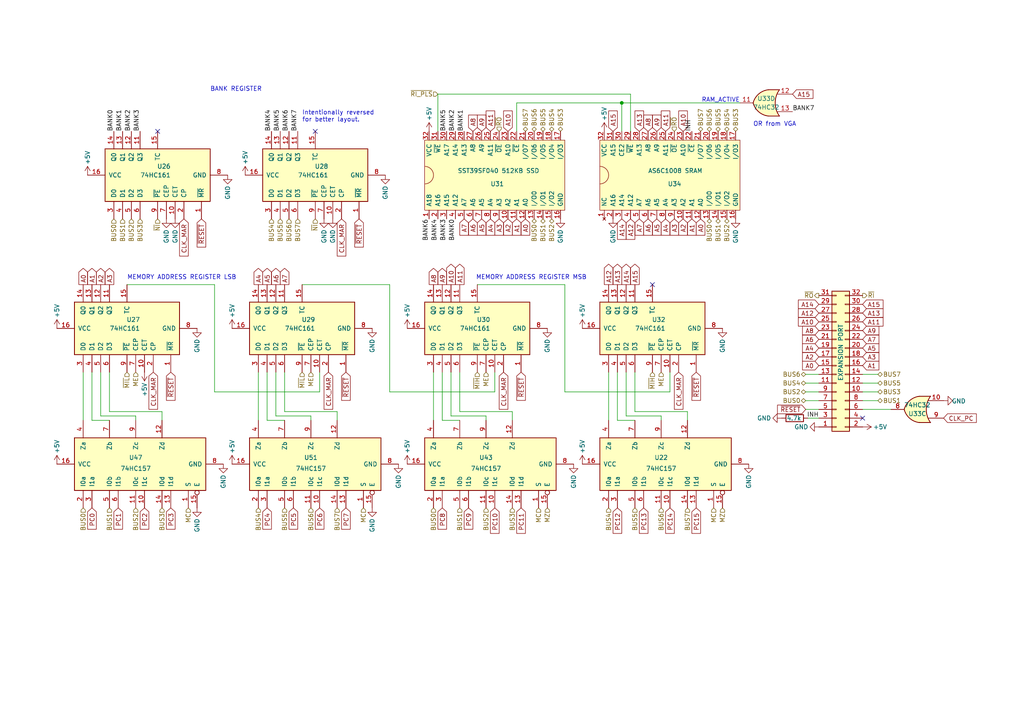
<source format=kicad_sch>
(kicad_sch (version 20211123) (generator eeschema)

  (uuid ac9d14d1-e008-45ac-b599-c8304f1fedd2)

  (paper "A4")

  (title_block
    (title "RAM, ROM and MAR")
    (date "2023-12-11")
    (rev "1.1")
    (comment 2 "creativecommons.org/licenses/by-nc-sa/4.0/")
    (comment 3 "This work is licensed under CC BY-NC-SA 4.0")
    (comment 4 "Author: Carsten Herting (slu4)")
  )

  (lib_symbols
    (symbol "74xx:74LS157" (pin_names (offset 1.016)) (in_bom yes) (on_board yes)
      (property "Reference" "U" (id 0) (at -7.62 19.05 0)
        (effects (font (size 1.27 1.27)))
      )
      (property "Value" "74LS157" (id 1) (at -7.62 -21.59 0)
        (effects (font (size 1.27 1.27)))
      )
      (property "Footprint" "" (id 2) (at 0 0 0)
        (effects (font (size 1.27 1.27)) hide)
      )
      (property "Datasheet" "http://www.ti.com/lit/gpn/sn74LS157" (id 3) (at 0 0 0)
        (effects (font (size 1.27 1.27)) hide)
      )
      (property "ki_locked" "" (id 4) (at 0 0 0)
        (effects (font (size 1.27 1.27)))
      )
      (property "ki_keywords" "TTL MUX MUX2" (id 5) (at 0 0 0)
        (effects (font (size 1.27 1.27)) hide)
      )
      (property "ki_description" "Quad 2 to 1 line Multiplexer" (id 6) (at 0 0 0)
        (effects (font (size 1.27 1.27)) hide)
      )
      (property "ki_fp_filters" "DIP?16*" (id 7) (at 0 0 0)
        (effects (font (size 1.27 1.27)) hide)
      )
      (symbol "74LS157_1_0"
        (pin input line (at -12.7 -15.24 0) (length 5.08)
          (name "S" (effects (font (size 1.27 1.27))))
          (number "1" (effects (font (size 1.27 1.27))))
        )
        (pin input line (at -12.7 -2.54 0) (length 5.08)
          (name "I1c" (effects (font (size 1.27 1.27))))
          (number "10" (effects (font (size 1.27 1.27))))
        )
        (pin input line (at -12.7 0 0) (length 5.08)
          (name "I0c" (effects (font (size 1.27 1.27))))
          (number "11" (effects (font (size 1.27 1.27))))
        )
        (pin output line (at 12.7 -7.62 180) (length 5.08)
          (name "Zd" (effects (font (size 1.27 1.27))))
          (number "12" (effects (font (size 1.27 1.27))))
        )
        (pin input line (at -12.7 -10.16 0) (length 5.08)
          (name "I1d" (effects (font (size 1.27 1.27))))
          (number "13" (effects (font (size 1.27 1.27))))
        )
        (pin input line (at -12.7 -7.62 0) (length 5.08)
          (name "I0d" (effects (font (size 1.27 1.27))))
          (number "14" (effects (font (size 1.27 1.27))))
        )
        (pin input inverted (at -12.7 -17.78 0) (length 5.08)
          (name "E" (effects (font (size 1.27 1.27))))
          (number "15" (effects (font (size 1.27 1.27))))
        )
        (pin power_in line (at 0 22.86 270) (length 5.08)
          (name "VCC" (effects (font (size 1.27 1.27))))
          (number "16" (effects (font (size 1.27 1.27))))
        )
        (pin input line (at -12.7 15.24 0) (length 5.08)
          (name "I0a" (effects (font (size 1.27 1.27))))
          (number "2" (effects (font (size 1.27 1.27))))
        )
        (pin input line (at -12.7 12.7 0) (length 5.08)
          (name "I1a" (effects (font (size 1.27 1.27))))
          (number "3" (effects (font (size 1.27 1.27))))
        )
        (pin output line (at 12.7 15.24 180) (length 5.08)
          (name "Za" (effects (font (size 1.27 1.27))))
          (number "4" (effects (font (size 1.27 1.27))))
        )
        (pin input line (at -12.7 7.62 0) (length 5.08)
          (name "I0b" (effects (font (size 1.27 1.27))))
          (number "5" (effects (font (size 1.27 1.27))))
        )
        (pin input line (at -12.7 5.08 0) (length 5.08)
          (name "I1b" (effects (font (size 1.27 1.27))))
          (number "6" (effects (font (size 1.27 1.27))))
        )
        (pin output line (at 12.7 7.62 180) (length 5.08)
          (name "Zb" (effects (font (size 1.27 1.27))))
          (number "7" (effects (font (size 1.27 1.27))))
        )
        (pin power_in line (at 0 -25.4 90) (length 5.08)
          (name "GND" (effects (font (size 1.27 1.27))))
          (number "8" (effects (font (size 1.27 1.27))))
        )
        (pin output line (at 12.7 0 180) (length 5.08)
          (name "Zc" (effects (font (size 1.27 1.27))))
          (number "9" (effects (font (size 1.27 1.27))))
        )
      )
      (symbol "74LS157_1_1"
        (rectangle (start -7.62 17.78) (end 7.62 -20.32)
          (stroke (width 0.254) (type default) (color 0 0 0 0))
          (fill (type background))
        )
      )
    )
    (symbol "8-Bit CPU 32k:74HC161" (pin_names (offset 1.016)) (in_bom yes) (on_board yes)
      (property "Reference" "U" (id 0) (at -7.62 16.51 0)
        (effects (font (size 1.27 1.27)))
      )
      (property "Value" "74HC161" (id 1) (at -7.62 -16.51 0)
        (effects (font (size 1.27 1.27)))
      )
      (property "Footprint" "" (id 2) (at 0 0 0)
        (effects (font (size 1.27 1.27)) hide)
      )
      (property "Datasheet" "http://www.ti.com/lit/gpn/sn74LS161" (id 3) (at 0 0 0)
        (effects (font (size 1.27 1.27)) hide)
      )
      (property "ki_locked" "" (id 4) (at 0 0 0)
        (effects (font (size 1.27 1.27)))
      )
      (property "ki_keywords" "TTL CNT CNT4" (id 5) (at 0 0 0)
        (effects (font (size 1.27 1.27)) hide)
      )
      (property "ki_description" "Synchronous 4-bit programmable binary Counter" (id 6) (at 0 0 0)
        (effects (font (size 1.27 1.27)) hide)
      )
      (property "ki_fp_filters" "DIP?16*" (id 7) (at 0 0 0)
        (effects (font (size 1.27 1.27)) hide)
      )
      (symbol "74HC161_1_0"
        (pin input line (at -12.7 -12.7 0) (length 5.08)
          (name "~{MR}" (effects (font (size 1.27 1.27))))
          (number "1" (effects (font (size 1.27 1.27))))
        )
        (pin input line (at -12.7 -5.08 0) (length 5.08)
          (name "CET" (effects (font (size 1.27 1.27))))
          (number "10" (effects (font (size 1.27 1.27))))
        )
        (pin output line (at 12.7 5.08 180) (length 5.08)
          (name "Q3" (effects (font (size 1.27 1.27))))
          (number "11" (effects (font (size 1.27 1.27))))
        )
        (pin output line (at 12.7 7.62 180) (length 5.08)
          (name "Q2" (effects (font (size 1.27 1.27))))
          (number "12" (effects (font (size 1.27 1.27))))
        )
        (pin output line (at 12.7 10.16 180) (length 5.08)
          (name "Q1" (effects (font (size 1.27 1.27))))
          (number "13" (effects (font (size 1.27 1.27))))
        )
        (pin output line (at 12.7 12.7 180) (length 5.08)
          (name "Q0" (effects (font (size 1.27 1.27))))
          (number "14" (effects (font (size 1.27 1.27))))
        )
        (pin output line (at 12.7 0 180) (length 5.08)
          (name "TC" (effects (font (size 1.27 1.27))))
          (number "15" (effects (font (size 1.27 1.27))))
        )
        (pin power_in line (at 0 20.32 270) (length 5.08)
          (name "VCC" (effects (font (size 1.27 1.27))))
          (number "16" (effects (font (size 1.27 1.27))))
        )
        (pin input line (at -12.7 -7.62 0) (length 5.08)
          (name "CP" (effects (font (size 1.27 1.27))))
          (number "2" (effects (font (size 1.27 1.27))))
        )
        (pin input line (at -12.7 12.7 0) (length 5.08)
          (name "D0" (effects (font (size 1.27 1.27))))
          (number "3" (effects (font (size 1.27 1.27))))
        )
        (pin input line (at -12.7 10.16 0) (length 5.08)
          (name "D1" (effects (font (size 1.27 1.27))))
          (number "4" (effects (font (size 1.27 1.27))))
        )
        (pin input line (at -12.7 7.62 0) (length 5.08)
          (name "D2" (effects (font (size 1.27 1.27))))
          (number "5" (effects (font (size 1.27 1.27))))
        )
        (pin input line (at -12.7 5.08 0) (length 5.08)
          (name "D3" (effects (font (size 1.27 1.27))))
          (number "6" (effects (font (size 1.27 1.27))))
        )
        (pin input line (at -12.7 -2.54 0) (length 5.08)
          (name "CEP" (effects (font (size 1.27 1.27))))
          (number "7" (effects (font (size 1.27 1.27))))
        )
        (pin power_in line (at 0 -20.32 90) (length 5.08)
          (name "GND" (effects (font (size 1.27 1.27))))
          (number "8" (effects (font (size 1.27 1.27))))
        )
        (pin input line (at -12.7 0 0) (length 5.08)
          (name "~{PE}" (effects (font (size 1.27 1.27))))
          (number "9" (effects (font (size 1.27 1.27))))
        )
      )
      (symbol "74HC161_1_1"
        (rectangle (start -7.62 15.24) (end 7.62 -15.24)
          (stroke (width 0.254) (type default) (color 0 0 0 0))
          (fill (type background))
        )
      )
    )
    (symbol "8-Bit CPU 32k:74HC32" (pin_names (offset 1.016)) (in_bom yes) (on_board yes)
      (property "Reference" "U" (id 0) (at 0 1.27 0)
        (effects (font (size 1.27 1.27)))
      )
      (property "Value" "74HC32" (id 1) (at 0 -1.27 0)
        (effects (font (size 1.27 1.27)))
      )
      (property "Footprint" "" (id 2) (at 0 0 0)
        (effects (font (size 1.27 1.27)) hide)
      )
      (property "Datasheet" "http://www.ti.com/lit/gpn/sn74LS32" (id 3) (at 0 0 0)
        (effects (font (size 1.27 1.27)) hide)
      )
      (property "ki_locked" "" (id 4) (at 0 0 0)
        (effects (font (size 1.27 1.27)))
      )
      (property "ki_keywords" "TTL Or2" (id 5) (at 0 0 0)
        (effects (font (size 1.27 1.27)) hide)
      )
      (property "ki_description" "Quad 2-input OR" (id 6) (at 0 0 0)
        (effects (font (size 1.27 1.27)) hide)
      )
      (property "ki_fp_filters" "DIP?14*" (id 7) (at 0 0 0)
        (effects (font (size 1.27 1.27)) hide)
      )
      (symbol "74HC32_1_1"
        (arc (start -3.81 -3.81) (mid -2.589 0) (end -3.81 3.81)
          (stroke (width 0.254) (type default) (color 0 0 0 0))
          (fill (type none))
        )
        (arc (start -0.6096 -3.81) (mid 2.1842 -2.5851) (end 3.81 0)
          (stroke (width 0.254) (type default) (color 0 0 0 0))
          (fill (type background))
        )
        (polyline
          (pts
            (xy -3.81 -3.81)
            (xy -0.635 -3.81)
          )
          (stroke (width 0.254) (type default) (color 0 0 0 0))
          (fill (type background))
        )
        (polyline
          (pts
            (xy -3.81 3.81)
            (xy -0.635 3.81)
          )
          (stroke (width 0.254) (type default) (color 0 0 0 0))
          (fill (type background))
        )
        (polyline
          (pts
            (xy -0.635 3.81)
            (xy -3.81 3.81)
            (xy -3.81 3.81)
            (xy -3.556 3.4036)
            (xy -3.0226 2.2606)
            (xy -2.6924 1.0414)
            (xy -2.6162 -0.254)
            (xy -2.7686 -1.4986)
            (xy -3.175 -2.7178)
            (xy -3.81 -3.81)
            (xy -3.81 -3.81)
            (xy -0.635 -3.81)
          )
          (stroke (width -25.4) (type default) (color 0 0 0 0))
          (fill (type background))
        )
        (arc (start 3.81 0) (mid 2.1915 2.5936) (end -0.6096 3.81)
          (stroke (width 0.254) (type default) (color 0 0 0 0))
          (fill (type background))
        )
        (pin input line (at -7.62 2.54 0) (length 4.318)
          (name "~" (effects (font (size 1.27 1.27))))
          (number "1" (effects (font (size 1.27 1.27))))
        )
        (pin input line (at -7.62 -2.54 0) (length 4.318)
          (name "~" (effects (font (size 1.27 1.27))))
          (number "2" (effects (font (size 1.27 1.27))))
        )
        (pin output line (at 7.62 0 180) (length 3.81)
          (name "~" (effects (font (size 1.27 1.27))))
          (number "3" (effects (font (size 1.27 1.27))))
        )
      )
      (symbol "74HC32_1_2"
        (arc (start 0 -3.81) (mid 3.81 0) (end 0 3.81)
          (stroke (width 0.254) (type default) (color 0 0 0 0))
          (fill (type background))
        )
        (polyline
          (pts
            (xy 0 3.81)
            (xy -3.81 3.81)
            (xy -3.81 -3.81)
            (xy 0 -3.81)
          )
          (stroke (width 0.254) (type default) (color 0 0 0 0))
          (fill (type background))
        )
        (pin input inverted (at -7.62 2.54 0) (length 3.81)
          (name "~" (effects (font (size 1.27 1.27))))
          (number "1" (effects (font (size 1.27 1.27))))
        )
        (pin input inverted (at -7.62 -2.54 0) (length 3.81)
          (name "~" (effects (font (size 1.27 1.27))))
          (number "2" (effects (font (size 1.27 1.27))))
        )
        (pin output inverted (at 7.62 0 180) (length 3.81)
          (name "~" (effects (font (size 1.27 1.27))))
          (number "3" (effects (font (size 1.27 1.27))))
        )
      )
      (symbol "74HC32_2_1"
        (arc (start -3.81 -3.81) (mid -2.589 0) (end -3.81 3.81)
          (stroke (width 0.254) (type default) (color 0 0 0 0))
          (fill (type none))
        )
        (arc (start -0.6096 -3.81) (mid 2.1842 -2.5851) (end 3.81 0)
          (stroke (width 0.254) (type default) (color 0 0 0 0))
          (fill (type background))
        )
        (polyline
          (pts
            (xy -3.81 -3.81)
            (xy -0.635 -3.81)
          )
          (stroke (width 0.254) (type default) (color 0 0 0 0))
          (fill (type background))
        )
        (polyline
          (pts
            (xy -3.81 3.81)
            (xy -0.635 3.81)
          )
          (stroke (width 0.254) (type default) (color 0 0 0 0))
          (fill (type background))
        )
        (polyline
          (pts
            (xy -0.635 3.81)
            (xy -3.81 3.81)
            (xy -3.81 3.81)
            (xy -3.556 3.4036)
            (xy -3.0226 2.2606)
            (xy -2.6924 1.0414)
            (xy -2.6162 -0.254)
            (xy -2.7686 -1.4986)
            (xy -3.175 -2.7178)
            (xy -3.81 -3.81)
            (xy -3.81 -3.81)
            (xy -0.635 -3.81)
          )
          (stroke (width -25.4) (type default) (color 0 0 0 0))
          (fill (type background))
        )
        (arc (start 3.81 0) (mid 2.1915 2.5936) (end -0.6096 3.81)
          (stroke (width 0.254) (type default) (color 0 0 0 0))
          (fill (type background))
        )
        (pin input line (at -7.62 2.54 0) (length 4.318)
          (name "~" (effects (font (size 1.27 1.27))))
          (number "4" (effects (font (size 1.27 1.27))))
        )
        (pin input line (at -7.62 -2.54 0) (length 4.318)
          (name "~" (effects (font (size 1.27 1.27))))
          (number "5" (effects (font (size 1.27 1.27))))
        )
        (pin output line (at 7.62 0 180) (length 3.81)
          (name "~" (effects (font (size 1.27 1.27))))
          (number "6" (effects (font (size 1.27 1.27))))
        )
      )
      (symbol "74HC32_2_2"
        (arc (start 0 -3.81) (mid 3.81 0) (end 0 3.81)
          (stroke (width 0.254) (type default) (color 0 0 0 0))
          (fill (type background))
        )
        (polyline
          (pts
            (xy 0 3.81)
            (xy -3.81 3.81)
            (xy -3.81 -3.81)
            (xy 0 -3.81)
          )
          (stroke (width 0.254) (type default) (color 0 0 0 0))
          (fill (type background))
        )
        (pin input inverted (at -7.62 2.54 0) (length 3.81)
          (name "~" (effects (font (size 1.27 1.27))))
          (number "4" (effects (font (size 1.27 1.27))))
        )
        (pin input inverted (at -7.62 -2.54 0) (length 3.81)
          (name "~" (effects (font (size 1.27 1.27))))
          (number "5" (effects (font (size 1.27 1.27))))
        )
        (pin output inverted (at 7.62 0 180) (length 3.81)
          (name "~" (effects (font (size 1.27 1.27))))
          (number "6" (effects (font (size 1.27 1.27))))
        )
      )
      (symbol "74HC32_3_1"
        (arc (start -3.81 -3.81) (mid -2.589 0) (end -3.81 3.81)
          (stroke (width 0.254) (type default) (color 0 0 0 0))
          (fill (type none))
        )
        (arc (start -0.6096 -3.81) (mid 2.1842 -2.5851) (end 3.81 0)
          (stroke (width 0.254) (type default) (color 0 0 0 0))
          (fill (type background))
        )
        (polyline
          (pts
            (xy -3.81 -3.81)
            (xy -0.635 -3.81)
          )
          (stroke (width 0.254) (type default) (color 0 0 0 0))
          (fill (type background))
        )
        (polyline
          (pts
            (xy -3.81 3.81)
            (xy -0.635 3.81)
          )
          (stroke (width 0.254) (type default) (color 0 0 0 0))
          (fill (type background))
        )
        (polyline
          (pts
            (xy -0.635 3.81)
            (xy -3.81 3.81)
            (xy -3.81 3.81)
            (xy -3.556 3.4036)
            (xy -3.0226 2.2606)
            (xy -2.6924 1.0414)
            (xy -2.6162 -0.254)
            (xy -2.7686 -1.4986)
            (xy -3.175 -2.7178)
            (xy -3.81 -3.81)
            (xy -3.81 -3.81)
            (xy -0.635 -3.81)
          )
          (stroke (width -25.4) (type default) (color 0 0 0 0))
          (fill (type background))
        )
        (arc (start 3.81 0) (mid 2.1915 2.5936) (end -0.6096 3.81)
          (stroke (width 0.254) (type default) (color 0 0 0 0))
          (fill (type background))
        )
        (pin input line (at -7.62 -2.54 0) (length 4.318)
          (name "~" (effects (font (size 1.27 1.27))))
          (number "10" (effects (font (size 1.27 1.27))))
        )
        (pin output line (at 7.62 0 180) (length 3.81)
          (name "~" (effects (font (size 1.27 1.27))))
          (number "8" (effects (font (size 1.27 1.27))))
        )
        (pin input line (at -7.62 2.54 0) (length 4.318)
          (name "~" (effects (font (size 1.27 1.27))))
          (number "9" (effects (font (size 1.27 1.27))))
        )
      )
      (symbol "74HC32_3_2"
        (arc (start 0 -3.81) (mid 3.81 0) (end 0 3.81)
          (stroke (width 0.254) (type default) (color 0 0 0 0))
          (fill (type background))
        )
        (polyline
          (pts
            (xy 0 3.81)
            (xy -3.81 3.81)
            (xy -3.81 -3.81)
            (xy 0 -3.81)
          )
          (stroke (width 0.254) (type default) (color 0 0 0 0))
          (fill (type background))
        )
        (pin input inverted (at -7.62 -2.54 0) (length 3.81)
          (name "~" (effects (font (size 1.27 1.27))))
          (number "10" (effects (font (size 1.27 1.27))))
        )
        (pin output inverted (at 7.62 0 180) (length 3.81)
          (name "~" (effects (font (size 1.27 1.27))))
          (number "8" (effects (font (size 1.27 1.27))))
        )
        (pin input inverted (at -7.62 2.54 0) (length 3.81)
          (name "~" (effects (font (size 1.27 1.27))))
          (number "9" (effects (font (size 1.27 1.27))))
        )
      )
      (symbol "74HC32_4_1"
        (arc (start -3.81 -3.81) (mid -2.589 0) (end -3.81 3.81)
          (stroke (width 0.254) (type default) (color 0 0 0 0))
          (fill (type none))
        )
        (arc (start -0.6096 -3.81) (mid 2.1842 -2.5851) (end 3.81 0)
          (stroke (width 0.254) (type default) (color 0 0 0 0))
          (fill (type background))
        )
        (polyline
          (pts
            (xy -3.81 -3.81)
            (xy -0.635 -3.81)
          )
          (stroke (width 0.254) (type default) (color 0 0 0 0))
          (fill (type background))
        )
        (polyline
          (pts
            (xy -3.81 3.81)
            (xy -0.635 3.81)
          )
          (stroke (width 0.254) (type default) (color 0 0 0 0))
          (fill (type background))
        )
        (polyline
          (pts
            (xy -0.635 3.81)
            (xy -3.81 3.81)
            (xy -3.81 3.81)
            (xy -3.556 3.4036)
            (xy -3.0226 2.2606)
            (xy -2.6924 1.0414)
            (xy -2.6162 -0.254)
            (xy -2.7686 -1.4986)
            (xy -3.175 -2.7178)
            (xy -3.81 -3.81)
            (xy -3.81 -3.81)
            (xy -0.635 -3.81)
          )
          (stroke (width -25.4) (type default) (color 0 0 0 0))
          (fill (type background))
        )
        (arc (start 3.81 0) (mid 2.1915 2.5936) (end -0.6096 3.81)
          (stroke (width 0.254) (type default) (color 0 0 0 0))
          (fill (type background))
        )
        (pin output line (at 7.62 0 180) (length 3.81)
          (name "~" (effects (font (size 1.27 1.27))))
          (number "11" (effects (font (size 1.27 1.27))))
        )
        (pin input line (at -7.62 2.54 0) (length 4.318)
          (name "~" (effects (font (size 1.27 1.27))))
          (number "12" (effects (font (size 1.27 1.27))))
        )
        (pin input line (at -7.62 -2.54 0) (length 4.318)
          (name "~" (effects (font (size 1.27 1.27))))
          (number "13" (effects (font (size 1.27 1.27))))
        )
      )
      (symbol "74HC32_4_2"
        (arc (start 0 -3.81) (mid 3.81 0) (end 0 3.81)
          (stroke (width 0.254) (type default) (color 0 0 0 0))
          (fill (type background))
        )
        (polyline
          (pts
            (xy 0 3.81)
            (xy -3.81 3.81)
            (xy -3.81 -3.81)
            (xy 0 -3.81)
          )
          (stroke (width 0.254) (type default) (color 0 0 0 0))
          (fill (type background))
        )
        (pin output inverted (at 7.62 0 180) (length 3.81)
          (name "~" (effects (font (size 1.27 1.27))))
          (number "11" (effects (font (size 1.27 1.27))))
        )
        (pin input inverted (at -7.62 2.54 0) (length 3.81)
          (name "~" (effects (font (size 1.27 1.27))))
          (number "12" (effects (font (size 1.27 1.27))))
        )
        (pin input inverted (at -7.62 -2.54 0) (length 3.81)
          (name "~" (effects (font (size 1.27 1.27))))
          (number "13" (effects (font (size 1.27 1.27))))
        )
      )
      (symbol "74HC32_5_0"
        (pin power_in line (at 0 12.7 270) (length 5.08)
          (name "VCC" (effects (font (size 1.27 1.27))))
          (number "14" (effects (font (size 1.27 1.27))))
        )
        (pin power_in line (at 0 -12.7 90) (length 5.08)
          (name "GND" (effects (font (size 1.27 1.27))))
          (number "7" (effects (font (size 1.27 1.27))))
        )
      )
      (symbol "74HC32_5_1"
        (rectangle (start -5.08 7.62) (end 5.08 -7.62)
          (stroke (width 0.254) (type default) (color 0 0 0 0))
          (fill (type background))
        )
      )
    )
    (symbol "8-Bit CPU 32k:AS6C1008" (pin_names (offset 1.016)) (in_bom yes) (on_board yes)
      (property "Reference" "U" (id 0) (at -1.27 2.54 90)
        (effects (font (size 1.27 1.27)))
      )
      (property "Value" "AS6C1008" (id 1) (at 2.54 2.54 90)
        (effects (font (size 1.27 1.27)))
      )
      (property "Footprint" "" (id 2) (at 0 0 0)
        (effects (font (size 1.27 1.27)) hide)
      )
      (property "Datasheet" "" (id 3) (at 0 0 0)
        (effects (font (size 1.27 1.27)) hide)
      )
      (symbol "AS6C1008_0_1"
        (rectangle (start -10.16 24.13) (end 10.16 -16.51)
          (stroke (width 0) (type default) (color 0 0 0 0))
          (fill (type background))
        )
        (arc (start -2.54 24.13) (mid 0 21.59) (end 2.54 24.13)
          (stroke (width 0) (type default) (color 0 0 0 0))
          (fill (type none))
        )
      )
      (symbol "AS6C1008_1_1"
        (pin no_connect line (at -12.7 22.86 0) (length 2.54)
          (name "NC" (effects (font (size 1.27 1.27))))
          (number "1" (effects (font (size 1.27 1.27))))
        )
        (pin input line (at -12.7 0 0) (length 2.54)
          (name "A2" (effects (font (size 1.27 1.27))))
          (number "10" (effects (font (size 1.27 1.27))))
        )
        (pin input line (at -12.7 -2.54 0) (length 2.54)
          (name "A1" (effects (font (size 1.27 1.27))))
          (number "11" (effects (font (size 1.27 1.27))))
        )
        (pin input line (at -12.7 -5.08 0) (length 2.54)
          (name "A0" (effects (font (size 1.27 1.27))))
          (number "12" (effects (font (size 1.27 1.27))))
        )
        (pin bidirectional line (at -12.7 -7.62 0) (length 2.54)
          (name "I/O0" (effects (font (size 1.27 1.27))))
          (number "13" (effects (font (size 1.27 1.27))))
        )
        (pin bidirectional line (at -12.7 -10.16 0) (length 2.54)
          (name "I/O1" (effects (font (size 1.27 1.27))))
          (number "14" (effects (font (size 1.27 1.27))))
        )
        (pin bidirectional line (at -12.7 -12.7 0) (length 2.54)
          (name "I/O2" (effects (font (size 1.27 1.27))))
          (number "15" (effects (font (size 1.27 1.27))))
        )
        (pin power_in line (at -12.7 -15.24 0) (length 2.54)
          (name "GND" (effects (font (size 1.27 1.27))))
          (number "16" (effects (font (size 1.27 1.27))))
        )
        (pin bidirectional line (at 12.7 -15.24 180) (length 2.54)
          (name "I/O3" (effects (font (size 1.27 1.27))))
          (number "17" (effects (font (size 1.27 1.27))))
        )
        (pin bidirectional line (at 12.7 -12.7 180) (length 2.54)
          (name "I/O4" (effects (font (size 1.27 1.27))))
          (number "18" (effects (font (size 1.27 1.27))))
        )
        (pin bidirectional line (at 12.7 -10.16 180) (length 2.54)
          (name "I/O5" (effects (font (size 1.27 1.27))))
          (number "19" (effects (font (size 1.27 1.27))))
        )
        (pin input line (at -12.7 20.32 0) (length 2.54)
          (name "A16" (effects (font (size 1.27 1.27))))
          (number "2" (effects (font (size 1.27 1.27))))
        )
        (pin bidirectional line (at 12.7 -7.62 180) (length 2.54)
          (name "I/O6" (effects (font (size 1.27 1.27))))
          (number "20" (effects (font (size 1.27 1.27))))
        )
        (pin bidirectional line (at 12.7 -5.08 180) (length 2.54)
          (name "I/O7" (effects (font (size 1.27 1.27))))
          (number "21" (effects (font (size 1.27 1.27))))
        )
        (pin input line (at 12.7 -2.54 180) (length 2.54)
          (name "~{CE}" (effects (font (size 1.27 1.27))))
          (number "22" (effects (font (size 1.27 1.27))))
        )
        (pin input line (at 12.7 0 180) (length 2.54)
          (name "A10" (effects (font (size 1.27 1.27))))
          (number "23" (effects (font (size 1.27 1.27))))
        )
        (pin input line (at 12.7 2.54 180) (length 2.54)
          (name "~{OE}" (effects (font (size 1.27 1.27))))
          (number "24" (effects (font (size 1.27 1.27))))
        )
        (pin input line (at 12.7 5.08 180) (length 2.54)
          (name "A11" (effects (font (size 1.27 1.27))))
          (number "25" (effects (font (size 1.27 1.27))))
        )
        (pin input line (at 12.7 7.62 180) (length 2.54)
          (name "A9" (effects (font (size 1.27 1.27))))
          (number "26" (effects (font (size 1.27 1.27))))
        )
        (pin input line (at 12.7 10.16 180) (length 2.54)
          (name "A8" (effects (font (size 1.27 1.27))))
          (number "27" (effects (font (size 1.27 1.27))))
        )
        (pin input line (at 12.7 12.7 180) (length 2.54)
          (name "A13" (effects (font (size 1.27 1.27))))
          (number "28" (effects (font (size 1.27 1.27))))
        )
        (pin input line (at 12.7 15.24 180) (length 2.54)
          (name "~{WE}" (effects (font (size 1.27 1.27))))
          (number "29" (effects (font (size 1.27 1.27))))
        )
        (pin input line (at -12.7 17.78 0) (length 2.54)
          (name "A14" (effects (font (size 1.27 1.27))))
          (number "3" (effects (font (size 1.27 1.27))))
        )
        (pin input line (at 12.7 17.78 180) (length 2.54)
          (name "CE2" (effects (font (size 1.27 1.27))))
          (number "30" (effects (font (size 1.27 1.27))))
        )
        (pin input line (at 12.7 20.32 180) (length 2.54)
          (name "A15" (effects (font (size 1.27 1.27))))
          (number "31" (effects (font (size 1.27 1.27))))
        )
        (pin power_in line (at 12.7 22.86 180) (length 2.54)
          (name "VCC" (effects (font (size 1.27 1.27))))
          (number "32" (effects (font (size 1.27 1.27))))
        )
        (pin input line (at -12.7 15.24 0) (length 2.54)
          (name "A12" (effects (font (size 1.27 1.27))))
          (number "4" (effects (font (size 1.27 1.27))))
        )
        (pin input line (at -12.7 12.7 0) (length 2.54)
          (name "A7" (effects (font (size 1.27 1.27))))
          (number "5" (effects (font (size 1.27 1.27))))
        )
        (pin input line (at -12.7 10.16 0) (length 2.54)
          (name "A6" (effects (font (size 1.27 1.27))))
          (number "6" (effects (font (size 1.27 1.27))))
        )
        (pin input line (at -12.7 7.62 0) (length 2.54)
          (name "A5" (effects (font (size 1.27 1.27))))
          (number "7" (effects (font (size 1.27 1.27))))
        )
        (pin input line (at -12.7 5.08 0) (length 2.54)
          (name "A4" (effects (font (size 1.27 1.27))))
          (number "8" (effects (font (size 1.27 1.27))))
        )
        (pin input line (at -12.7 2.54 0) (length 2.54)
          (name "A3" (effects (font (size 1.27 1.27))))
          (number "9" (effects (font (size 1.27 1.27))))
        )
      )
    )
    (symbol "8-Bit CPU 32k:SST39SF040A" (pin_names (offset 1.016)) (in_bom yes) (on_board yes)
      (property "Reference" "U" (id 0) (at -1.27 2.54 90)
        (effects (font (size 1.27 1.27)))
      )
      (property "Value" "SST39SF040A" (id 1) (at 2.54 2.54 90)
        (effects (font (size 1.27 1.27)))
      )
      (property "Footprint" "" (id 2) (at 0 0 0)
        (effects (font (size 1.27 1.27)) hide)
      )
      (property "Datasheet" "" (id 3) (at 0 0 0)
        (effects (font (size 1.27 1.27)) hide)
      )
      (symbol "SST39SF040A_0_1"
        (rectangle (start -10.16 24.13) (end 10.16 -16.51)
          (stroke (width 0) (type default) (color 0 0 0 0))
          (fill (type background))
        )
        (arc (start -2.54 24.13) (mid 0 21.59) (end 2.54 24.13)
          (stroke (width 0) (type default) (color 0 0 0 0))
          (fill (type none))
        )
      )
      (symbol "SST39SF040A_1_1"
        (pin input line (at -12.7 22.86 0) (length 2.54)
          (name "A18" (effects (font (size 1.27 1.27))))
          (number "1" (effects (font (size 1.27 1.27))))
        )
        (pin input line (at -12.7 0 0) (length 2.54)
          (name "A2" (effects (font (size 1.27 1.27))))
          (number "10" (effects (font (size 1.27 1.27))))
        )
        (pin input line (at -12.7 -2.54 0) (length 2.54)
          (name "A1" (effects (font (size 1.27 1.27))))
          (number "11" (effects (font (size 1.27 1.27))))
        )
        (pin input line (at -12.7 -5.08 0) (length 2.54)
          (name "A0" (effects (font (size 1.27 1.27))))
          (number "12" (effects (font (size 1.27 1.27))))
        )
        (pin bidirectional line (at -12.7 -7.62 0) (length 2.54)
          (name "I/O0" (effects (font (size 1.27 1.27))))
          (number "13" (effects (font (size 1.27 1.27))))
        )
        (pin bidirectional line (at -12.7 -10.16 0) (length 2.54)
          (name "I/O1" (effects (font (size 1.27 1.27))))
          (number "14" (effects (font (size 1.27 1.27))))
        )
        (pin bidirectional line (at -12.7 -12.7 0) (length 2.54)
          (name "I/O2" (effects (font (size 1.27 1.27))))
          (number "15" (effects (font (size 1.27 1.27))))
        )
        (pin power_in line (at -12.7 -15.24 0) (length 2.54)
          (name "GND" (effects (font (size 1.27 1.27))))
          (number "16" (effects (font (size 1.27 1.27))))
        )
        (pin bidirectional line (at 12.7 -15.24 180) (length 2.54)
          (name "I/O3" (effects (font (size 1.27 1.27))))
          (number "17" (effects (font (size 1.27 1.27))))
        )
        (pin bidirectional line (at 12.7 -12.7 180) (length 2.54)
          (name "I/O4" (effects (font (size 1.27 1.27))))
          (number "18" (effects (font (size 1.27 1.27))))
        )
        (pin bidirectional line (at 12.7 -10.16 180) (length 2.54)
          (name "I/O5" (effects (font (size 1.27 1.27))))
          (number "19" (effects (font (size 1.27 1.27))))
        )
        (pin input line (at -12.7 20.32 0) (length 2.54)
          (name "A16" (effects (font (size 1.27 1.27))))
          (number "2" (effects (font (size 1.27 1.27))))
        )
        (pin bidirectional line (at 12.7 -7.62 180) (length 2.54)
          (name "I/O6" (effects (font (size 1.27 1.27))))
          (number "20" (effects (font (size 1.27 1.27))))
        )
        (pin bidirectional line (at 12.7 -5.08 180) (length 2.54)
          (name "I/O7" (effects (font (size 1.27 1.27))))
          (number "21" (effects (font (size 1.27 1.27))))
        )
        (pin input line (at 12.7 -2.54 180) (length 2.54)
          (name "~{CE}" (effects (font (size 1.27 1.27))))
          (number "22" (effects (font (size 1.27 1.27))))
        )
        (pin input line (at 12.7 0 180) (length 2.54)
          (name "A10" (effects (font (size 1.27 1.27))))
          (number "23" (effects (font (size 1.27 1.27))))
        )
        (pin input line (at 12.7 2.54 180) (length 2.54)
          (name "~{OE}" (effects (font (size 1.27 1.27))))
          (number "24" (effects (font (size 1.27 1.27))))
        )
        (pin input line (at 12.7 5.08 180) (length 2.54)
          (name "A11" (effects (font (size 1.27 1.27))))
          (number "25" (effects (font (size 1.27 1.27))))
        )
        (pin input line (at 12.7 7.62 180) (length 2.54)
          (name "A9" (effects (font (size 1.27 1.27))))
          (number "26" (effects (font (size 1.27 1.27))))
        )
        (pin input line (at 12.7 10.16 180) (length 2.54)
          (name "A8" (effects (font (size 1.27 1.27))))
          (number "27" (effects (font (size 1.27 1.27))))
        )
        (pin input line (at 12.7 12.7 180) (length 2.54)
          (name "A13" (effects (font (size 1.27 1.27))))
          (number "28" (effects (font (size 1.27 1.27))))
        )
        (pin input line (at 12.7 15.24 180) (length 2.54)
          (name "A14" (effects (font (size 1.27 1.27))))
          (number "29" (effects (font (size 1.27 1.27))))
        )
        (pin input line (at -12.7 17.78 0) (length 2.54)
          (name "A15" (effects (font (size 1.27 1.27))))
          (number "3" (effects (font (size 1.27 1.27))))
        )
        (pin input line (at 12.7 17.78 180) (length 2.54)
          (name "A17" (effects (font (size 1.27 1.27))))
          (number "30" (effects (font (size 1.27 1.27))))
        )
        (pin input line (at 12.7 20.32 180) (length 2.54)
          (name "~{WE}" (effects (font (size 1.27 1.27))))
          (number "31" (effects (font (size 1.27 1.27))))
        )
        (pin power_in line (at 12.7 22.86 180) (length 2.54)
          (name "VCC" (effects (font (size 1.27 1.27))))
          (number "32" (effects (font (size 1.27 1.27))))
        )
        (pin input line (at -12.7 15.24 0) (length 2.54)
          (name "A12" (effects (font (size 1.27 1.27))))
          (number "4" (effects (font (size 1.27 1.27))))
        )
        (pin input line (at -12.7 12.7 0) (length 2.54)
          (name "A7" (effects (font (size 1.27 1.27))))
          (number "5" (effects (font (size 1.27 1.27))))
        )
        (pin input line (at -12.7 10.16 0) (length 2.54)
          (name "A6" (effects (font (size 1.27 1.27))))
          (number "6" (effects (font (size 1.27 1.27))))
        )
        (pin input line (at -12.7 7.62 0) (length 2.54)
          (name "A5" (effects (font (size 1.27 1.27))))
          (number "7" (effects (font (size 1.27 1.27))))
        )
        (pin input line (at -12.7 5.08 0) (length 2.54)
          (name "A4" (effects (font (size 1.27 1.27))))
          (number "8" (effects (font (size 1.27 1.27))))
        )
        (pin input line (at -12.7 2.54 0) (length 2.54)
          (name "A3" (effects (font (size 1.27 1.27))))
          (number "9" (effects (font (size 1.27 1.27))))
        )
      )
    )
    (symbol "Connector_Generic:Conn_02x16_Odd_Even" (pin_names (offset 1.016) hide) (in_bom yes) (on_board yes)
      (property "Reference" "J" (id 0) (at 1.27 20.32 0)
        (effects (font (size 1.27 1.27)))
      )
      (property "Value" "Conn_02x16_Odd_Even" (id 1) (at 1.27 -22.86 0)
        (effects (font (size 1.27 1.27)))
      )
      (property "Footprint" "" (id 2) (at 0 0 0)
        (effects (font (size 1.27 1.27)) hide)
      )
      (property "Datasheet" "~" (id 3) (at 0 0 0)
        (effects (font (size 1.27 1.27)) hide)
      )
      (property "ki_keywords" "connector" (id 4) (at 0 0 0)
        (effects (font (size 1.27 1.27)) hide)
      )
      (property "ki_description" "Generic connector, double row, 02x16, odd/even pin numbering scheme (row 1 odd numbers, row 2 even numbers), script generated (kicad-library-utils/schlib/autogen/connector/)" (id 5) (at 0 0 0)
        (effects (font (size 1.27 1.27)) hide)
      )
      (property "ki_fp_filters" "Connector*:*_2x??_*" (id 6) (at 0 0 0)
        (effects (font (size 1.27 1.27)) hide)
      )
      (symbol "Conn_02x16_Odd_Even_1_1"
        (rectangle (start -1.27 -20.193) (end 0 -20.447)
          (stroke (width 0.1524) (type default) (color 0 0 0 0))
          (fill (type none))
        )
        (rectangle (start -1.27 -17.653) (end 0 -17.907)
          (stroke (width 0.1524) (type default) (color 0 0 0 0))
          (fill (type none))
        )
        (rectangle (start -1.27 -15.113) (end 0 -15.367)
          (stroke (width 0.1524) (type default) (color 0 0 0 0))
          (fill (type none))
        )
        (rectangle (start -1.27 -12.573) (end 0 -12.827)
          (stroke (width 0.1524) (type default) (color 0 0 0 0))
          (fill (type none))
        )
        (rectangle (start -1.27 -10.033) (end 0 -10.287)
          (stroke (width 0.1524) (type default) (color 0 0 0 0))
          (fill (type none))
        )
        (rectangle (start -1.27 -7.493) (end 0 -7.747)
          (stroke (width 0.1524) (type default) (color 0 0 0 0))
          (fill (type none))
        )
        (rectangle (start -1.27 -4.953) (end 0 -5.207)
          (stroke (width 0.1524) (type default) (color 0 0 0 0))
          (fill (type none))
        )
        (rectangle (start -1.27 -2.413) (end 0 -2.667)
          (stroke (width 0.1524) (type default) (color 0 0 0 0))
          (fill (type none))
        )
        (rectangle (start -1.27 0.127) (end 0 -0.127)
          (stroke (width 0.1524) (type default) (color 0 0 0 0))
          (fill (type none))
        )
        (rectangle (start -1.27 2.667) (end 0 2.413)
          (stroke (width 0.1524) (type default) (color 0 0 0 0))
          (fill (type none))
        )
        (rectangle (start -1.27 5.207) (end 0 4.953)
          (stroke (width 0.1524) (type default) (color 0 0 0 0))
          (fill (type none))
        )
        (rectangle (start -1.27 7.747) (end 0 7.493)
          (stroke (width 0.1524) (type default) (color 0 0 0 0))
          (fill (type none))
        )
        (rectangle (start -1.27 10.287) (end 0 10.033)
          (stroke (width 0.1524) (type default) (color 0 0 0 0))
          (fill (type none))
        )
        (rectangle (start -1.27 12.827) (end 0 12.573)
          (stroke (width 0.1524) (type default) (color 0 0 0 0))
          (fill (type none))
        )
        (rectangle (start -1.27 15.367) (end 0 15.113)
          (stroke (width 0.1524) (type default) (color 0 0 0 0))
          (fill (type none))
        )
        (rectangle (start -1.27 17.907) (end 0 17.653)
          (stroke (width 0.1524) (type default) (color 0 0 0 0))
          (fill (type none))
        )
        (rectangle (start -1.27 19.05) (end 3.81 -21.59)
          (stroke (width 0.254) (type default) (color 0 0 0 0))
          (fill (type background))
        )
        (rectangle (start 3.81 -20.193) (end 2.54 -20.447)
          (stroke (width 0.1524) (type default) (color 0 0 0 0))
          (fill (type none))
        )
        (rectangle (start 3.81 -17.653) (end 2.54 -17.907)
          (stroke (width 0.1524) (type default) (color 0 0 0 0))
          (fill (type none))
        )
        (rectangle (start 3.81 -15.113) (end 2.54 -15.367)
          (stroke (width 0.1524) (type default) (color 0 0 0 0))
          (fill (type none))
        )
        (rectangle (start 3.81 -12.573) (end 2.54 -12.827)
          (stroke (width 0.1524) (type default) (color 0 0 0 0))
          (fill (type none))
        )
        (rectangle (start 3.81 -10.033) (end 2.54 -10.287)
          (stroke (width 0.1524) (type default) (color 0 0 0 0))
          (fill (type none))
        )
        (rectangle (start 3.81 -7.493) (end 2.54 -7.747)
          (stroke (width 0.1524) (type default) (color 0 0 0 0))
          (fill (type none))
        )
        (rectangle (start 3.81 -4.953) (end 2.54 -5.207)
          (stroke (width 0.1524) (type default) (color 0 0 0 0))
          (fill (type none))
        )
        (rectangle (start 3.81 -2.413) (end 2.54 -2.667)
          (stroke (width 0.1524) (type default) (color 0 0 0 0))
          (fill (type none))
        )
        (rectangle (start 3.81 0.127) (end 2.54 -0.127)
          (stroke (width 0.1524) (type default) (color 0 0 0 0))
          (fill (type none))
        )
        (rectangle (start 3.81 2.667) (end 2.54 2.413)
          (stroke (width 0.1524) (type default) (color 0 0 0 0))
          (fill (type none))
        )
        (rectangle (start 3.81 5.207) (end 2.54 4.953)
          (stroke (width 0.1524) (type default) (color 0 0 0 0))
          (fill (type none))
        )
        (rectangle (start 3.81 7.747) (end 2.54 7.493)
          (stroke (width 0.1524) (type default) (color 0 0 0 0))
          (fill (type none))
        )
        (rectangle (start 3.81 10.287) (end 2.54 10.033)
          (stroke (width 0.1524) (type default) (color 0 0 0 0))
          (fill (type none))
        )
        (rectangle (start 3.81 12.827) (end 2.54 12.573)
          (stroke (width 0.1524) (type default) (color 0 0 0 0))
          (fill (type none))
        )
        (rectangle (start 3.81 15.367) (end 2.54 15.113)
          (stroke (width 0.1524) (type default) (color 0 0 0 0))
          (fill (type none))
        )
        (rectangle (start 3.81 17.907) (end 2.54 17.653)
          (stroke (width 0.1524) (type default) (color 0 0 0 0))
          (fill (type none))
        )
        (pin passive line (at -5.08 17.78 0) (length 3.81)
          (name "Pin_1" (effects (font (size 1.27 1.27))))
          (number "1" (effects (font (size 1.27 1.27))))
        )
        (pin passive line (at 7.62 7.62 180) (length 3.81)
          (name "Pin_10" (effects (font (size 1.27 1.27))))
          (number "10" (effects (font (size 1.27 1.27))))
        )
        (pin passive line (at -5.08 5.08 0) (length 3.81)
          (name "Pin_11" (effects (font (size 1.27 1.27))))
          (number "11" (effects (font (size 1.27 1.27))))
        )
        (pin passive line (at 7.62 5.08 180) (length 3.81)
          (name "Pin_12" (effects (font (size 1.27 1.27))))
          (number "12" (effects (font (size 1.27 1.27))))
        )
        (pin passive line (at -5.08 2.54 0) (length 3.81)
          (name "Pin_13" (effects (font (size 1.27 1.27))))
          (number "13" (effects (font (size 1.27 1.27))))
        )
        (pin passive line (at 7.62 2.54 180) (length 3.81)
          (name "Pin_14" (effects (font (size 1.27 1.27))))
          (number "14" (effects (font (size 1.27 1.27))))
        )
        (pin passive line (at -5.08 0 0) (length 3.81)
          (name "Pin_15" (effects (font (size 1.27 1.27))))
          (number "15" (effects (font (size 1.27 1.27))))
        )
        (pin passive line (at 7.62 0 180) (length 3.81)
          (name "Pin_16" (effects (font (size 1.27 1.27))))
          (number "16" (effects (font (size 1.27 1.27))))
        )
        (pin passive line (at -5.08 -2.54 0) (length 3.81)
          (name "Pin_17" (effects (font (size 1.27 1.27))))
          (number "17" (effects (font (size 1.27 1.27))))
        )
        (pin passive line (at 7.62 -2.54 180) (length 3.81)
          (name "Pin_18" (effects (font (size 1.27 1.27))))
          (number "18" (effects (font (size 1.27 1.27))))
        )
        (pin passive line (at -5.08 -5.08 0) (length 3.81)
          (name "Pin_19" (effects (font (size 1.27 1.27))))
          (number "19" (effects (font (size 1.27 1.27))))
        )
        (pin passive line (at 7.62 17.78 180) (length 3.81)
          (name "Pin_2" (effects (font (size 1.27 1.27))))
          (number "2" (effects (font (size 1.27 1.27))))
        )
        (pin passive line (at 7.62 -5.08 180) (length 3.81)
          (name "Pin_20" (effects (font (size 1.27 1.27))))
          (number "20" (effects (font (size 1.27 1.27))))
        )
        (pin passive line (at -5.08 -7.62 0) (length 3.81)
          (name "Pin_21" (effects (font (size 1.27 1.27))))
          (number "21" (effects (font (size 1.27 1.27))))
        )
        (pin passive line (at 7.62 -7.62 180) (length 3.81)
          (name "Pin_22" (effects (font (size 1.27 1.27))))
          (number "22" (effects (font (size 1.27 1.27))))
        )
        (pin passive line (at -5.08 -10.16 0) (length 3.81)
          (name "Pin_23" (effects (font (size 1.27 1.27))))
          (number "23" (effects (font (size 1.27 1.27))))
        )
        (pin passive line (at 7.62 -10.16 180) (length 3.81)
          (name "Pin_24" (effects (font (size 1.27 1.27))))
          (number "24" (effects (font (size 1.27 1.27))))
        )
        (pin passive line (at -5.08 -12.7 0) (length 3.81)
          (name "Pin_25" (effects (font (size 1.27 1.27))))
          (number "25" (effects (font (size 1.27 1.27))))
        )
        (pin passive line (at 7.62 -12.7 180) (length 3.81)
          (name "Pin_26" (effects (font (size 1.27 1.27))))
          (number "26" (effects (font (size 1.27 1.27))))
        )
        (pin passive line (at -5.08 -15.24 0) (length 3.81)
          (name "Pin_27" (effects (font (size 1.27 1.27))))
          (number "27" (effects (font (size 1.27 1.27))))
        )
        (pin passive line (at 7.62 -15.24 180) (length 3.81)
          (name "Pin_28" (effects (font (size 1.27 1.27))))
          (number "28" (effects (font (size 1.27 1.27))))
        )
        (pin passive line (at -5.08 -17.78 0) (length 3.81)
          (name "Pin_29" (effects (font (size 1.27 1.27))))
          (number "29" (effects (font (size 1.27 1.27))))
        )
        (pin passive line (at -5.08 15.24 0) (length 3.81)
          (name "Pin_3" (effects (font (size 1.27 1.27))))
          (number "3" (effects (font (size 1.27 1.27))))
        )
        (pin passive line (at 7.62 -17.78 180) (length 3.81)
          (name "Pin_30" (effects (font (size 1.27 1.27))))
          (number "30" (effects (font (size 1.27 1.27))))
        )
        (pin passive line (at -5.08 -20.32 0) (length 3.81)
          (name "Pin_31" (effects (font (size 1.27 1.27))))
          (number "31" (effects (font (size 1.27 1.27))))
        )
        (pin passive line (at 7.62 -20.32 180) (length 3.81)
          (name "Pin_32" (effects (font (size 1.27 1.27))))
          (number "32" (effects (font (size 1.27 1.27))))
        )
        (pin passive line (at 7.62 15.24 180) (length 3.81)
          (name "Pin_4" (effects (font (size 1.27 1.27))))
          (number "4" (effects (font (size 1.27 1.27))))
        )
        (pin passive line (at -5.08 12.7 0) (length 3.81)
          (name "Pin_5" (effects (font (size 1.27 1.27))))
          (number "5" (effects (font (size 1.27 1.27))))
        )
        (pin passive line (at 7.62 12.7 180) (length 3.81)
          (name "Pin_6" (effects (font (size 1.27 1.27))))
          (number "6" (effects (font (size 1.27 1.27))))
        )
        (pin passive line (at -5.08 10.16 0) (length 3.81)
          (name "Pin_7" (effects (font (size 1.27 1.27))))
          (number "7" (effects (font (size 1.27 1.27))))
        )
        (pin passive line (at 7.62 10.16 180) (length 3.81)
          (name "Pin_8" (effects (font (size 1.27 1.27))))
          (number "8" (effects (font (size 1.27 1.27))))
        )
        (pin passive line (at -5.08 7.62 0) (length 3.81)
          (name "Pin_9" (effects (font (size 1.27 1.27))))
          (number "9" (effects (font (size 1.27 1.27))))
        )
      )
    )
    (symbol "Device:R" (pin_numbers hide) (pin_names (offset 0)) (in_bom yes) (on_board yes)
      (property "Reference" "R" (id 0) (at 2.032 0 90)
        (effects (font (size 1.27 1.27)))
      )
      (property "Value" "R" (id 1) (at 0 0 90)
        (effects (font (size 1.27 1.27)))
      )
      (property "Footprint" "" (id 2) (at -1.778 0 90)
        (effects (font (size 1.27 1.27)) hide)
      )
      (property "Datasheet" "~" (id 3) (at 0 0 0)
        (effects (font (size 1.27 1.27)) hide)
      )
      (property "ki_keywords" "R res resistor" (id 4) (at 0 0 0)
        (effects (font (size 1.27 1.27)) hide)
      )
      (property "ki_description" "Resistor" (id 5) (at 0 0 0)
        (effects (font (size 1.27 1.27)) hide)
      )
      (property "ki_fp_filters" "R_*" (id 6) (at 0 0 0)
        (effects (font (size 1.27 1.27)) hide)
      )
      (symbol "R_0_1"
        (rectangle (start -1.016 -2.54) (end 1.016 2.54)
          (stroke (width 0.254) (type default) (color 0 0 0 0))
          (fill (type none))
        )
      )
      (symbol "R_1_1"
        (pin passive line (at 0 3.81 270) (length 1.27)
          (name "~" (effects (font (size 1.27 1.27))))
          (number "1" (effects (font (size 1.27 1.27))))
        )
        (pin passive line (at 0 -3.81 90) (length 1.27)
          (name "~" (effects (font (size 1.27 1.27))))
          (number "2" (effects (font (size 1.27 1.27))))
        )
      )
    )
    (symbol "power:+5V" (power) (pin_names (offset 0)) (in_bom yes) (on_board yes)
      (property "Reference" "#PWR" (id 0) (at 0 -3.81 0)
        (effects (font (size 1.27 1.27)) hide)
      )
      (property "Value" "+5V" (id 1) (at 0 3.556 0)
        (effects (font (size 1.27 1.27)))
      )
      (property "Footprint" "" (id 2) (at 0 0 0)
        (effects (font (size 1.27 1.27)) hide)
      )
      (property "Datasheet" "" (id 3) (at 0 0 0)
        (effects (font (size 1.27 1.27)) hide)
      )
      (property "ki_keywords" "power-flag" (id 4) (at 0 0 0)
        (effects (font (size 1.27 1.27)) hide)
      )
      (property "ki_description" "Power symbol creates a global label with name \"+5V\"" (id 5) (at 0 0 0)
        (effects (font (size 1.27 1.27)) hide)
      )
      (symbol "+5V_0_1"
        (polyline
          (pts
            (xy -0.762 1.27)
            (xy 0 2.54)
          )
          (stroke (width 0) (type default) (color 0 0 0 0))
          (fill (type none))
        )
        (polyline
          (pts
            (xy 0 0)
            (xy 0 2.54)
          )
          (stroke (width 0) (type default) (color 0 0 0 0))
          (fill (type none))
        )
        (polyline
          (pts
            (xy 0 2.54)
            (xy 0.762 1.27)
          )
          (stroke (width 0) (type default) (color 0 0 0 0))
          (fill (type none))
        )
      )
      (symbol "+5V_1_1"
        (pin power_in line (at 0 0 90) (length 0) hide
          (name "+5V" (effects (font (size 1.27 1.27))))
          (number "1" (effects (font (size 1.27 1.27))))
        )
      )
    )
    (symbol "power:GND" (power) (pin_names (offset 0)) (in_bom yes) (on_board yes)
      (property "Reference" "#PWR" (id 0) (at 0 -6.35 0)
        (effects (font (size 1.27 1.27)) hide)
      )
      (property "Value" "GND" (id 1) (at 0 -3.81 0)
        (effects (font (size 1.27 1.27)))
      )
      (property "Footprint" "" (id 2) (at 0 0 0)
        (effects (font (size 1.27 1.27)) hide)
      )
      (property "Datasheet" "" (id 3) (at 0 0 0)
        (effects (font (size 1.27 1.27)) hide)
      )
      (property "ki_keywords" "power-flag" (id 4) (at 0 0 0)
        (effects (font (size 1.27 1.27)) hide)
      )
      (property "ki_description" "Power symbol creates a global label with name \"GND\" , ground" (id 5) (at 0 0 0)
        (effects (font (size 1.27 1.27)) hide)
      )
      (symbol "GND_0_1"
        (polyline
          (pts
            (xy 0 0)
            (xy 0 -1.27)
            (xy 1.27 -1.27)
            (xy 0 -2.54)
            (xy -1.27 -1.27)
            (xy 0 -1.27)
          )
          (stroke (width 0) (type default) (color 0 0 0 0))
          (fill (type none))
        )
      )
      (symbol "GND_1_1"
        (pin power_in line (at 0 0 270) (length 0) hide
          (name "GND" (effects (font (size 1.27 1.27))))
          (number "1" (effects (font (size 1.27 1.27))))
        )
      )
    )
  )

  (junction (at 180.34 29.845) (diameter 0) (color 0 0 0 0)
    (uuid f9be736f-95ff-4450-aa0c-4b3d20992de2)
  )

  (no_connect (at 250.19 121.285) (uuid 4ee383e0-2c9e-4678-a16b-b2f6040ed78e))
  (no_connect (at 45.72 38.1) (uuid 65e38077-b236-4c3d-8cb1-38a9ec4a94bd))
  (no_connect (at 189.23 82.55) (uuid 82bc7793-4ad6-45fc-a5f7-546edaa891ba))
  (no_connect (at 91.44 38.1) (uuid 9a0de74e-49b9-46cc-8d5d-4196a40e5384))

  (wire (pts (xy 138.43 82.55) (xy 163.83 82.55))
    (stroke (width 0) (type default) (color 0 0 0 0))
    (uuid 000b7786-6c11-4ad7-9302-9ff2c5791c11)
  )
  (wire (pts (xy 140.97 121.92) (xy 140.97 120.65))
    (stroke (width 0) (type default) (color 0 0 0 0))
    (uuid 089509d4-3cea-47ac-a78d-54390eaa3f9a)
  )
  (wire (pts (xy 233.68 108.585) (xy 237.49 108.585))
    (stroke (width 0) (type default) (color 0 0 0 0))
    (uuid 0d6d702e-63e2-4a4f-bcaf-b4d18cb6df28)
  )
  (wire (pts (xy 24.13 121.92) (xy 24.13 107.95))
    (stroke (width 0) (type default) (color 0 0 0 0))
    (uuid 0db04401-5e3c-4b64-a853-636e0841a59a)
  )
  (wire (pts (xy 127 27.305) (xy 182.88 27.305))
    (stroke (width 0) (type default) (color 0 0 0 0))
    (uuid 11956b0c-7117-43a7-ba32-700a4e407dee)
  )
  (wire (pts (xy 133.35 107.95) (xy 133.35 119.38))
    (stroke (width 0) (type default) (color 0 0 0 0))
    (uuid 13e6955b-0fa5-4e52-bc02-78c22e7347aa)
  )
  (wire (pts (xy 90.17 120.65) (xy 80.01 120.65))
    (stroke (width 0) (type default) (color 0 0 0 0))
    (uuid 16f049e3-9f71-4d46-9467-f4dd7838c6e5)
  )
  (wire (pts (xy 181.61 120.65) (xy 181.61 107.95))
    (stroke (width 0) (type default) (color 0 0 0 0))
    (uuid 17d8de50-8b75-482b-aba6-bc90985fe02e)
  )
  (wire (pts (xy 184.15 119.38) (xy 199.39 119.38))
    (stroke (width 0) (type default) (color 0 0 0 0))
    (uuid 1f1730b6-5a8a-482a-8d58-140c29a90d71)
  )
  (wire (pts (xy 250.19 111.125) (xy 254.635 111.125))
    (stroke (width 0) (type default) (color 0 0 0 0))
    (uuid 2036b565-bdc9-4a77-b98a-b7170fe50d42)
  )
  (wire (pts (xy 258.445 118.745) (xy 250.19 118.745))
    (stroke (width 0) (type default) (color 0 0 0 0))
    (uuid 20576864-3dd5-4473-91c2-02461dd71113)
  )
  (wire (pts (xy 92.71 113.665) (xy 92.71 107.95))
    (stroke (width 0) (type default) (color 0 0 0 0))
    (uuid 240bfdcb-8bcd-4a51-a8bd-d76e5248f885)
  )
  (wire (pts (xy 250.19 108.585) (xy 254.635 108.585))
    (stroke (width 0) (type default) (color 0 0 0 0))
    (uuid 273a27e3-1113-442b-9096-06e204e298be)
  )
  (wire (pts (xy 234.315 121.285) (xy 237.49 121.285))
    (stroke (width 0) (type default) (color 0 0 0 0))
    (uuid 28b54bdd-2fcd-481f-8277-1dd829642414)
  )
  (wire (pts (xy 149.86 29.845) (xy 180.34 29.845))
    (stroke (width 0) (type default) (color 0 0 0 0))
    (uuid 290b8f11-16d6-4dc2-acc7-76ecc3fd6143)
  )
  (wire (pts (xy 113.03 113.665) (xy 143.51 113.665))
    (stroke (width 0) (type default) (color 0 0 0 0))
    (uuid 2d7af7b0-35a9-4775-9726-bd2cab0640eb)
  )
  (wire (pts (xy 29.21 120.65) (xy 29.21 107.95))
    (stroke (width 0) (type default) (color 0 0 0 0))
    (uuid 2f0a9eb5-ccff-4a38-acb2-70f5c1018cc6)
  )
  (wire (pts (xy 130.81 120.65) (xy 130.81 107.95))
    (stroke (width 0) (type default) (color 0 0 0 0))
    (uuid 32caa3a4-6793-4fe7-831d-a50dd8abf637)
  )
  (wire (pts (xy 254.635 113.665) (xy 250.19 113.665))
    (stroke (width 0) (type default) (color 0 0 0 0))
    (uuid 382289e6-4832-45a3-a436-057242cd6d6a)
  )
  (wire (pts (xy 133.35 119.38) (xy 148.59 119.38))
    (stroke (width 0) (type default) (color 0 0 0 0))
    (uuid 3f46afb3-73f7-4ef3-bbcc-c95cb9d718df)
  )
  (wire (pts (xy 82.55 119.38) (xy 97.79 119.38))
    (stroke (width 0) (type default) (color 0 0 0 0))
    (uuid 45ff9181-62b9-4781-a08b-74110483c2c4)
  )
  (wire (pts (xy 180.34 38.1) (xy 180.34 29.845))
    (stroke (width 0) (type default) (color 0 0 0 0))
    (uuid 4679bac0-2ea3-4cae-9e6f-fdacc41b4969)
  )
  (wire (pts (xy 31.75 119.38) (xy 46.99 119.38))
    (stroke (width 0) (type default) (color 0 0 0 0))
    (uuid 478e9552-ec82-44f2-89ee-8350722e731f)
  )
  (wire (pts (xy 74.93 121.92) (xy 74.93 107.95))
    (stroke (width 0) (type default) (color 0 0 0 0))
    (uuid 49ec7269-2630-42b8-b872-0039fb9e7946)
  )
  (wire (pts (xy 82.55 107.95) (xy 82.55 119.38))
    (stroke (width 0) (type default) (color 0 0 0 0))
    (uuid 4f562a23-4e67-4bba-92d8-53a0249a5204)
  )
  (wire (pts (xy 62.23 82.55) (xy 62.23 113.665))
    (stroke (width 0) (type default) (color 0 0 0 0))
    (uuid 4f846797-f6a5-4db6-87f3-9b8f536cb49c)
  )
  (wire (pts (xy 148.59 119.38) (xy 148.59 121.92))
    (stroke (width 0) (type default) (color 0 0 0 0))
    (uuid 5a7278fa-6848-4f01-ba08-6bfeaafb17eb)
  )
  (wire (pts (xy 97.79 119.38) (xy 97.79 121.92))
    (stroke (width 0) (type default) (color 0 0 0 0))
    (uuid 68c6aa77-c5b0-4fa3-be7d-24a105ff0821)
  )
  (wire (pts (xy 182.88 27.305) (xy 182.88 38.1))
    (stroke (width 0) (type default) (color 0 0 0 0))
    (uuid 752ac4b0-f7b4-440a-8e22-d2fd027cda83)
  )
  (wire (pts (xy 113.03 113.665) (xy 113.03 82.55))
    (stroke (width 0) (type default) (color 0 0 0 0))
    (uuid 76a879ab-ead2-4fbd-85b6-f4f54debe33f)
  )
  (wire (pts (xy 127 27.305) (xy 127 38.1))
    (stroke (width 0) (type default) (color 0 0 0 0))
    (uuid 79f5e021-9ee8-4a30-9c7b-1d91390ca9aa)
  )
  (wire (pts (xy 163.83 113.665) (xy 194.31 113.665))
    (stroke (width 0) (type default) (color 0 0 0 0))
    (uuid 824950b4-9df8-4a04-bd28-85ba1bcbe598)
  )
  (wire (pts (xy 46.99 119.38) (xy 46.99 121.92))
    (stroke (width 0) (type default) (color 0 0 0 0))
    (uuid 832aa73f-6660-4bb7-8005-9fca6479df46)
  )
  (wire (pts (xy 125.73 121.92) (xy 125.73 107.95))
    (stroke (width 0) (type default) (color 0 0 0 0))
    (uuid 86bde112-f4bd-4797-b28c-703ff3b05281)
  )
  (wire (pts (xy 191.77 120.65) (xy 181.61 120.65))
    (stroke (width 0) (type default) (color 0 0 0 0))
    (uuid 8eada2e6-d399-4a65-9db8-bde14c411ccd)
  )
  (wire (pts (xy 194.31 113.665) (xy 194.31 107.95))
    (stroke (width 0) (type default) (color 0 0 0 0))
    (uuid 91890769-6bf9-48fb-ad21-d86fb98ad4bf)
  )
  (wire (pts (xy 62.23 113.665) (xy 92.71 113.665))
    (stroke (width 0) (type default) (color 0 0 0 0))
    (uuid 9a361d48-6a29-4ee2-b168-d8d44b98d7ca)
  )
  (wire (pts (xy 80.01 120.65) (xy 80.01 107.95))
    (stroke (width 0) (type default) (color 0 0 0 0))
    (uuid 9bbc4a62-597e-4e92-9e86-71fc920681b5)
  )
  (wire (pts (xy 39.37 120.65) (xy 29.21 120.65))
    (stroke (width 0) (type default) (color 0 0 0 0))
    (uuid 9fb87112-a52b-4ffc-8df5-f27fcc2c0ef4)
  )
  (wire (pts (xy 77.47 121.92) (xy 77.47 107.95))
    (stroke (width 0) (type default) (color 0 0 0 0))
    (uuid a2a352b2-d72e-4646-b791-34d6709941b4)
  )
  (wire (pts (xy 90.17 121.92) (xy 90.17 120.65))
    (stroke (width 0) (type default) (color 0 0 0 0))
    (uuid a31245a6-5679-4c50-af8f-42230ab5c342)
  )
  (wire (pts (xy 179.07 121.92) (xy 179.07 107.95))
    (stroke (width 0) (type default) (color 0 0 0 0))
    (uuid a674b27f-999d-4069-b7a2-61f34666ff43)
  )
  (wire (pts (xy 87.63 82.55) (xy 113.03 82.55))
    (stroke (width 0) (type default) (color 0 0 0 0))
    (uuid afe1f6d7-5840-4559-a340-779aef451b41)
  )
  (wire (pts (xy 199.39 119.38) (xy 199.39 121.92))
    (stroke (width 0) (type default) (color 0 0 0 0))
    (uuid b022cc12-73fe-453f-8ec6-4d493d1e7ad0)
  )
  (wire (pts (xy 128.27 121.92) (xy 128.27 107.95))
    (stroke (width 0) (type default) (color 0 0 0 0))
    (uuid b1683905-12b7-4385-96ec-12b14c129bf1)
  )
  (wire (pts (xy 143.51 113.665) (xy 143.51 107.95))
    (stroke (width 0) (type default) (color 0 0 0 0))
    (uuid b3e93488-f472-4f86-8b2a-b05688d04340)
  )
  (wire (pts (xy 133.35 121.92) (xy 128.27 121.92))
    (stroke (width 0) (type default) (color 0 0 0 0))
    (uuid c169ba77-8c89-42a0-9a3a-ba4d67c4f327)
  )
  (wire (pts (xy 31.75 107.95) (xy 31.75 119.38))
    (stroke (width 0) (type default) (color 0 0 0 0))
    (uuid c3857da1-5e69-4120-a5bd-437c24f807e0)
  )
  (wire (pts (xy 82.55 121.92) (xy 77.47 121.92))
    (stroke (width 0) (type default) (color 0 0 0 0))
    (uuid c5e676b8-36de-4c34-918c-d42e7f2d0809)
  )
  (wire (pts (xy 180.34 29.845) (xy 214.63 29.845))
    (stroke (width 0) (type default) (color 0 0 0 0))
    (uuid c67afa30-ca4e-487e-9bcf-f064577dd6fa)
  )
  (wire (pts (xy 31.75 121.92) (xy 26.67 121.92))
    (stroke (width 0) (type default) (color 0 0 0 0))
    (uuid c6993118-8aff-4b85-adb3-08908886c455)
  )
  (wire (pts (xy 237.49 111.125) (xy 233.68 111.125))
    (stroke (width 0) (type default) (color 0 0 0 0))
    (uuid cae01b06-01de-4b3e-9639-f60bd722cec7)
  )
  (wire (pts (xy 163.83 82.55) (xy 163.83 113.665))
    (stroke (width 0) (type default) (color 0 0 0 0))
    (uuid cd7af997-de14-4cfd-ba39-9236ce9813bb)
  )
  (wire (pts (xy 237.49 113.665) (xy 233.68 113.665))
    (stroke (width 0) (type default) (color 0 0 0 0))
    (uuid d061dc1c-3067-4cef-ad4a-0fbb9da6dda8)
  )
  (wire (pts (xy 176.53 121.92) (xy 176.53 107.95))
    (stroke (width 0) (type default) (color 0 0 0 0))
    (uuid d0b4d5a8-410f-47af-ad20-c34e6100c6c8)
  )
  (wire (pts (xy 191.77 121.92) (xy 191.77 120.65))
    (stroke (width 0) (type default) (color 0 0 0 0))
    (uuid db1de48a-e776-4be6-bcf0-6e36ee59d5ef)
  )
  (wire (pts (xy 149.86 29.845) (xy 149.86 38.1))
    (stroke (width 0) (type default) (color 0 0 0 0))
    (uuid dc1594b0-2bc4-48ea-8058-6d6f7dd7a82b)
  )
  (wire (pts (xy 184.15 107.95) (xy 184.15 119.38))
    (stroke (width 0) (type default) (color 0 0 0 0))
    (uuid e708b99a-9e9b-4126-a913-6fe71be7b84b)
  )
  (wire (pts (xy 184.15 121.92) (xy 179.07 121.92))
    (stroke (width 0) (type default) (color 0 0 0 0))
    (uuid eb40a4b0-0535-48a0-8736-7b4236f5c44f)
  )
  (wire (pts (xy 233.68 118.745) (xy 237.49 118.745))
    (stroke (width 0) (type default) (color 0 0 0 0))
    (uuid ebed924d-eb0a-4bf1-b93a-6004e060aed9)
  )
  (wire (pts (xy 39.37 121.92) (xy 39.37 120.65))
    (stroke (width 0) (type default) (color 0 0 0 0))
    (uuid ef7253e2-6006-4a7d-8f22-ae9d26f8df8e)
  )
  (wire (pts (xy 140.97 120.65) (xy 130.81 120.65))
    (stroke (width 0) (type default) (color 0 0 0 0))
    (uuid f4fd24ee-437f-4e68-9598-c2207dc781d7)
  )
  (wire (pts (xy 36.83 82.55) (xy 62.23 82.55))
    (stroke (width 0) (type default) (color 0 0 0 0))
    (uuid f9c786bb-0e67-45a3-9902-14762b1bca89)
  )
  (wire (pts (xy 26.67 121.92) (xy 26.67 107.95))
    (stroke (width 0) (type default) (color 0 0 0 0))
    (uuid fc5e59d0-5468-4d04-a294-7fcf285a16cd)
  )
  (wire (pts (xy 250.19 116.205) (xy 254.635 116.205))
    (stroke (width 0) (type default) (color 0 0 0 0))
    (uuid fe7071c8-b946-4d44-8208-2da1005a493d)
  )
  (wire (pts (xy 237.49 116.205) (xy 233.68 116.205))
    (stroke (width 0) (type default) (color 0 0 0 0))
    (uuid fec93212-c485-4f53-b7c1-52fbce558480)
  )

  (text "Intentionally reversed\nfor better layout." (at 87.63 35.56 0)
    (effects (font (size 1.27 1.27)) (justify left bottom))
    (uuid 22a456de-6ca1-471d-97a8-a821ad51633e)
  )
  (text "MEMORY ADDRESS REGISTER MSB" (at 170.18 81.28 180)
    (effects (font (size 1.27 1.27)) (justify right bottom))
    (uuid 40b0e4d1-f9c1-4131-9a6a-e81267334747)
  )
  (text "OR from VGA" (at 218.44 36.83 0)
    (effects (font (size 1.27 1.27)) (justify left bottom))
    (uuid 689c7a5e-c391-42b9-b056-10b1c788f951)
  )
  (text "MEMORY ADDRESS REGISTER LSB" (at 68.58 81.28 180)
    (effects (font (size 1.27 1.27)) (justify right bottom))
    (uuid 72011f6c-cccb-459c-a8ca-a98de1fac90d)
  )
  (text "RAM_ACTIVE" (at 214.63 29.845 180)
    (effects (font (size 1.27 1.27)) (justify right bottom))
    (uuid 7f903e42-7d04-4ca8-9e9e-bfb7c3c08a43)
  )
  (text "BANK REGISTER" (at 60.96 26.67 0)
    (effects (font (size 1.27 1.27)) (justify left bottom))
    (uuid 8a7a99fa-25eb-4be0-9f6e-1d141345051c)
  )

  (label "BANK4" (at 127 63.5 270)
    (effects (font (size 1.27 1.27)) (justify right bottom))
    (uuid 07c462d2-f5ad-4c66-9569-646eea35bd19)
  )
  (label "BANK4" (at 78.74 38.1 90)
    (effects (font (size 1.27 1.27)) (justify left bottom))
    (uuid 23d61765-7671-4c26-9f38-71c7950807db)
  )
  (label "BANK5" (at 129.54 38.1 90)
    (effects (font (size 1.27 1.27)) (justify left bottom))
    (uuid 39831c5f-0bcb-4055-823f-a6f0b55a76ef)
  )
  (label "BANK3" (at 40.64 38.1 90)
    (effects (font (size 1.27 1.27)) (justify left bottom))
    (uuid 549b08ec-b7bc-4e95-8efa-6b7762e0ebf6)
  )
  (label "INH" (at 200.66 38.1 90)
    (effects (font (size 1.27 1.27)) (justify left bottom))
    (uuid 55f903b8-5b79-4ea8-921a-6c192b702af7)
  )
  (label "BANK1" (at 35.56 38.1 90)
    (effects (font (size 1.27 1.27)) (justify left bottom))
    (uuid 56732a1d-2e4b-4298-9710-dba8e43d3795)
  )
  (label "BANK0" (at 132.08 63.5 270)
    (effects (font (size 1.27 1.27)) (justify right bottom))
    (uuid 9d7ce568-61cb-4af9-a054-e5c8ba6679ca)
  )
  (label "BANK7" (at 86.36 38.1 90)
    (effects (font (size 1.27 1.27)) (justify left bottom))
    (uuid aaf65e02-df88-4fcc-ae7b-08000e5127a7)
  )
  (label "BANK2" (at 38.1 38.1 90)
    (effects (font (size 1.27 1.27)) (justify left bottom))
    (uuid abf46518-de27-442e-ad55-deed3fbe15cf)
  )
  (label "BANK0" (at 33.02 38.1 90)
    (effects (font (size 1.27 1.27)) (justify left bottom))
    (uuid b91b5911-7458-46a0-95ab-96d36a66bb39)
  )
  (label "BANK7" (at 229.87 32.385 0)
    (effects (font (size 1.27 1.27)) (justify left bottom))
    (uuid befa3067-3839-4fae-a987-469e1837baea)
  )
  (label "INH" (at 237.49 121.285 180)
    (effects (font (size 1.27 1.27)) (justify right bottom))
    (uuid c3042625-1eb1-4427-8d35-868e533cc24d)
  )
  (label "BANK6" (at 124.46 63.5 270)
    (effects (font (size 1.27 1.27)) (justify right bottom))
    (uuid c3081d1d-c85c-4d8a-ba59-f4c737d40169)
  )
  (label "BANK1" (at 134.62 38.1 90)
    (effects (font (size 1.27 1.27)) (justify left bottom))
    (uuid d0763c09-7cf5-41fe-aa52-fa4fa548a1ed)
  )
  (label "BANK5" (at 81.28 38.1 90)
    (effects (font (size 1.27 1.27)) (justify left bottom))
    (uuid d6e57244-c808-4847-ab6b-ca76f8606461)
  )
  (label "BANK6" (at 83.82 38.1 90)
    (effects (font (size 1.27 1.27)) (justify left bottom))
    (uuid d70a647f-4a38-43fb-9863-07d08bc96db9)
  )
  (label "BANK3" (at 129.54 63.5 270)
    (effects (font (size 1.27 1.27)) (justify right bottom))
    (uuid e9e06598-0ebc-44b8-94e2-f46dec411b1a)
  )
  (label "BANK2" (at 132.08 38.1 90)
    (effects (font (size 1.27 1.27)) (justify left bottom))
    (uuid fad45746-ab71-4d87-8071-d0e9fee3f6a6)
  )

  (global_label "A12" (shape output) (at 176.53 82.55 90) (fields_autoplaced)
    (effects (font (size 1.27 1.27)) (justify left))
    (uuid 00aa7174-fe38-4827-abce-d12f2bd46a1c)
    (property "Intersheet References" "${INTERSHEET_REFS}" (id 0) (at 176.4506 76.7182 90)
      (effects (font (size 1.27 1.27)) (justify left) hide)
    )
  )
  (global_label "A12" (shape input) (at 182.88 63.5 270) (fields_autoplaced)
    (effects (font (size 1.27 1.27)) (justify right))
    (uuid 027d192c-96b9-48c4-a1d5-eff8d07e5eff)
    (property "Intersheet References" "${INTERSHEET_REFS}" (id 0) (at 182.8006 69.3318 90)
      (effects (font (size 1.27 1.27)) (justify right) hide)
    )
  )
  (global_label "A2" (shape output) (at 29.21 82.55 90) (fields_autoplaced)
    (effects (font (size 1.27 1.27)) (justify left))
    (uuid 047fc8fa-9b59-4fcd-b4f3-5b9c9e14076a)
    (property "Intersheet References" "${INTERSHEET_REFS}" (id 0) (at 29.1306 77.9277 90)
      (effects (font (size 1.27 1.27)) (justify left) hide)
    )
  )
  (global_label "PC1" (shape input) (at 34.29 147.32 270) (fields_autoplaced)
    (effects (font (size 1.27 1.27)) (justify right))
    (uuid 0587d156-1513-49c2-a88c-fd4c365c808a)
    (property "Intersheet References" "${INTERSHEET_REFS}" (id 0) (at 34.2106 153.3937 90)
      (effects (font (size 1.27 1.27)) (justify right) hide)
    )
  )
  (global_label "A12" (shape input) (at 237.49 90.805 180) (fields_autoplaced)
    (effects (font (size 1.27 1.27)) (justify right))
    (uuid 098879d6-e978-431c-b8ce-ba9abcba764b)
    (property "Intersheet References" "${INTERSHEET_REFS}" (id 0) (at 231.6582 90.7256 0)
      (effects (font (size 1.27 1.27)) (justify right) hide)
    )
  )
  (global_label "PC0" (shape input) (at 26.67 147.32 270) (fields_autoplaced)
    (effects (font (size 1.27 1.27)) (justify right))
    (uuid 0b3baafc-f452-4f15-b66e-d905644bea9f)
    (property "Intersheet References" "${INTERSHEET_REFS}" (id 0) (at 26.7494 153.3937 90)
      (effects (font (size 1.27 1.27)) (justify right) hide)
    )
  )
  (global_label "A15" (shape output) (at 184.15 82.55 90) (fields_autoplaced)
    (effects (font (size 1.27 1.27)) (justify left))
    (uuid 167d857f-2768-4c98-bb3b-90db02afb8a8)
    (property "Intersheet References" "${INTERSHEET_REFS}" (id 0) (at 184.0706 76.7182 90)
      (effects (font (size 1.27 1.27)) (justify left) hide)
    )
  )
  (global_label "PC12" (shape input) (at 179.07 147.32 270) (fields_autoplaced)
    (effects (font (size 1.27 1.27)) (justify right))
    (uuid 1dd5e94e-62bd-4386-9cd4-ff05d35dd22a)
    (property "Intersheet References" "${INTERSHEET_REFS}" (id 0) (at 178.9906 154.6032 90)
      (effects (font (size 1.27 1.27)) (justify right) hide)
    )
  )
  (global_label "A8" (shape input) (at 187.96 38.1 90) (fields_autoplaced)
    (effects (font (size 1.27 1.27)) (justify left))
    (uuid 1f44abde-7af4-434f-b32a-2e20f899f69f)
    (property "Intersheet References" "${INTERSHEET_REFS}" (id 0) (at 187.8806 33.4777 90)
      (effects (font (size 1.27 1.27)) (justify right) hide)
    )
  )
  (global_label "A13" (shape input) (at 185.42 38.1 90) (fields_autoplaced)
    (effects (font (size 1.27 1.27)) (justify left))
    (uuid 2561aad4-f2af-4d87-b94b-aae53d2137a7)
    (property "Intersheet References" "${INTERSHEET_REFS}" (id 0) (at 185.4994 32.2682 90)
      (effects (font (size 1.27 1.27)) (justify left) hide)
    )
  )
  (global_label "A1" (shape input) (at 250.19 106.045 0) (fields_autoplaced)
    (effects (font (size 1.27 1.27)) (justify left))
    (uuid 258f010b-f038-4fbf-bf06-c331650a8fae)
    (property "Intersheet References" "${INTERSHEET_REFS}" (id 0) (at 254.8123 106.1244 0)
      (effects (font (size 1.27 1.27)) (justify left) hide)
    )
  )
  (global_label "A8" (shape input) (at 137.16 38.1 90) (fields_autoplaced)
    (effects (font (size 1.27 1.27)) (justify left))
    (uuid 273b29e3-c711-4673-a991-efdb953d104a)
    (property "Intersheet References" "${INTERSHEET_REFS}" (id 0) (at 137.0806 33.4777 90)
      (effects (font (size 1.27 1.27)) (justify right) hide)
    )
  )
  (global_label "PC13" (shape input) (at 186.69 147.32 270) (fields_autoplaced)
    (effects (font (size 1.27 1.27)) (justify right))
    (uuid 2ccaa132-4820-4666-b3d6-2fa8eb5966eb)
    (property "Intersheet References" "${INTERSHEET_REFS}" (id 0) (at 186.6106 154.6032 90)
      (effects (font (size 1.27 1.27)) (justify right) hide)
    )
  )
  (global_label "A11" (shape input) (at 193.04 38.1 90) (fields_autoplaced)
    (effects (font (size 1.27 1.27)) (justify left))
    (uuid 2fa4e8ff-b3cb-48c1-9289-91e1246ae733)
    (property "Intersheet References" "${INTERSHEET_REFS}" (id 0) (at 193.1194 32.2682 90)
      (effects (font (size 1.27 1.27)) (justify left) hide)
    )
  )
  (global_label "A1" (shape output) (at 26.67 82.55 90) (fields_autoplaced)
    (effects (font (size 1.27 1.27)) (justify left))
    (uuid 357b50f0-3f6d-48a6-985d-a9287ae57e66)
    (property "Intersheet References" "${INTERSHEET_REFS}" (id 0) (at 26.5906 77.9277 90)
      (effects (font (size 1.27 1.27)) (justify left) hide)
    )
  )
  (global_label "A0" (shape input) (at 237.49 106.045 180) (fields_autoplaced)
    (effects (font (size 1.27 1.27)) (justify right))
    (uuid 3882fa65-f86a-476e-9564-485bc2b1df61)
    (property "Intersheet References" "${INTERSHEET_REFS}" (id 0) (at 232.8677 105.9656 0)
      (effects (font (size 1.27 1.27)) (justify right) hide)
    )
  )
  (global_label "A9" (shape output) (at 128.27 82.55 90) (fields_autoplaced)
    (effects (font (size 1.27 1.27)) (justify left))
    (uuid 491186ca-ba99-49cf-9395-e42c19a07d44)
    (property "Intersheet References" "${INTERSHEET_REFS}" (id 0) (at 128.1906 77.9277 90)
      (effects (font (size 1.27 1.27)) (justify left) hide)
    )
  )
  (global_label "A10" (shape input) (at 147.32 38.1 90) (fields_autoplaced)
    (effects (font (size 1.27 1.27)) (justify left))
    (uuid 4edf2bf8-2e38-4649-9be4-f6800d253408)
    (property "Intersheet References" "${INTERSHEET_REFS}" (id 0) (at 147.3994 32.2682 90)
      (effects (font (size 1.27 1.27)) (justify left) hide)
    )
  )
  (global_label "CLK_MAR" (shape input) (at 53.34 63.5 270) (fields_autoplaced)
    (effects (font (size 1.27 1.27)) (justify right))
    (uuid 4fbca712-fc8b-45ad-8718-8acfa523dcd4)
    (property "Intersheet References" "${INTERSHEET_REFS}" (id 0) (at 53.4194 74.1699 90)
      (effects (font (size 1.27 1.27)) (justify right) hide)
    )
  )
  (global_label "PC5" (shape input) (at 85.09 147.32 270) (fields_autoplaced)
    (effects (font (size 1.27 1.27)) (justify right))
    (uuid 4fca0da3-7ae8-47b6-9c95-e3ee6e1067d8)
    (property "Intersheet References" "${INTERSHEET_REFS}" (id 0) (at 85.0106 153.3937 90)
      (effects (font (size 1.27 1.27)) (justify right) hide)
    )
  )
  (global_label "A0" (shape input) (at 203.2 63.5 270) (fields_autoplaced)
    (effects (font (size 1.27 1.27)) (justify right))
    (uuid 533cce02-0c8e-44fa-bfb7-ee04baa05fd0)
    (property "Intersheet References" "${INTERSHEET_REFS}" (id 0) (at 203.2794 68.1223 90)
      (effects (font (size 1.27 1.27)) (justify left) hide)
    )
  )
  (global_label "CLK_MAR" (shape input) (at 196.85 107.95 270) (fields_autoplaced)
    (effects (font (size 1.27 1.27)) (justify right))
    (uuid 56b03c4d-54a0-420d-adbf-ea968ea8ca43)
    (property "Intersheet References" "${INTERSHEET_REFS}" (id 0) (at 196.9294 118.6199 90)
      (effects (font (size 1.27 1.27)) (justify right) hide)
    )
  )
  (global_label "A13" (shape output) (at 179.07 82.55 90) (fields_autoplaced)
    (effects (font (size 1.27 1.27)) (justify left))
    (uuid 57298727-03dc-454a-813f-1c72832faba3)
    (property "Intersheet References" "${INTERSHEET_REFS}" (id 0) (at 178.9906 76.7182 90)
      (effects (font (size 1.27 1.27)) (justify left) hide)
    )
  )
  (global_label "PC7" (shape input) (at 100.33 147.32 270) (fields_autoplaced)
    (effects (font (size 1.27 1.27)) (justify right))
    (uuid 58a06494-5510-4561-8f46-7de8b0e492c8)
    (property "Intersheet References" "${INTERSHEET_REFS}" (id 0) (at 100.2506 153.3937 90)
      (effects (font (size 1.27 1.27)) (justify right) hide)
    )
  )
  (global_label "CLK_MAR" (shape input) (at 146.05 107.95 270) (fields_autoplaced)
    (effects (font (size 1.27 1.27)) (justify right))
    (uuid 5ba54afb-a6e7-4ee2-b1a1-5e734f4d664b)
    (property "Intersheet References" "${INTERSHEET_REFS}" (id 0) (at 146.1294 118.6199 90)
      (effects (font (size 1.27 1.27)) (justify right) hide)
    )
  )
  (global_label "A6" (shape input) (at 237.49 98.425 180) (fields_autoplaced)
    (effects (font (size 1.27 1.27)) (justify right))
    (uuid 5c81852e-1cb5-410c-92e4-6f5af5d92e9c)
    (property "Intersheet References" "${INTERSHEET_REFS}" (id 0) (at 232.8677 98.3456 0)
      (effects (font (size 1.27 1.27)) (justify right) hide)
    )
  )
  (global_label "~{RESET}" (shape input) (at 151.13 107.95 270) (fields_autoplaced)
    (effects (font (size 1.27 1.27)) (justify right))
    (uuid 656e3c6f-39eb-457c-a9dc-06422c2a429b)
    (property "Intersheet References" "${INTERSHEET_REFS}" (id 0) (at 358.14 156.21 0)
      (effects (font (size 1.27 1.27)) (justify left) hide)
    )
  )
  (global_label "A2" (shape input) (at 147.32 63.5 270) (fields_autoplaced)
    (effects (font (size 1.27 1.27)) (justify right))
    (uuid 65dd2ac4-88cd-4b16-954e-53b31a5ccbda)
    (property "Intersheet References" "${INTERSHEET_REFS}" (id 0) (at 147.3994 68.1223 90)
      (effects (font (size 1.27 1.27)) (justify left) hide)
    )
  )
  (global_label "PC15" (shape input) (at 201.93 147.32 270) (fields_autoplaced)
    (effects (font (size 1.27 1.27)) (justify right))
    (uuid 68a86100-2b17-4dbc-bebb-fb685d799717)
    (property "Intersheet References" "${INTERSHEET_REFS}" (id 0) (at 201.8506 154.6032 90)
      (effects (font (size 1.27 1.27)) (justify right) hide)
    )
  )
  (global_label "A7" (shape input) (at 185.42 63.5 270) (fields_autoplaced)
    (effects (font (size 1.27 1.27)) (justify right))
    (uuid 727925f9-d7b4-4ea2-b0af-613a0aab3ca1)
    (property "Intersheet References" "${INTERSHEET_REFS}" (id 0) (at 185.4994 68.1223 90)
      (effects (font (size 1.27 1.27)) (justify left) hide)
    )
  )
  (global_label "A9" (shape input) (at 190.5 38.1 90) (fields_autoplaced)
    (effects (font (size 1.27 1.27)) (justify left))
    (uuid 72a14e6d-d701-4570-8e24-b139328e659c)
    (property "Intersheet References" "${INTERSHEET_REFS}" (id 0) (at 190.4206 33.4777 90)
      (effects (font (size 1.27 1.27)) (justify right) hide)
    )
  )
  (global_label "A10" (shape input) (at 237.49 93.345 180) (fields_autoplaced)
    (effects (font (size 1.27 1.27)) (justify right))
    (uuid 76cad134-b23c-4223-ad39-1fb9f71dd4a2)
    (property "Intersheet References" "${INTERSHEET_REFS}" (id 0) (at 231.6582 93.2656 0)
      (effects (font (size 1.27 1.27)) (justify right) hide)
    )
  )
  (global_label "A4" (shape input) (at 237.49 100.965 180) (fields_autoplaced)
    (effects (font (size 1.27 1.27)) (justify right))
    (uuid 77f4c9d2-27af-47b0-a150-7e03e8d05fdf)
    (property "Intersheet References" "${INTERSHEET_REFS}" (id 0) (at 232.8677 100.8856 0)
      (effects (font (size 1.27 1.27)) (justify right) hide)
    )
  )
  (global_label "PC14" (shape input) (at 194.31 147.32 270) (fields_autoplaced)
    (effects (font (size 1.27 1.27)) (justify right))
    (uuid 7bf9a781-ee1e-4412-a3bd-627c6c40f966)
    (property "Intersheet References" "${INTERSHEET_REFS}" (id 0) (at 194.2306 154.6032 90)
      (effects (font (size 1.27 1.27)) (justify right) hide)
    )
  )
  (global_label "A0" (shape output) (at 24.13 82.55 90) (fields_autoplaced)
    (effects (font (size 1.27 1.27)) (justify left))
    (uuid 7c6b2104-71f8-41a3-8cb2-7ddb57e06a3b)
    (property "Intersheet References" "${INTERSHEET_REFS}" (id 0) (at 24.0506 77.9277 90)
      (effects (font (size 1.27 1.27)) (justify left) hide)
    )
  )
  (global_label "A7" (shape input) (at 250.19 98.425 0) (fields_autoplaced)
    (effects (font (size 1.27 1.27)) (justify left))
    (uuid 7d8a700e-e75d-4bf0-b7db-ed43a13332e9)
    (property "Intersheet References" "${INTERSHEET_REFS}" (id 0) (at 254.8123 98.5044 0)
      (effects (font (size 1.27 1.27)) (justify left) hide)
    )
  )
  (global_label "A14" (shape output) (at 181.61 82.55 90) (fields_autoplaced)
    (effects (font (size 1.27 1.27)) (justify left))
    (uuid 7e8c3175-ed9b-4a75-bd75-0a79e2ebcbe8)
    (property "Intersheet References" "${INTERSHEET_REFS}" (id 0) (at 181.5306 76.7182 90)
      (effects (font (size 1.27 1.27)) (justify left) hide)
    )
  )
  (global_label "~{RESET}" (shape input) (at 49.53 107.95 270) (fields_autoplaced)
    (effects (font (size 1.27 1.27)) (justify right))
    (uuid 7ef46b3d-905e-4db5-a827-5ac2870ee105)
    (property "Intersheet References" "${INTERSHEET_REFS}" (id 0) (at 256.54 156.21 0)
      (effects (font (size 1.27 1.27)) (justify left) hide)
    )
  )
  (global_label "A8" (shape input) (at 237.49 95.885 180) (fields_autoplaced)
    (effects (font (size 1.27 1.27)) (justify right))
    (uuid 7f9aa3aa-7cfa-47f4-a679-8354902d5377)
    (property "Intersheet References" "${INTERSHEET_REFS}" (id 0) (at 232.8677 95.8056 0)
      (effects (font (size 1.27 1.27)) (justify right) hide)
    )
  )
  (global_label "A11" (shape input) (at 142.24 38.1 90) (fields_autoplaced)
    (effects (font (size 1.27 1.27)) (justify left))
    (uuid 854fcf0f-c9e1-48f6-afe1-87d0f2211fbd)
    (property "Intersheet References" "${INTERSHEET_REFS}" (id 0) (at 142.3194 32.2682 90)
      (effects (font (size 1.27 1.27)) (justify left) hide)
    )
  )
  (global_label "A7" (shape output) (at 82.55 82.55 90) (fields_autoplaced)
    (effects (font (size 1.27 1.27)) (justify left))
    (uuid 8630af1a-d486-4a03-b8aa-15c30edd47a5)
    (property "Intersheet References" "${INTERSHEET_REFS}" (id 0) (at 82.4706 77.9277 90)
      (effects (font (size 1.27 1.27)) (justify left) hide)
    )
  )
  (global_label "A10" (shape output) (at 130.81 82.55 90) (fields_autoplaced)
    (effects (font (size 1.27 1.27)) (justify left))
    (uuid 869a3463-5b67-4efe-ac18-cb186792e5a7)
    (property "Intersheet References" "${INTERSHEET_REFS}" (id 0) (at 130.7306 76.7182 90)
      (effects (font (size 1.27 1.27)) (justify left) hide)
    )
  )
  (global_label "A9" (shape input) (at 250.19 95.885 0) (fields_autoplaced)
    (effects (font (size 1.27 1.27)) (justify left))
    (uuid 875273d2-708c-45ec-bf8b-babbbd6d63ab)
    (property "Intersheet References" "${INTERSHEET_REFS}" (id 0) (at 254.8123 95.9644 0)
      (effects (font (size 1.27 1.27)) (justify left) hide)
    )
  )
  (global_label "A15" (shape input) (at 250.19 88.265 0) (fields_autoplaced)
    (effects (font (size 1.27 1.27)) (justify left))
    (uuid 87d57128-e5b9-478a-844c-9b14664dd268)
    (property "Intersheet References" "${INTERSHEET_REFS}" (id 0) (at 256.0218 88.3444 0)
      (effects (font (size 1.27 1.27)) (justify left) hide)
    )
  )
  (global_label "A5" (shape input) (at 190.5 63.5 270) (fields_autoplaced)
    (effects (font (size 1.27 1.27)) (justify right))
    (uuid 87fbcf53-5e58-4f47-9e4c-499e800272ba)
    (property "Intersheet References" "${INTERSHEET_REFS}" (id 0) (at 190.5794 68.1223 90)
      (effects (font (size 1.27 1.27)) (justify left) hide)
    )
  )
  (global_label "~{RESET}" (shape input) (at 233.68 118.745 180) (fields_autoplaced)
    (effects (font (size 1.27 1.27)) (justify right))
    (uuid 8908114c-f2b4-4bf7-ae30-236efae87f75)
    (property "Intersheet References" "${INTERSHEET_REFS}" (id 0) (at 116.84 196.215 0)
      (effects (font (size 1.27 1.27)) (justify left) hide)
    )
  )
  (global_label "CLK_PC" (shape input) (at 273.685 121.285 0) (fields_autoplaced)
    (effects (font (size 1.27 1.27)) (justify left))
    (uuid 8ab7a9ea-fcda-4e5a-b4ae-c3baf1d2e38b)
    (property "Intersheet References" "${INTERSHEET_REFS}" (id 0) (at 283.0849 121.2056 0)
      (effects (font (size 1.27 1.27)) (justify left) hide)
    )
  )
  (global_label "A9" (shape input) (at 139.7 38.1 90) (fields_autoplaced)
    (effects (font (size 1.27 1.27)) (justify left))
    (uuid 8ca0ea8e-8ed2-4501-8ad5-ec301e96360a)
    (property "Intersheet References" "${INTERSHEET_REFS}" (id 0) (at 139.6206 33.4777 90)
      (effects (font (size 1.27 1.27)) (justify right) hide)
    )
  )
  (global_label "A3" (shape input) (at 195.58 63.5 270) (fields_autoplaced)
    (effects (font (size 1.27 1.27)) (justify right))
    (uuid 915020e5-14a1-4009-985e-73975570d272)
    (property "Intersheet References" "${INTERSHEET_REFS}" (id 0) (at 195.6594 68.1223 90)
      (effects (font (size 1.27 1.27)) (justify left) hide)
    )
  )
  (global_label "A0" (shape input) (at 152.4 63.5 270) (fields_autoplaced)
    (effects (font (size 1.27 1.27)) (justify right))
    (uuid 93c29da8-0238-44d1-b3a4-067a17156e93)
    (property "Intersheet References" "${INTERSHEET_REFS}" (id 0) (at 152.4794 68.1223 90)
      (effects (font (size 1.27 1.27)) (justify left) hide)
    )
  )
  (global_label "A4" (shape input) (at 142.24 63.5 270) (fields_autoplaced)
    (effects (font (size 1.27 1.27)) (justify right))
    (uuid 96afd0c6-6c80-42de-b3a7-df3b95d85a96)
    (property "Intersheet References" "${INTERSHEET_REFS}" (id 0) (at 142.3194 68.1223 90)
      (effects (font (size 1.27 1.27)) (justify left) hide)
    )
  )
  (global_label "~{RESET}" (shape input) (at 58.42 63.5 270) (fields_autoplaced)
    (effects (font (size 1.27 1.27)) (justify right))
    (uuid 9fd75c85-c21b-4c55-ae26-5e8f2f643a62)
    (property "Intersheet References" "${INTERSHEET_REFS}" (id 0) (at 227.33 -121.92 0)
      (effects (font (size 1.27 1.27)) (justify left) hide)
    )
  )
  (global_label "CLK_MAR" (shape input) (at 95.25 107.95 270) (fields_autoplaced)
    (effects (font (size 1.27 1.27)) (justify right))
    (uuid a0b1dc3e-0c94-4f79-9219-71ec1dc64477)
    (property "Intersheet References" "${INTERSHEET_REFS}" (id 0) (at 95.3294 118.6199 90)
      (effects (font (size 1.27 1.27)) (justify right) hide)
    )
  )
  (global_label "PC11" (shape input) (at 151.13 147.32 270) (fields_autoplaced)
    (effects (font (size 1.27 1.27)) (justify right))
    (uuid a256248a-981c-4fa3-bd7b-5694fc8353f4)
    (property "Intersheet References" "${INTERSHEET_REFS}" (id 0) (at 151.0506 154.6032 90)
      (effects (font (size 1.27 1.27)) (justify right) hide)
    )
  )
  (global_label "CLK_MAR" (shape input) (at 99.06 63.5 270) (fields_autoplaced)
    (effects (font (size 1.27 1.27)) (justify right))
    (uuid a2f890b6-a94b-4de6-8b3b-85509cac50c1)
    (property "Intersheet References" "${INTERSHEET_REFS}" (id 0) (at 99.1394 74.1699 90)
      (effects (font (size 1.27 1.27)) (justify right) hide)
    )
  )
  (global_label "PC4" (shape input) (at 77.47 147.32 270) (fields_autoplaced)
    (effects (font (size 1.27 1.27)) (justify right))
    (uuid a3320116-6c83-4993-bda0-de403d2e3348)
    (property "Intersheet References" "${INTERSHEET_REFS}" (id 0) (at 77.3906 153.3937 90)
      (effects (font (size 1.27 1.27)) (justify right) hide)
    )
  )
  (global_label "A15" (shape input) (at 229.87 27.305 0) (fields_autoplaced)
    (effects (font (size 1.27 1.27)) (justify left))
    (uuid a42fa918-3599-4f19-90e4-e0000ba761a4)
    (property "Intersheet References" "${INTERSHEET_REFS}" (id 0) (at 235.7018 27.3844 0)
      (effects (font (size 1.27 1.27)) (justify left) hide)
    )
  )
  (global_label "A5" (shape input) (at 139.7 63.5 270) (fields_autoplaced)
    (effects (font (size 1.27 1.27)) (justify right))
    (uuid a6706b62-6fa5-406c-bb47-ea40dbb7518c)
    (property "Intersheet References" "${INTERSHEET_REFS}" (id 0) (at 139.7794 68.1223 90)
      (effects (font (size 1.27 1.27)) (justify left) hide)
    )
  )
  (global_label "PC3" (shape input) (at 49.53 147.32 270) (fields_autoplaced)
    (effects (font (size 1.27 1.27)) (justify right))
    (uuid a778c67b-bec4-4df5-bd3c-14c7e183ed08)
    (property "Intersheet References" "${INTERSHEET_REFS}" (id 0) (at 49.4506 153.3937 90)
      (effects (font (size 1.27 1.27)) (justify right) hide)
    )
  )
  (global_label "A1" (shape input) (at 200.66 63.5 270) (fields_autoplaced)
    (effects (font (size 1.27 1.27)) (justify right))
    (uuid ae418117-b68a-4a73-ab5d-1d22aaa605b5)
    (property "Intersheet References" "${INTERSHEET_REFS}" (id 0) (at 200.7394 68.1223 90)
      (effects (font (size 1.27 1.27)) (justify left) hide)
    )
  )
  (global_label "PC9" (shape input) (at 135.89 147.32 270) (fields_autoplaced)
    (effects (font (size 1.27 1.27)) (justify right))
    (uuid ae8d933f-ce54-42bb-8700-3f1f7753b67e)
    (property "Intersheet References" "${INTERSHEET_REFS}" (id 0) (at 135.8106 153.3937 90)
      (effects (font (size 1.27 1.27)) (justify right) hide)
    )
  )
  (global_label "PC2" (shape input) (at 41.91 147.32 270) (fields_autoplaced)
    (effects (font (size 1.27 1.27)) (justify right))
    (uuid aebdaf7e-cbfe-43ce-9a6b-3240d4729c6d)
    (property "Intersheet References" "${INTERSHEET_REFS}" (id 0) (at 41.8306 153.3937 90)
      (effects (font (size 1.27 1.27)) (justify right) hide)
    )
  )
  (global_label "A8" (shape output) (at 125.73 82.55 90) (fields_autoplaced)
    (effects (font (size 1.27 1.27)) (justify left))
    (uuid b0cc0b2f-de8a-45c8-8a4a-abbb089852c7)
    (property "Intersheet References" "${INTERSHEET_REFS}" (id 0) (at 125.6506 77.9277 90)
      (effects (font (size 1.27 1.27)) (justify left) hide)
    )
  )
  (global_label "A13" (shape input) (at 250.19 90.805 0) (fields_autoplaced)
    (effects (font (size 1.27 1.27)) (justify left))
    (uuid b44f29f5-4ec8-4206-a7eb-8ae29ecd870f)
    (property "Intersheet References" "${INTERSHEET_REFS}" (id 0) (at 256.0218 90.8844 0)
      (effects (font (size 1.27 1.27)) (justify left) hide)
    )
  )
  (global_label "A7" (shape input) (at 134.62 63.5 270) (fields_autoplaced)
    (effects (font (size 1.27 1.27)) (justify right))
    (uuid b4c126bd-fef3-4c5c-af98-09876b7f3e21)
    (property "Intersheet References" "${INTERSHEET_REFS}" (id 0) (at 134.6994 68.1223 90)
      (effects (font (size 1.27 1.27)) (justify left) hide)
    )
  )
  (global_label "A15" (shape input) (at 177.8 38.1 90) (fields_autoplaced)
    (effects (font (size 1.27 1.27)) (justify left))
    (uuid b7d893e9-a4fc-4f7e-a2bb-d382cee0b3ff)
    (property "Intersheet References" "${INTERSHEET_REFS}" (id 0) (at 177.8794 32.2682 90)
      (effects (font (size 1.27 1.27)) (justify left) hide)
    )
  )
  (global_label "A3" (shape output) (at 31.75 82.55 90) (fields_autoplaced)
    (effects (font (size 1.27 1.27)) (justify left))
    (uuid bd8fb135-25ed-4a02-b1c8-a2674b6b8973)
    (property "Intersheet References" "${INTERSHEET_REFS}" (id 0) (at 31.6706 77.9277 90)
      (effects (font (size 1.27 1.27)) (justify left) hide)
    )
  )
  (global_label "A6" (shape input) (at 137.16 63.5 270) (fields_autoplaced)
    (effects (font (size 1.27 1.27)) (justify right))
    (uuid ca533ad4-c9f0-4c33-bfda-79642ad09265)
    (property "Intersheet References" "${INTERSHEET_REFS}" (id 0) (at 137.2394 68.1223 90)
      (effects (font (size 1.27 1.27)) (justify left) hide)
    )
  )
  (global_label "A2" (shape input) (at 237.49 103.505 180) (fields_autoplaced)
    (effects (font (size 1.27 1.27)) (justify right))
    (uuid cc1e06d0-eec6-4324-aa3d-79fa717c7d4f)
    (property "Intersheet References" "${INTERSHEET_REFS}" (id 0) (at 232.8677 103.4256 0)
      (effects (font (size 1.27 1.27)) (justify right) hide)
    )
  )
  (global_label "PC10" (shape input) (at 143.51 147.32 270) (fields_autoplaced)
    (effects (font (size 1.27 1.27)) (justify right))
    (uuid cf1f0add-50cd-49be-84cb-9f7fbcfb5f4a)
    (property "Intersheet References" "${INTERSHEET_REFS}" (id 0) (at 143.4306 154.6032 90)
      (effects (font (size 1.27 1.27)) (justify right) hide)
    )
  )
  (global_label "A5" (shape output) (at 77.47 82.55 90) (fields_autoplaced)
    (effects (font (size 1.27 1.27)) (justify left))
    (uuid cf24f583-318c-483f-9ca4-51f4cd00a97c)
    (property "Intersheet References" "${INTERSHEET_REFS}" (id 0) (at 77.3906 77.9277 90)
      (effects (font (size 1.27 1.27)) (justify left) hide)
    )
  )
  (global_label "A5" (shape input) (at 250.19 100.965 0) (fields_autoplaced)
    (effects (font (size 1.27 1.27)) (justify left))
    (uuid d221bfb6-795e-4ee6-8d79-68c5895a00c2)
    (property "Intersheet References" "${INTERSHEET_REFS}" (id 0) (at 254.8123 101.0444 0)
      (effects (font (size 1.27 1.27)) (justify left) hide)
    )
  )
  (global_label "A4" (shape input) (at 193.04 63.5 270) (fields_autoplaced)
    (effects (font (size 1.27 1.27)) (justify right))
    (uuid d5f9201b-41f0-48cb-9ba8-6d104708f2fb)
    (property "Intersheet References" "${INTERSHEET_REFS}" (id 0) (at 193.1194 68.1223 90)
      (effects (font (size 1.27 1.27)) (justify left) hide)
    )
  )
  (global_label "A11" (shape output) (at 133.35 82.55 90) (fields_autoplaced)
    (effects (font (size 1.27 1.27)) (justify left))
    (uuid e158eac0-221c-46f1-9b4d-9344cba2f588)
    (property "Intersheet References" "${INTERSHEET_REFS}" (id 0) (at 133.2706 76.7182 90)
      (effects (font (size 1.27 1.27)) (justify left) hide)
    )
  )
  (global_label "A10" (shape input) (at 198.12 38.1 90) (fields_autoplaced)
    (effects (font (size 1.27 1.27)) (justify left))
    (uuid e1a5b887-4ce1-4246-be4c-44d2945aa812)
    (property "Intersheet References" "${INTERSHEET_REFS}" (id 0) (at 198.1994 32.2682 90)
      (effects (font (size 1.27 1.27)) (justify left) hide)
    )
  )
  (global_label "A2" (shape input) (at 198.12 63.5 270) (fields_autoplaced)
    (effects (font (size 1.27 1.27)) (justify right))
    (uuid e5499942-25f3-4d7e-86ac-bc54c4b811d5)
    (property "Intersheet References" "${INTERSHEET_REFS}" (id 0) (at 198.1994 68.1223 90)
      (effects (font (size 1.27 1.27)) (justify left) hide)
    )
  )
  (global_label "A11" (shape input) (at 250.19 93.345 0) (fields_autoplaced)
    (effects (font (size 1.27 1.27)) (justify left))
    (uuid e5e46213-34c8-410d-859c-2d49d0e190e4)
    (property "Intersheet References" "${INTERSHEET_REFS}" (id 0) (at 256.0218 93.4244 0)
      (effects (font (size 1.27 1.27)) (justify left) hide)
    )
  )
  (global_label "A3" (shape input) (at 250.19 103.505 0) (fields_autoplaced)
    (effects (font (size 1.27 1.27)) (justify left))
    (uuid e9b5b85f-0d46-4df7-aa3c-e14967a93289)
    (property "Intersheet References" "${INTERSHEET_REFS}" (id 0) (at 254.8123 103.5844 0)
      (effects (font (size 1.27 1.27)) (justify left) hide)
    )
  )
  (global_label "A14" (shape input) (at 180.34 63.5 270) (fields_autoplaced)
    (effects (font (size 1.27 1.27)) (justify right))
    (uuid ea3a55af-baf8-4663-b316-3c8c28d17e80)
    (property "Intersheet References" "${INTERSHEET_REFS}" (id 0) (at 180.2606 69.3318 90)
      (effects (font (size 1.27 1.27)) (justify right) hide)
    )
  )
  (global_label "A3" (shape input) (at 144.78 63.5 270) (fields_autoplaced)
    (effects (font (size 1.27 1.27)) (justify right))
    (uuid eb5453de-828f-4d13-92e1-0abcda190859)
    (property "Intersheet References" "${INTERSHEET_REFS}" (id 0) (at 144.8594 68.1223 90)
      (effects (font (size 1.27 1.27)) (justify left) hide)
    )
  )
  (global_label "~{RESET}" (shape input) (at 100.33 107.95 270) (fields_autoplaced)
    (effects (font (size 1.27 1.27)) (justify right))
    (uuid ec4559ea-fa37-46ee-8184-566c8ba3c576)
    (property "Intersheet References" "${INTERSHEET_REFS}" (id 0) (at 248.92 156.21 0)
      (effects (font (size 1.27 1.27)) (justify left) hide)
    )
  )
  (global_label "PC6" (shape input) (at 92.71 147.32 270) (fields_autoplaced)
    (effects (font (size 1.27 1.27)) (justify right))
    (uuid ece2e3d7-f394-4e15-8073-7ba21f7d6c22)
    (property "Intersheet References" "${INTERSHEET_REFS}" (id 0) (at 92.6306 153.3937 90)
      (effects (font (size 1.27 1.27)) (justify right) hide)
    )
  )
  (global_label "A1" (shape input) (at 149.86 63.5 270) (fields_autoplaced)
    (effects (font (size 1.27 1.27)) (justify right))
    (uuid ee1b2947-c15a-46c8-b4bc-37a41ff58d51)
    (property "Intersheet References" "${INTERSHEET_REFS}" (id 0) (at 149.9394 68.1223 90)
      (effects (font (size 1.27 1.27)) (justify left) hide)
    )
  )
  (global_label "A6" (shape input) (at 187.96 63.5 270) (fields_autoplaced)
    (effects (font (size 1.27 1.27)) (justify right))
    (uuid f547523a-5965-416e-b73d-66d03bd76476)
    (property "Intersheet References" "${INTERSHEET_REFS}" (id 0) (at 188.0394 68.1223 90)
      (effects (font (size 1.27 1.27)) (justify left) hide)
    )
  )
  (global_label "PC8" (shape input) (at 128.27 147.32 270) (fields_autoplaced)
    (effects (font (size 1.27 1.27)) (justify right))
    (uuid f6194cb3-9382-4c80-8450-898e10f11bfd)
    (property "Intersheet References" "${INTERSHEET_REFS}" (id 0) (at 128.1906 153.3937 90)
      (effects (font (size 1.27 1.27)) (justify right) hide)
    )
  )
  (global_label "~{RESET}" (shape input) (at 104.14 63.5 270) (fields_autoplaced)
    (effects (font (size 1.27 1.27)) (justify right))
    (uuid f66598c3-a0ba-443d-a910-3e37ecfa9527)
    (property "Intersheet References" "${INTERSHEET_REFS}" (id 0) (at 273.05 -121.92 0)
      (effects (font (size 1.27 1.27)) (justify left) hide)
    )
  )
  (global_label "CLK_MAR" (shape input) (at 44.45 107.95 270) (fields_autoplaced)
    (effects (font (size 1.27 1.27)) (justify right))
    (uuid f7c30330-79b6-4de9-9420-6aae0394119c)
    (property "Intersheet References" "${INTERSHEET_REFS}" (id 0) (at 44.5294 118.6199 90)
      (effects (font (size 1.27 1.27)) (justify right) hide)
    )
  )
  (global_label "A6" (shape output) (at 80.01 82.55 90) (fields_autoplaced)
    (effects (font (size 1.27 1.27)) (justify left))
    (uuid f932c5c0-2605-4481-b00c-67379b10b5f5)
    (property "Intersheet References" "${INTERSHEET_REFS}" (id 0) (at 79.9306 77.9277 90)
      (effects (font (size 1.27 1.27)) (justify left) hide)
    )
  )
  (global_label "A4" (shape output) (at 74.93 82.55 90) (fields_autoplaced)
    (effects (font (size 1.27 1.27)) (justify left))
    (uuid fbb4a4d9-9d5b-4a06-91a5-b5ae1d7a9c82)
    (property "Intersheet References" "${INTERSHEET_REFS}" (id 0) (at 74.8506 77.9277 90)
      (effects (font (size 1.27 1.27)) (justify left) hide)
    )
  )
  (global_label "A14" (shape input) (at 237.49 88.265 180) (fields_autoplaced)
    (effects (font (size 1.27 1.27)) (justify right))
    (uuid fce3eb16-3efd-408a-92e7-5841a314c782)
    (property "Intersheet References" "${INTERSHEET_REFS}" (id 0) (at 231.6582 88.1856 0)
      (effects (font (size 1.27 1.27)) (justify right) hide)
    )
  )
  (global_label "~{RESET}" (shape input) (at 201.93 107.95 270) (fields_autoplaced)
    (effects (font (size 1.27 1.27)) (justify right))
    (uuid fd204a2d-64a1-4b7a-9437-957dc9767350)
    (property "Intersheet References" "${INTERSHEET_REFS}" (id 0) (at 350.52 156.21 0)
      (effects (font (size 1.27 1.27)) (justify left) hide)
    )
  )

  (hierarchical_label "BUS6" (shape input) (at 191.77 147.32 270)
    (effects (font (size 1.27 1.27)) (justify right))
    (uuid 0adaae02-2e21-4538-a2d9-2d5274e82aff)
  )
  (hierarchical_label "MC" (shape input) (at 105.41 147.32 270)
    (effects (font (size 1.27 1.27)) (justify right))
    (uuid 0fe8d481-e341-4af5-b047-e0c770cb6168)
  )
  (hierarchical_label "BUS7" (shape bidirectional) (at 254.635 108.585 0)
    (effects (font (size 1.27 1.27)) (justify left))
    (uuid 109a6159-69e6-4fcd-a251-8a7c46d0570b)
  )
  (hierarchical_label "BUS5" (shape bidirectional) (at 208.28 38.1 90)
    (effects (font (size 1.27 1.27)) (justify left))
    (uuid 180e1d21-273f-4ad0-934e-1f7551179ea2)
  )
  (hierarchical_label "BUS4" (shape bidirectional) (at 233.68 111.125 180)
    (effects (font (size 1.27 1.27)) (justify right))
    (uuid 19889964-abe8-4d24-b8b6-798f71901ef2)
  )
  (hierarchical_label "BUS7" (shape bidirectional) (at 203.2 38.1 90)
    (effects (font (size 1.27 1.27)) (justify left))
    (uuid 2603e334-19f8-4256-ad49-abc0db55f893)
  )
  (hierarchical_label "MC" (shape input) (at 156.21 147.32 270)
    (effects (font (size 1.27 1.27)) (justify right))
    (uuid 27804809-c5d4-4f57-88e2-8fc877d87717)
  )
  (hierarchical_label "BUS3" (shape bidirectional) (at 213.36 38.1 90)
    (effects (font (size 1.27 1.27)) (justify left))
    (uuid 2b35e0f4-9563-4046-9b56-b79fed19b113)
  )
  (hierarchical_label "BUS3" (shape bidirectional) (at 254.635 113.665 0)
    (effects (font (size 1.27 1.27)) (justify left))
    (uuid 2ced2d48-d3f6-485b-b6c6-e644793f3bfe)
  )
  (hierarchical_label "BUS1" (shape input) (at 31.75 147.32 270)
    (effects (font (size 1.27 1.27)) (justify right))
    (uuid 2ee30509-23bb-4102-b4de-e1e0e63b1772)
  )
  (hierarchical_label "~{NI}" (shape input) (at 45.72 63.5 270)
    (effects (font (size 1.27 1.27)) (justify right))
    (uuid 2f00a014-b3d0-472c-897f-69d4766924d9)
  )
  (hierarchical_label "BUS3" (shape input) (at 40.64 63.5 270)
    (effects (font (size 1.27 1.27)) (justify right))
    (uuid 31c0fc55-1670-4f41-9116-c59d050105bf)
  )
  (hierarchical_label "BUS4" (shape bidirectional) (at 210.82 38.1 90)
    (effects (font (size 1.27 1.27)) (justify left))
    (uuid 332f8e3f-c06c-43b0-b9c9-c6042de3b236)
  )
  (hierarchical_label "BUS1" (shape input) (at 35.56 63.5 270)
    (effects (font (size 1.27 1.27)) (justify right))
    (uuid 35ef2f40-fa4a-4986-a456-883547e89a6e)
  )
  (hierarchical_label "ME" (shape input) (at 39.37 107.95 270)
    (effects (font (size 1.27 1.27)) (justify right))
    (uuid 37774e58-4a63-4e32-bb61-135a5c096677)
  )
  (hierarchical_label "BUS5" (shape bidirectional) (at 157.48 38.1 90)
    (effects (font (size 1.27 1.27)) (justify left))
    (uuid 452742c1-7af2-49ba-bfce-f4f007376972)
  )
  (hierarchical_label "BUS4" (shape input) (at 74.93 147.32 270)
    (effects (font (size 1.27 1.27)) (justify right))
    (uuid 48168038-6afa-471d-ac83-31271fa5e092)
  )
  (hierarchical_label "BUS6" (shape bidirectional) (at 205.74 38.1 90)
    (effects (font (size 1.27 1.27)) (justify left))
    (uuid 4bf7fed3-8bbb-44a2-8e50-bad12367f250)
  )
  (hierarchical_label "BUS3" (shape bidirectional) (at 162.56 38.1 90)
    (effects (font (size 1.27 1.27)) (justify left))
    (uuid 4db36eb8-ad74-4e5f-90d2-0d840f2856e0)
  )
  (hierarchical_label "BUS7" (shape input) (at 97.79 147.32 270)
    (effects (font (size 1.27 1.27)) (justify right))
    (uuid 4e39ca2c-a3d7-431f-bd9a-5f542be98bb4)
  )
  (hierarchical_label "~{MIL}" (shape input) (at 87.63 107.95 270)
    (effects (font (size 1.27 1.27)) (justify right))
    (uuid 525e1dc8-01d3-448e-be7a-e550883be0b2)
  )
  (hierarchical_label "BUS5" (shape bidirectional) (at 254.635 111.125 0)
    (effects (font (size 1.27 1.27)) (justify left))
    (uuid 55c593f5-11f9-41df-b862-984bd4357b62)
  )
  (hierarchical_label "MZ" (shape input) (at 209.55 147.32 270)
    (effects (font (size 1.27 1.27)) (justify right))
    (uuid 57a09928-f621-4104-a5ef-a16af70a4d6c)
  )
  (hierarchical_label "BUS6" (shape input) (at 83.82 63.5 270)
    (effects (font (size 1.27 1.27)) (justify right))
    (uuid 5d0f49af-8f15-4791-b9a6-070e39f0c8b2)
  )
  (hierarchical_label "BUS3" (shape input) (at 148.59 147.32 270)
    (effects (font (size 1.27 1.27)) (justify right))
    (uuid 5dc6ae69-52c2-4cf9-bb27-8bf5133b3479)
  )
  (hierarchical_label "BUS1" (shape bidirectional) (at 254.635 116.205 0)
    (effects (font (size 1.27 1.27)) (justify left))
    (uuid 60e982ab-969c-4ace-bb0a-06367111a3dd)
  )
  (hierarchical_label "BUS5" (shape input) (at 81.28 63.5 270)
    (effects (font (size 1.27 1.27)) (justify right))
    (uuid 6796c71f-95c5-47c2-9ee7-07afb237a57c)
  )
  (hierarchical_label "MC" (shape input) (at 54.61 147.32 270)
    (effects (font (size 1.27 1.27)) (justify right))
    (uuid 6ee020f8-a4e9-437e-8408-12c62029da16)
  )
  (hierarchical_label "BUS3" (shape input) (at 46.99 147.32 270)
    (effects (font (size 1.27 1.27)) (justify right))
    (uuid 6f9082e5-3250-4e1e-966d-c34a48c52302)
  )
  (hierarchical_label "BUS4" (shape bidirectional) (at 160.02 38.1 90)
    (effects (font (size 1.27 1.27)) (justify left))
    (uuid 739bda92-529a-4ee7-89bf-94bed77a3c02)
  )
  (hierarchical_label "BUS0" (shape bidirectional) (at 233.68 116.205 180)
    (effects (font (size 1.27 1.27)) (justify right))
    (uuid 7436403f-e20e-4faa-864d-2e382d7b345b)
  )
  (hierarchical_label "BUS2" (shape bidirectional) (at 210.82 63.5 270)
    (effects (font (size 1.27 1.27)) (justify right))
    (uuid 78854c6c-0f16-4d5f-adb5-8cd4489d651c)
  )
  (hierarchical_label "BUS2" (shape bidirectional) (at 160.02 63.5 270)
    (effects (font (size 1.27 1.27)) (justify right))
    (uuid 844701e3-3916-4933-beea-68f3488f4e04)
  )
  (hierarchical_label "BUS0" (shape bidirectional) (at 154.94 63.5 270)
    (effects (font (size 1.27 1.27)) (justify right))
    (uuid 8536ea14-16ca-4d24-a0a8-f18dbf4bdbe8)
  )
  (hierarchical_label "BUS2" (shape bidirectional) (at 233.68 113.665 180)
    (effects (font (size 1.27 1.27)) (justify right))
    (uuid 86be0d13-09cd-4fe9-9c11-36efcde6ec81)
  )
  (hierarchical_label "BUS7" (shape bidirectional) (at 152.4 38.1 90)
    (effects (font (size 1.27 1.27)) (justify left))
    (uuid 8dc4893c-b46c-4cbf-8fc8-b949f6c510c8)
  )
  (hierarchical_label "BUS0" (shape input) (at 24.13 147.32 270)
    (effects (font (size 1.27 1.27)) (justify right))
    (uuid 8f0f0f31-605c-422d-bb19-e0229c389361)
  )
  (hierarchical_label "BUS6" (shape bidirectional) (at 154.94 38.1 90)
    (effects (font (size 1.27 1.27)) (justify left))
    (uuid 92fdabf9-58c7-436f-85f3-50cc73600e9b)
  )
  (hierarchical_label "BUS0" (shape input) (at 33.02 63.5 270)
    (effects (font (size 1.27 1.27)) (justify right))
    (uuid 93b51b87-1309-4260-b32e-5bc51b85cb64)
  )
  (hierarchical_label "MC" (shape input) (at 207.01 147.32 270)
    (effects (font (size 1.27 1.27)) (justify right))
    (uuid 9b9ff6cc-1f3c-4360-9f00-c68bcb79b7e3)
  )
  (hierarchical_label "ME" (shape input) (at 191.77 107.95 270)
    (effects (font (size 1.27 1.27)) (justify right))
    (uuid 9da62521-dc93-48df-864e-351e3c1852fe)
  )
  (hierarchical_label "BUS0" (shape bidirectional) (at 205.74 63.5 270)
    (effects (font (size 1.27 1.27)) (justify right))
    (uuid a37bf4c8-3308-4bab-9d40-a376e44f83a2)
  )
  (hierarchical_label "~{RI_PLS}" (shape input) (at 127 27.305 180)
    (effects (font (size 1.27 1.27)) (justify right))
    (uuid a47a65d7-8c14-457a-a7fa-976d0a17b279)
  )
  (hierarchical_label "BUS7" (shape input) (at 86.36 63.5 270)
    (effects (font (size 1.27 1.27)) (justify right))
    (uuid a6207ed1-3d41-423e-81ce-def7c5979817)
  )
  (hierarchical_label "BUS6" (shape bidirectional) (at 233.68 108.585 180)
    (effects (font (size 1.27 1.27)) (justify right))
    (uuid a81998f4-07ed-4cdf-a111-9763c573b3b3)
  )
  (hierarchical_label "~{MIL}" (shape input) (at 36.83 107.95 270)
    (effects (font (size 1.27 1.27)) (justify right))
    (uuid b43c1e7d-eb37-4f05-ae1d-0fb9a176c017)
  )
  (hierarchical_label "ME" (shape input) (at 90.17 107.95 270)
    (effects (font (size 1.27 1.27)) (justify right))
    (uuid b45e43e8-b2f5-443a-b012-6c3431253753)
  )
  (hierarchical_label "BUS2" (shape input) (at 39.37 147.32 270)
    (effects (font (size 1.27 1.27)) (justify right))
    (uuid ba82ec37-6d40-46f6-91fc-136598a2371e)
  )
  (hierarchical_label "~{MIH}" (shape input) (at 189.23 107.95 270)
    (effects (font (size 1.27 1.27)) (justify right))
    (uuid be4a9319-e26a-4735-a238-ad4b59641450)
  )
  (hierarchical_label "BUS5" (shape input) (at 184.15 147.32 270)
    (effects (font (size 1.27 1.27)) (justify right))
    (uuid c28f654b-1d28-4de6-9518-20b25c71e5ac)
  )
  (hierarchical_label "BUS1" (shape bidirectional) (at 157.48 63.5 270)
    (effects (font (size 1.27 1.27)) (justify right))
    (uuid c2998c28-b31e-4902-9d12-1a263f6c5ad7)
  )
  (hierarchical_label "~{MIH}" (shape input) (at 138.43 107.95 270)
    (effects (font (size 1.27 1.27)) (justify right))
    (uuid c4edda40-a514-4870-bb24-b8a962e16208)
  )
  (hierarchical_label "BUS0" (shape input) (at 125.73 147.32 270)
    (effects (font (size 1.27 1.27)) (justify right))
    (uuid cfc0630e-858a-41d3-b7af-ff3f0aee2f20)
  )
  (hierarchical_label "BUS1" (shape input) (at 133.35 147.32 270)
    (effects (font (size 1.27 1.27)) (justify right))
    (uuid d8c57651-0895-4c5f-886c-312f7fab2f59)
  )
  (hierarchical_label "BUS2" (shape input) (at 140.97 147.32 270)
    (effects (font (size 1.27 1.27)) (justify right))
    (uuid da277f35-6fb4-4262-8665-4bd7d7f220f7)
  )
  (hierarchical_label "~{RO}" (shape input) (at 144.78 38.1 90)
    (effects (font (size 1.27 1.27)) (justify left))
    (uuid da804a43-3fa7-4281-b040-08cff2c184f1)
  )
  (hierarchical_label "~{RO}" (shape input) (at 195.58 38.1 90)
    (effects (font (size 1.27 1.27)) (justify left))
    (uuid df7df118-a92e-4516-90b7-a7009a97b383)
  )
  (hierarchical_label "BUS4" (shape input) (at 176.53 147.32 270)
    (effects (font (size 1.27 1.27)) (justify right))
    (uuid e1a4fa22-2a96-43ed-ae77-fc4606b8238a)
  )
  (hierarchical_label "BUS5" (shape input) (at 82.55 147.32 270)
    (effects (font (size 1.27 1.27)) (justify right))
    (uuid e52231e5-782c-44fa-8675-913d18cef339)
  )
  (hierarchical_label "BUS4" (shape input) (at 78.74 63.5 270)
    (effects (font (size 1.27 1.27)) (justify right))
    (uuid e87dd9dc-97cc-400b-8176-f6a262907232)
  )
  (hierarchical_label "BUS1" (shape bidirectional) (at 208.28 63.5 270)
    (effects (font (size 1.27 1.27)) (justify right))
    (uuid eb531790-0601-4bc1-ac5f-76de8410cf58)
  )
  (hierarchical_label "BUS6" (shape input) (at 90.17 147.32 270)
    (effects (font (size 1.27 1.27)) (justify right))
    (uuid ec65c2b4-0ef5-408b-9827-33e6cbd0e2ef)
  )
  (hierarchical_label "~{NI}" (shape input) (at 91.44 63.5 270)
    (effects (font (size 1.27 1.27)) (justify right))
    (uuid ed6ae202-d264-4a98-bb11-8a22588c4acc)
  )
  (hierarchical_label "ME" (shape input) (at 140.97 107.95 270)
    (effects (font (size 1.27 1.27)) (justify right))
    (uuid f3bbf81b-5c10-4baf-9d34-6e7df8a15c46)
  )
  (hierarchical_label "BUS7" (shape input) (at 199.39 147.32 270)
    (effects (font (size 1.27 1.27)) (justify right))
    (uuid f43d0999-b4d6-4aad-bbe3-842e5a27cf84)
  )
  (hierarchical_label "BUS2" (shape input) (at 38.1 63.5 270)
    (effects (font (size 1.27 1.27)) (justify right))
    (uuid f557a84d-253d-4132-aad0-da44e89cde5c)
  )
  (hierarchical_label "~{RO}" (shape output) (at 237.49 85.725 180)
    (effects (font (size 1.27 1.27)) (justify right))
    (uuid f9d7676e-60ea-4563-90d9-0a15954877e1)
  )
  (hierarchical_label "MZ" (shape input) (at 158.75 147.32 270)
    (effects (font (size 1.27 1.27)) (justify right))
    (uuid fab5712c-81cb-4b5a-847d-edc6bb1c2ec0)
  )
  (hierarchical_label "~{RI}" (shape output) (at 250.19 85.725 0)
    (effects (font (size 1.27 1.27)) (justify left))
    (uuid fb7944e0-3175-45b6-8499-544b3296ef65)
  )

  (symbol (lib_id "power:GND") (at 213.36 63.5 0) (unit 1)
    (in_bom yes) (on_board yes)
    (uuid 00000000-0000-0000-0000-00005f341280)
    (property "Reference" "#PWR0161" (id 0) (at 213.36 69.85 0)
      (effects (font (size 1.27 1.27)) hide)
    )
    (property "Value" "GND" (id 1) (at 213.36 68.58 90))
    (property "Footprint" "" (id 2) (at 213.36 63.5 0)
      (effects (font (size 1.27 1.27)) hide)
    )
    (property "Datasheet" "" (id 3) (at 213.36 63.5 0)
      (effects (font (size 1.27 1.27)) hide)
    )
    (pin "1" (uuid 5e5844a3-e131-4c73-9aa3-4a13ba9a44a6))
  )

  (symbol (lib_id "power:+5V") (at 175.26 38.1 0) (unit 1)
    (in_bom yes) (on_board yes)
    (uuid 00000000-0000-0000-0000-00005f341cba)
    (property "Reference" "#PWR0154" (id 0) (at 175.26 41.91 0)
      (effects (font (size 1.27 1.27)) hide)
    )
    (property "Value" "+5V" (id 1) (at 175.26 33.02 90))
    (property "Footprint" "" (id 2) (at 175.26 38.1 0)
      (effects (font (size 1.27 1.27)) hide)
    )
    (property "Datasheet" "" (id 3) (at 175.26 38.1 0)
      (effects (font (size 1.27 1.27)) hide)
    )
    (pin "1" (uuid ac95d952-d143-4ec8-a385-8f8288eab4c5))
  )

  (symbol (lib_id "power:GND") (at 57.15 95.25 0) (mirror y) (unit 1)
    (in_bom yes) (on_board yes)
    (uuid 0208d58b-1e2c-491d-b122-9ac7610d29e0)
    (property "Reference" "#PWR0142" (id 0) (at 57.15 101.6 0)
      (effects (font (size 1.27 1.27)) hide)
    )
    (property "Value" "GND" (id 1) (at 57.15 100.33 90))
    (property "Footprint" "" (id 2) (at 57.15 95.25 0)
      (effects (font (size 1.27 1.27)) hide)
    )
    (property "Datasheet" "" (id 3) (at 57.15 95.25 0)
      (effects (font (size 1.27 1.27)) hide)
    )
    (pin "1" (uuid 66659442-1820-45cf-a4c6-b9e3a6ac5bbe))
  )

  (symbol (lib_id "8-Bit CPU 32k:74HC161") (at 189.23 95.25 90) (unit 1)
    (in_bom yes) (on_board yes)
    (uuid 07b64a77-b7d2-4194-83b2-03280d56a0f1)
    (property "Reference" "U32" (id 0) (at 193.04 92.71 90)
      (effects (font (size 1.27 1.27)) (justify left))
    )
    (property "Value" "74HC161" (id 1) (at 193.04 95.25 90)
      (effects (font (size 1.27 1.27)) (justify left))
    )
    (property "Footprint" "Package_DIP:DIP-16_W7.62mm_Socket" (id 2) (at 189.23 95.25 0)
      (effects (font (size 1.27 1.27)) hide)
    )
    (property "Datasheet" "http://www.ti.com/lit/gpn/sn74LS161" (id 3) (at 189.23 95.25 0)
      (effects (font (size 1.27 1.27)) hide)
    )
    (pin "1" (uuid e808e332-ed73-4ecf-a01b-e9fe58744da9))
    (pin "10" (uuid da2f9655-7a21-46ab-9a61-438d65fcf89a))
    (pin "11" (uuid d4bbc5ff-6f58-4d5b-a7e4-5b980212c801))
    (pin "12" (uuid 794590e5-d966-40c7-a54b-ced258234520))
    (pin "13" (uuid 37a5aa88-96ce-442e-a0e1-39da399b0472))
    (pin "14" (uuid efe0b4ea-8731-4836-8839-c604fb40534c))
    (pin "15" (uuid 4c750fb8-d543-4447-9d14-b190af7350c4))
    (pin "16" (uuid b046bb5d-fb8f-4253-b104-ef10961fadae))
    (pin "2" (uuid 43e07b0f-bd69-4483-b4b7-9e9c1b50352d))
    (pin "3" (uuid 9ac55d46-564c-4581-9576-b85dd089279c))
    (pin "4" (uuid 914eb861-3fc5-42a2-b719-43bb12b638af))
    (pin "5" (uuid 1a1ba046-83fe-4eac-90a9-9f25448ff8f6))
    (pin "6" (uuid a4fcf9ac-63ed-4109-963f-63b4423845bc))
    (pin "7" (uuid 8d306615-f482-479b-b5af-bff16b4e845a))
    (pin "8" (uuid 24c18312-f9fd-4c4c-a02d-e75c8b7b90c5))
    (pin "9" (uuid 1944e03b-6383-4755-8148-491cbbdbe53f))
  )

  (symbol (lib_id "power:GND") (at 217.17 134.62 0) (mirror y) (unit 1)
    (in_bom yes) (on_board yes)
    (uuid 0838c7df-55c9-4f43-8e49-5634d393eaca)
    (property "Reference" "#PWR0253" (id 0) (at 217.17 140.97 0)
      (effects (font (size 1.27 1.27)) hide)
    )
    (property "Value" "GND" (id 1) (at 217.17 139.7 90))
    (property "Footprint" "" (id 2) (at 217.17 134.62 0)
      (effects (font (size 1.27 1.27)) hide)
    )
    (property "Datasheet" "" (id 3) (at 217.17 134.62 0)
      (effects (font (size 1.27 1.27)) hide)
    )
    (pin "1" (uuid 5a7f9f98-1ef9-4a79-8068-63b70cbbe380))
  )

  (symbol (lib_id "power:GND") (at 226.695 121.285 270) (mirror x) (unit 1)
    (in_bom yes) (on_board yes)
    (uuid 084ebf9f-50a6-4f9a-91fe-236ceb611e6b)
    (property "Reference" "#PWR0156" (id 0) (at 220.345 121.285 0)
      (effects (font (size 1.27 1.27)) hide)
    )
    (property "Value" "GND" (id 1) (at 221.615 121.285 90))
    (property "Footprint" "" (id 2) (at 226.695 121.285 0)
      (effects (font (size 1.27 1.27)) hide)
    )
    (property "Datasheet" "" (id 3) (at 226.695 121.285 0)
      (effects (font (size 1.27 1.27)) hide)
    )
    (pin "1" (uuid 084bae4e-ed8c-41d3-b7e1-f1ac3afd5d39))
  )

  (symbol (lib_id "8-Bit CPU 32k:74HC32") (at 266.065 118.745 180) (unit 3)
    (in_bom yes) (on_board yes)
    (uuid 0c821831-144d-4901-a2f2-bb7a1669df84)
    (property "Reference" "U33" (id 0) (at 266.065 120.0119 0))
    (property "Value" "74HC32" (id 1) (at 266.065 117.475 0))
    (property "Footprint" "Package_DIP:DIP-14_W7.62mm_Socket" (id 2) (at 266.065 118.745 0)
      (effects (font (size 1.27 1.27)) hide)
    )
    (property "Datasheet" "http://www.ti.com/lit/gpn/sn74LS32" (id 3) (at 266.065 118.745 0)
      (effects (font (size 1.27 1.27)) hide)
    )
    (pin "1" (uuid 7e16f72b-f4e9-4d78-95c2-7917a4a610fc))
    (pin "2" (uuid d747a411-f29a-40d0-8c22-f633ac9e9a08))
    (pin "3" (uuid 70277e03-9ad3-454d-be78-e443ba6f401c))
    (pin "4" (uuid 7df88c67-c91a-481a-b0ae-ebdca84ce234))
    (pin "5" (uuid 458d481a-2fdc-4188-89ac-20bb70696017))
    (pin "6" (uuid 37767507-2bf9-41a4-accb-a94cfbaac180))
    (pin "10" (uuid 0243674b-a027-498e-9b0b-d0b386e7d8f8))
    (pin "8" (uuid da97cf43-46c5-4f50-bd82-1b3fb8f8c2d9))
    (pin "9" (uuid 118b60c7-7037-45db-a541-5985f393bd99))
    (pin "11" (uuid e366573b-5b67-4785-9ccc-ab0a1cfe602a))
    (pin "12" (uuid 00d24acd-389f-41b3-9b19-3ced6d58237e))
    (pin "13" (uuid 5fac31c5-5077-41b4-8bc6-f6fddc5cc4f3))
    (pin "14" (uuid 9f5baa41-966d-40b2-bb4d-c2b18234bf26))
    (pin "7" (uuid 873168a9-3a12-4cde-aa66-1fe40ea21d6f))
  )

  (symbol (lib_id "8-Bit CPU 32k:74HC161") (at 87.63 95.25 90) (unit 1)
    (in_bom yes) (on_board yes)
    (uuid 0d117fe1-bfa5-4e1e-98bb-aceb04c696f4)
    (property "Reference" "U29" (id 0) (at 91.44 92.71 90)
      (effects (font (size 1.27 1.27)) (justify left))
    )
    (property "Value" "74HC161" (id 1) (at 91.44 95.25 90)
      (effects (font (size 1.27 1.27)) (justify left))
    )
    (property "Footprint" "Package_DIP:DIP-16_W7.62mm_Socket" (id 2) (at 87.63 95.25 0)
      (effects (font (size 1.27 1.27)) hide)
    )
    (property "Datasheet" "http://www.ti.com/lit/gpn/sn74LS161" (id 3) (at 87.63 95.25 0)
      (effects (font (size 1.27 1.27)) hide)
    )
    (pin "1" (uuid 5732f22a-5425-4d87-a094-b329faac6c23))
    (pin "10" (uuid 563ab009-2ccc-486f-b727-a8eef1750ae4))
    (pin "11" (uuid 718df81e-968e-4e6e-a02f-4dbe56502542))
    (pin "12" (uuid 7a2a5a5a-8c25-4e23-bd43-d0546ddfbfad))
    (pin "13" (uuid eda2f603-350c-45c4-8c66-f5741f4bbb9c))
    (pin "14" (uuid 6a53851f-0555-4a5d-b03c-8d5e3f498951))
    (pin "15" (uuid 037763d6-3e2a-4d05-b65b-a816b8b176b2))
    (pin "16" (uuid 43e6b2ea-9073-417d-85ad-5c6ebb6e99be))
    (pin "2" (uuid 6ffd0d66-534b-4aef-b32f-52858dd4e53b))
    (pin "3" (uuid 7dcdfa51-291c-465b-a17d-353965c5ae3f))
    (pin "4" (uuid 434a4d00-5521-46c4-93e4-3fe32ee9dfc1))
    (pin "5" (uuid 710cc326-c688-477c-8183-9482592bb475))
    (pin "6" (uuid b6881b52-fd33-466b-ac03-b8d3b50fc273))
    (pin "7" (uuid dd20f210-8ae4-4678-b99e-aecf592cb9a2))
    (pin "8" (uuid a8d651c0-a43f-4b0f-a136-612e196938d7))
    (pin "9" (uuid d9432e0e-b7bd-4a91-9d68-1c8a16c2ac35))
  )

  (symbol (lib_id "8-Bit CPU 32k:74HC161") (at 45.72 50.8 90) (unit 1)
    (in_bom yes) (on_board yes)
    (uuid 10b879fc-c298-469f-9a79-57b5c00edf0b)
    (property "Reference" "U26" (id 0) (at 49.53 48.26 90)
      (effects (font (size 1.27 1.27)) (justify left))
    )
    (property "Value" "74HC161" (id 1) (at 49.53 50.8 90)
      (effects (font (size 1.27 1.27)) (justify left))
    )
    (property "Footprint" "Package_DIP:DIP-16_W7.62mm_Socket" (id 2) (at 45.72 50.8 0)
      (effects (font (size 1.27 1.27)) hide)
    )
    (property "Datasheet" "http://www.ti.com/lit/gpn/sn74LS161" (id 3) (at 45.72 50.8 0)
      (effects (font (size 1.27 1.27)) hide)
    )
    (pin "1" (uuid 6fc74f7c-86e7-4b12-9435-006076447fa9))
    (pin "10" (uuid 8a38a0e5-252e-48d9-a269-6577cf5eabf5))
    (pin "11" (uuid d13601fa-dc66-4268-b75e-9222b3d94d3b))
    (pin "12" (uuid c430c042-e348-437d-abfc-e44098f9dc45))
    (pin "13" (uuid e73bbafd-2971-4e50-9780-c40b9d186a89))
    (pin "14" (uuid c97f4ea8-7b84-46b8-a66a-18dcba81169e))
    (pin "15" (uuid cee81c7d-a22a-4dea-bba5-0b78f787022e))
    (pin "16" (uuid 858019b4-f149-48d2-a7fb-618553a83329))
    (pin "2" (uuid f880dec6-f256-4707-9bfb-a773aa7d9115))
    (pin "3" (uuid 402946a8-7389-4c1f-9ff8-6e5594cbff3e))
    (pin "4" (uuid 310e9760-3b91-40f9-94de-1370db66b565))
    (pin "5" (uuid 600d4095-e40b-45b2-8b85-7e90359be138))
    (pin "6" (uuid 4bf81656-bb98-4c87-bf97-8077e403a928))
    (pin "7" (uuid 92e72f7f-7e40-4a8d-873d-686ce2900d18))
    (pin "8" (uuid 4193037a-ac46-47fb-a630-7192266b08e0))
    (pin "9" (uuid 58893018-6c54-4073-b781-793b569c28b8))
  )

  (symbol (lib_id "power:+5V") (at 16.51 95.25 0) (mirror y) (unit 1)
    (in_bom yes) (on_board yes)
    (uuid 115c1a2f-c5e8-41ab-b571-b24bc8f17f4a)
    (property "Reference" "#PWR0137" (id 0) (at 16.51 99.06 0)
      (effects (font (size 1.27 1.27)) hide)
    )
    (property "Value" "+5V" (id 1) (at 16.51 90.17 90))
    (property "Footprint" "" (id 2) (at 16.51 95.25 0)
      (effects (font (size 1.27 1.27)) hide)
    )
    (property "Datasheet" "" (id 3) (at 16.51 95.25 0)
      (effects (font (size 1.27 1.27)) hide)
    )
    (pin "1" (uuid 2263034d-617f-4083-ba1e-0f1654226ef2))
  )

  (symbol (lib_id "power:+5V") (at 67.31 134.62 0) (mirror y) (unit 1)
    (in_bom yes) (on_board yes)
    (uuid 11fda07c-f82b-4e98-80bf-f500710e6d23)
    (property "Reference" "#PWR0207" (id 0) (at 67.31 138.43 0)
      (effects (font (size 1.27 1.27)) hide)
    )
    (property "Value" "+5V" (id 1) (at 67.31 129.54 90))
    (property "Footprint" "" (id 2) (at 67.31 134.62 0)
      (effects (font (size 1.27 1.27)) hide)
    )
    (property "Datasheet" "" (id 3) (at 67.31 134.62 0)
      (effects (font (size 1.27 1.27)) hide)
    )
    (pin "1" (uuid 907a5103-eb36-44ad-a3ca-f92ff24a7e4f))
  )

  (symbol (lib_id "74xx:74LS157") (at 140.97 134.62 90) (unit 1)
    (in_bom yes) (on_board yes)
    (uuid 1233b6c5-ebc7-4a29-8abf-e0e4f00524d5)
    (property "Reference" "U43" (id 0) (at 140.97 132.715 90))
    (property "Value" "74HC157" (id 1) (at 140.97 135.89 90))
    (property "Footprint" "Package_DIP:DIP-16_W7.62mm_Socket" (id 2) (at 140.97 134.62 0)
      (effects (font (size 1.27 1.27)) hide)
    )
    (property "Datasheet" "http://www.ti.com/lit/gpn/sn74LS157" (id 3) (at 140.97 134.62 0)
      (effects (font (size 1.27 1.27)) hide)
    )
    (pin "1" (uuid dabcf977-0adc-4772-a406-1d5874ac1392))
    (pin "10" (uuid 2f7cf02d-b9ee-4113-a818-986fdf270e6a))
    (pin "11" (uuid 90d23d8f-91df-4166-b217-f5e494a59f72))
    (pin "12" (uuid 6d604d09-ced1-4c07-b085-cc9e3244bfdd))
    (pin "13" (uuid f3ae86cc-26f8-4c1a-86d8-0a7a3ce1c09a))
    (pin "14" (uuid 8bb23d20-0a72-4a2a-8060-a09c0177572c))
    (pin "15" (uuid ebeab6ff-1352-4d8d-9732-c93fce55818b))
    (pin "16" (uuid 7d8823bd-978d-4c09-96ea-84012e18d508))
    (pin "2" (uuid 3b10dadf-b21d-4649-8855-71b1aad37d04))
    (pin "3" (uuid 4ed74696-c8ec-4efa-87b1-7350201799d2))
    (pin "4" (uuid 3a3316a7-c13b-47a4-a9e6-0aa7e6f67373))
    (pin "5" (uuid b5a9e4e3-7abe-4ace-af45-a2b466204050))
    (pin "6" (uuid e2baddf9-f3be-4ea0-9ed9-90d9e1249094))
    (pin "7" (uuid 16b18ec7-0118-4934-87d5-f6ecf0f9f153))
    (pin "8" (uuid 730a69c8-eea8-46a0-aa53-44e3be6e4ebd))
    (pin "9" (uuid 7d710218-e8fb-4066-ae66-756376d0fbb6))
  )

  (symbol (lib_id "power:GND") (at 166.37 134.62 0) (mirror y) (unit 1)
    (in_bom yes) (on_board yes)
    (uuid 1548ae5f-d975-44a2-87c2-8f104c2c2fde)
    (property "Reference" "#PWR0251" (id 0) (at 166.37 140.97 0)
      (effects (font (size 1.27 1.27)) hide)
    )
    (property "Value" "GND" (id 1) (at 166.37 139.7 90))
    (property "Footprint" "" (id 2) (at 166.37 134.62 0)
      (effects (font (size 1.27 1.27)) hide)
    )
    (property "Datasheet" "" (id 3) (at 166.37 134.62 0)
      (effects (font (size 1.27 1.27)) hide)
    )
    (pin "1" (uuid 5aa9109c-83aa-406d-9072-30b3d9987d21))
  )

  (symbol (lib_id "Device:R") (at 230.505 121.285 90) (unit 1)
    (in_bom yes) (on_board yes)
    (uuid 255addcb-37a9-449f-bb26-126a1475767b)
    (property "Reference" "R5" (id 0) (at 231.775 123.825 90)
      (effects (font (size 1.27 1.27)) (justify left) hide)
    )
    (property "Value" "4.7k" (id 1) (at 232.41 121.285 90)
      (effects (font (size 1.27 1.27)) (justify left))
    )
    (property "Footprint" "Resistor_THT:R_Axial_DIN0207_L6.3mm_D2.5mm_P7.62mm_Horizontal" (id 2) (at 230.505 123.063 90)
      (effects (font (size 1.27 1.27)) hide)
    )
    (property "Datasheet" "~" (id 3) (at 230.505 121.285 0)
      (effects (font (size 1.27 1.27)) hide)
    )
    (pin "1" (uuid e730feca-6512-4054-b0fb-7afee0523d56))
    (pin "2" (uuid fcb7a31b-78c3-4b15-8cc2-4202fd35b0e4))
  )

  (symbol (lib_id "74xx:74LS157") (at 90.17 134.62 90) (unit 1)
    (in_bom yes) (on_board yes)
    (uuid 256ec476-6e28-4107-aead-43cbfa11f1d2)
    (property "Reference" "U51" (id 0) (at 90.17 132.715 90))
    (property "Value" "74HC157" (id 1) (at 90.17 135.89 90))
    (property "Footprint" "Package_DIP:DIP-16_W7.62mm_Socket" (id 2) (at 90.17 134.62 0)
      (effects (font (size 1.27 1.27)) hide)
    )
    (property "Datasheet" "http://www.ti.com/lit/gpn/sn74LS157" (id 3) (at 90.17 134.62 0)
      (effects (font (size 1.27 1.27)) hide)
    )
    (pin "1" (uuid bca68e7f-a71c-4913-a1fb-4dec24203522))
    (pin "10" (uuid bb8d38de-343e-4da7-a3a0-0da4a0bf66e8))
    (pin "11" (uuid 8da19b06-7ab6-4870-a0fc-2ff74da8b23d))
    (pin "12" (uuid 87e994c8-29ed-4d43-b21f-2eec18e853dd))
    (pin "13" (uuid 386f98c3-fb81-4130-838a-e8ab0cf9393b))
    (pin "14" (uuid f6606ce9-fca9-46e6-9686-1a5ec9a30591))
    (pin "15" (uuid b4d51b9e-31d8-4a0c-a660-6ec5e0f4ebd9))
    (pin "16" (uuid 24c77d98-06a1-4dfc-ab8c-241830447aa5))
    (pin "2" (uuid cd732591-294a-45e7-9601-e6c59409274f))
    (pin "3" (uuid 1a26127b-611e-4f8f-8a0d-1477ea9b4f4b))
    (pin "4" (uuid f6907dfa-efd6-4ed6-8a06-44c4528926c3))
    (pin "5" (uuid 5ba40457-5216-4932-a0c2-fa2fdf302cb0))
    (pin "6" (uuid 1d4d2e71-0135-405c-93c6-f27f6356d8c8))
    (pin "7" (uuid 02a228d6-09ae-4791-b223-c84f7c2d72df))
    (pin "8" (uuid 67fa3266-c2d0-40a1-9c41-456e37e154d8))
    (pin "9" (uuid 5de3aedd-f781-4acb-8cbb-59915319ea48))
  )

  (symbol (lib_id "74xx:74LS157") (at 39.37 134.62 90) (unit 1)
    (in_bom yes) (on_board yes)
    (uuid 2edc2d4d-959a-452d-ae14-49ef533fb124)
    (property "Reference" "U47" (id 0) (at 39.37 132.715 90))
    (property "Value" "74HC157" (id 1) (at 39.37 135.89 90))
    (property "Footprint" "Package_DIP:DIP-16_W7.62mm_Socket" (id 2) (at 39.37 134.62 0)
      (effects (font (size 1.27 1.27)) hide)
    )
    (property "Datasheet" "http://www.ti.com/lit/gpn/sn74LS157" (id 3) (at 39.37 134.62 0)
      (effects (font (size 1.27 1.27)) hide)
    )
    (pin "1" (uuid 2d5a8d79-6609-48b6-9c56-41c2f9d42bd7))
    (pin "10" (uuid 7daa9c0a-08ed-414f-95b1-66fec1c7535f))
    (pin "11" (uuid 9ac51579-ebeb-4c06-9b89-529d2f3ba389))
    (pin "12" (uuid c2ccd1b3-d051-4ef8-a969-f6d71c851432))
    (pin "13" (uuid 10ad4836-1465-4215-ad1a-bbddd131b47c))
    (pin "14" (uuid 992a8fff-05a4-4475-ac89-3f201f7bf7dd))
    (pin "15" (uuid 9308cbaa-1130-445f-b2bb-1f9f1d4d2065))
    (pin "16" (uuid 8e0dddc5-29b3-4c0f-b6da-a2f37fea23cd))
    (pin "2" (uuid e785c655-f780-4516-8ceb-4b933be910ce))
    (pin "3" (uuid 0a57e102-8824-4802-af6b-981d98a7d5ae))
    (pin "4" (uuid 2c18b09e-7ac3-49b5-8b9d-8c78675481a4))
    (pin "5" (uuid dc694492-6cd5-48be-bf11-12b73b2eb919))
    (pin "6" (uuid 9641acf8-8e3b-4356-9465-e0c568c59ce9))
    (pin "7" (uuid 5dd27672-8ce3-44e4-9bde-a8c4cb139f4f))
    (pin "8" (uuid 258a0333-fa9f-4104-b29c-fa6c3772a2ed))
    (pin "9" (uuid f0fec509-6b3e-47c3-a175-8ff53d152ce7))
  )

  (symbol (lib_id "power:+5V") (at 250.19 123.825 270) (mirror x) (unit 1)
    (in_bom yes) (on_board yes)
    (uuid 31edd5ac-1445-4862-ab93-5b6fb2239ff3)
    (property "Reference" "#PWR0134" (id 0) (at 246.38 123.825 0)
      (effects (font (size 1.27 1.27)) hide)
    )
    (property "Value" "+5V" (id 1) (at 255.27 123.825 90))
    (property "Footprint" "" (id 2) (at 250.19 123.825 0)
      (effects (font (size 1.27 1.27)) hide)
    )
    (property "Datasheet" "" (id 3) (at 250.19 123.825 0)
      (effects (font (size 1.27 1.27)) hide)
    )
    (pin "1" (uuid 3c138cc9-263d-40af-822a-09d0ee08717b))
  )

  (symbol (lib_id "power:GND") (at 111.76 50.8 0) (mirror y) (unit 1)
    (in_bom yes) (on_board yes)
    (uuid 3923aeff-2e00-47dc-94ef-489e77d868d8)
    (property "Reference" "#PWR0147" (id 0) (at 111.76 57.15 0)
      (effects (font (size 1.27 1.27)) hide)
    )
    (property "Value" "GND" (id 1) (at 111.76 55.88 90))
    (property "Footprint" "" (id 2) (at 111.76 50.8 0)
      (effects (font (size 1.27 1.27)) hide)
    )
    (property "Datasheet" "" (id 3) (at 111.76 50.8 0)
      (effects (font (size 1.27 1.27)) hide)
    )
    (pin "1" (uuid 0610ab58-50d1-49a4-819f-59a7917ae859))
  )

  (symbol (lib_id "power:GND") (at 96.52 63.5 0) (mirror y) (unit 1)
    (in_bom yes) (on_board yes)
    (uuid 3feb092d-0ed4-4a46-b677-245dd822f658)
    (property "Reference" "#PWR0146" (id 0) (at 96.52 69.85 0)
      (effects (font (size 1.27 1.27)) hide)
    )
    (property "Value" "GND" (id 1) (at 96.52 68.58 90))
    (property "Footprint" "" (id 2) (at 96.52 63.5 0)
      (effects (font (size 1.27 1.27)) hide)
    )
    (property "Datasheet" "" (id 3) (at 96.52 63.5 0)
      (effects (font (size 1.27 1.27)) hide)
    )
    (pin "1" (uuid 766c3676-b63d-466f-b4db-c3d9471a391f))
  )

  (symbol (lib_id "power:+5V") (at 16.51 134.62 0) (mirror y) (unit 1)
    (in_bom yes) (on_board yes)
    (uuid 4520dec7-57d0-4bef-b7dc-c3ea6026ceb7)
    (property "Reference" "#PWR099" (id 0) (at 16.51 138.43 0)
      (effects (font (size 1.27 1.27)) hide)
    )
    (property "Value" "+5V" (id 1) (at 16.51 129.54 90))
    (property "Footprint" "" (id 2) (at 16.51 134.62 0)
      (effects (font (size 1.27 1.27)) hide)
    )
    (property "Datasheet" "" (id 3) (at 16.51 134.62 0)
      (effects (font (size 1.27 1.27)) hide)
    )
    (pin "1" (uuid 4c817b95-efaa-45c2-9401-eca6978e62f9))
  )

  (symbol (lib_id "power:GND") (at 162.56 63.5 0) (unit 1)
    (in_bom yes) (on_board yes)
    (uuid 461fb7d9-ee2b-4f3f-b859-425e4dec1dca)
    (property "Reference" "#PWR0152" (id 0) (at 162.56 69.85 0)
      (effects (font (size 1.27 1.27)) hide)
    )
    (property "Value" "GND" (id 1) (at 162.56 68.58 90))
    (property "Footprint" "" (id 2) (at 162.56 63.5 0)
      (effects (font (size 1.27 1.27)) hide)
    )
    (property "Datasheet" "" (id 3) (at 162.56 63.5 0)
      (effects (font (size 1.27 1.27)) hide)
    )
    (pin "1" (uuid 5d1d431f-24e2-4001-9914-2644357fbc0c))
  )

  (symbol (lib_id "8-Bit CPU 32k:74HC32") (at 222.25 29.845 0) (mirror y) (unit 4)
    (in_bom yes) (on_board yes)
    (uuid 4713aafe-5250-48c2-9f55-cb1041153d74)
    (property "Reference" "U33" (id 0) (at 222.25 28.5781 0))
    (property "Value" "74HC32" (id 1) (at 222.25 31.115 0))
    (property "Footprint" "Package_DIP:DIP-14_W7.62mm_Socket" (id 2) (at 222.25 29.845 0)
      (effects (font (size 1.27 1.27)) hide)
    )
    (property "Datasheet" "http://www.ti.com/lit/gpn/sn74LS32" (id 3) (at 222.25 29.845 0)
      (effects (font (size 1.27 1.27)) hide)
    )
    (pin "1" (uuid acc1dea7-d0a0-4ea2-aa20-7e8c20a0980f))
    (pin "2" (uuid 52cec610-8614-4c2c-92b3-d9c7e36e16be))
    (pin "3" (uuid ce799ad8-9553-439e-bb95-02f9654a9b80))
    (pin "4" (uuid 7df88c67-c91a-481a-b0ae-ebdca84ce232))
    (pin "5" (uuid 458d481a-2fdc-4188-89ac-20bb70696015))
    (pin "6" (uuid 37767507-2bf9-41a4-accb-a94cfbaac17e))
    (pin "10" (uuid 2892c759-5509-4c9b-855d-a5808f1f4ce5))
    (pin "8" (uuid 66f5707c-16f9-493f-a3c3-f56c56247b2a))
    (pin "9" (uuid 75b1b088-382e-4d9b-ba70-a313ae244ea8))
    (pin "11" (uuid 5f1c7be6-5d01-4bec-8213-8e0f39beafca))
    (pin "12" (uuid 3c6803aa-b2f0-4ad8-ae5f-519af6e16eb5))
    (pin "13" (uuid 2f4f1bfb-5aef-4c8a-81db-2c39e3d8c044))
    (pin "14" (uuid 9f5baa41-966d-40b2-bb4d-c2b18234bf24))
    (pin "7" (uuid 873168a9-3a12-4cde-aa66-1fe40ea21d6d))
  )

  (symbol (lib_id "power:+5V") (at 124.46 38.1 0) (unit 1)
    (in_bom yes) (on_board yes)
    (uuid 5081fecd-7b4d-4839-875d-f71ac28233a4)
    (property "Reference" "#PWR0150" (id 0) (at 124.46 41.91 0)
      (effects (font (size 1.27 1.27)) hide)
    )
    (property "Value" "+5V" (id 1) (at 124.46 33.02 90))
    (property "Footprint" "" (id 2) (at 124.46 38.1 0)
      (effects (font (size 1.27 1.27)) hide)
    )
    (property "Datasheet" "" (id 3) (at 124.46 38.1 0)
      (effects (font (size 1.27 1.27)) hide)
    )
    (pin "1" (uuid f8d8977c-f2ce-49a6-9409-18f86988fe9c))
  )

  (symbol (lib_id "8-Bit CPU 32k:AS6C1008") (at 198.12 50.8 90) (unit 1)
    (in_bom yes) (on_board yes)
    (uuid 5ce25d24-3884-4b66-b1aa-9d310aacadde)
    (property "Reference" "U34" (id 0) (at 193.675 53.34 90)
      (effects (font (size 1.27 1.27)) (justify right))
    )
    (property "Value" "AS6C1008 SRAM" (id 1) (at 187.96 49.53 90)
      (effects (font (size 1.27 1.27)) (justify right))
    )
    (property "Footprint" "Package_DIP:DIP-32_W15.24mm_Socket" (id 2) (at 198.12 50.8 0)
      (effects (font (size 1.27 1.27)) hide)
    )
    (property "Datasheet" "" (id 3) (at 198.12 50.8 0)
      (effects (font (size 1.27 1.27)) hide)
    )
    (pin "1" (uuid bcc7edb0-5437-4e9a-be12-7e23338ab4c9))
    (pin "10" (uuid fc1f05fc-0d65-434a-8aac-773842019bc2))
    (pin "11" (uuid 0b8bed73-227e-4818-8ee3-d329b3f8f376))
    (pin "12" (uuid 333bad02-5c3d-4a4f-9db0-a5b321c47c6b))
    (pin "13" (uuid cdf58be4-8e90-4cb5-8574-f023e4ca6884))
    (pin "14" (uuid 2184bf20-22f8-4b01-bb00-a103aa7e4a21))
    (pin "15" (uuid 4b5b4bd4-904f-4cb3-99c4-5ab4478f2dc1))
    (pin "16" (uuid 233e86db-4fb0-46ee-a191-1cc6c2d6bc9a))
    (pin "17" (uuid 3242cf38-8506-4617-a277-b7cca87544f2))
    (pin "18" (uuid a77c951b-cd47-44c7-b735-a2bac7f1147c))
    (pin "19" (uuid 818cca0f-9675-44c1-968e-7d0e9557079f))
    (pin "2" (uuid 7c55a6f5-d410-4a33-8efb-9315ffebf1c7))
    (pin "20" (uuid 05efd78d-2d48-4399-b9aa-882b04e04b35))
    (pin "21" (uuid 7a9c4a8e-8fd4-4912-a12f-72b1174762f3))
    (pin "22" (uuid 7253803d-8937-4052-90ff-29766b12ed25))
    (pin "23" (uuid 77d265c6-6358-4091-81a9-c745cb62151e))
    (pin "24" (uuid 8f3e7442-8c2a-4eee-881a-c073cec977ca))
    (pin "25" (uuid d6fd689d-062d-40f4-a91d-aa1751a1b967))
    (pin "26" (uuid 589dad8a-c01a-4b3c-8727-87c205b743b4))
    (pin "27" (uuid 5222ae8f-da5b-43a7-98cc-ed2e6ccd2854))
    (pin "28" (uuid 1df1c3f5-b454-45ec-96ea-75819fda73b1))
    (pin "29" (uuid a02e61da-eb17-4ec4-a486-9de902f97314))
    (pin "3" (uuid 29e93056-e1ee-4b78-ac60-a9f5d4b2481e))
    (pin "30" (uuid 6a4a1a37-c08f-4d0b-af19-188d25f976e4))
    (pin "31" (uuid f4aa0db6-4199-4832-9508-e4418e2d31d4))
    (pin "32" (uuid 6172de04-0fa6-4c9f-9ca4-2aa07833fb07))
    (pin "4" (uuid 24e0a6ed-5e96-45e5-9e98-42496d1c0dd9))
    (pin "5" (uuid 121b3473-eb35-4708-81dc-e51fb625faec))
    (pin "6" (uuid 7a8c5b1f-7b61-4e17-872f-0d560f4ff39b))
    (pin "7" (uuid cda88eca-192c-4639-bb72-2d3924ab4917))
    (pin "8" (uuid f9eeaea4-3961-4ffa-a5e0-77560bd5e37f))
    (pin "9" (uuid d07461ce-2323-454f-89dd-a025e288bcb5))
  )

  (symbol (lib_id "power:+5V") (at 118.11 95.25 0) (mirror y) (unit 1)
    (in_bom yes) (on_board yes)
    (uuid 5fa6d3ac-de34-4778-9142-2b88b5715883)
    (property "Reference" "#PWR0149" (id 0) (at 118.11 99.06 0)
      (effects (font (size 1.27 1.27)) hide)
    )
    (property "Value" "+5V" (id 1) (at 118.11 90.17 90))
    (property "Footprint" "" (id 2) (at 118.11 95.25 0)
      (effects (font (size 1.27 1.27)) hide)
    )
    (property "Datasheet" "" (id 3) (at 118.11 95.25 0)
      (effects (font (size 1.27 1.27)) hide)
    )
    (pin "1" (uuid 87650630-1394-4e2c-a5c2-419e43b8c352))
  )

  (symbol (lib_id "power:GND") (at 107.95 147.32 0) (mirror y) (unit 1)
    (in_bom yes) (on_board yes)
    (uuid 5fb00940-8af2-41b0-a95a-3c6d2496fad3)
    (property "Reference" "#PWR0214" (id 0) (at 107.95 153.67 0)
      (effects (font (size 1.27 1.27)) hide)
    )
    (property "Value" "GND" (id 1) (at 107.95 152.4 90))
    (property "Footprint" "" (id 2) (at 107.95 147.32 0)
      (effects (font (size 1.27 1.27)) hide)
    )
    (property "Datasheet" "" (id 3) (at 107.95 147.32 0)
      (effects (font (size 1.27 1.27)) hide)
    )
    (pin "1" (uuid 9b64570e-dbbb-4842-898c-e719e707e2d9))
  )

  (symbol (lib_id "power:GND") (at 177.8 63.5 0) (unit 1)
    (in_bom yes) (on_board yes)
    (uuid 62b708ff-9dc9-4bb5-9d65-960eda4b4f0f)
    (property "Reference" "#PWR0155" (id 0) (at 177.8 69.85 0)
      (effects (font (size 1.27 1.27)) hide)
    )
    (property "Value" "GND" (id 1) (at 177.8 68.58 90))
    (property "Footprint" "" (id 2) (at 177.8 63.5 0)
      (effects (font (size 1.27 1.27)) hide)
    )
    (property "Datasheet" "" (id 3) (at 177.8 63.5 0)
      (effects (font (size 1.27 1.27)) hide)
    )
    (pin "1" (uuid b7147d18-fa81-445d-a583-57157c225229))
  )

  (symbol (lib_id "8-Bit CPU 32k:74HC161") (at 91.44 50.8 90) (unit 1)
    (in_bom yes) (on_board yes)
    (uuid 69fdfb63-7eef-4521-a18a-f77a20927a1f)
    (property "Reference" "U28" (id 0) (at 95.25 48.26 90)
      (effects (font (size 1.27 1.27)) (justify left))
    )
    (property "Value" "74HC161" (id 1) (at 95.25 50.8 90)
      (effects (font (size 1.27 1.27)) (justify left))
    )
    (property "Footprint" "Package_DIP:DIP-16_W7.62mm_Socket" (id 2) (at 91.44 50.8 0)
      (effects (font (size 1.27 1.27)) hide)
    )
    (property "Datasheet" "http://www.ti.com/lit/gpn/sn74LS161" (id 3) (at 91.44 50.8 0)
      (effects (font (size 1.27 1.27)) hide)
    )
    (pin "1" (uuid aca7e0b3-2518-4eea-b451-a5611cd98e6c))
    (pin "10" (uuid 03fe6501-5a90-4af3-9983-c92cddf549e7))
    (pin "11" (uuid cc0643ba-1b20-460e-87c4-59f502996885))
    (pin "12" (uuid d5587b54-7850-4abd-9630-fe987b026583))
    (pin "13" (uuid 1dcac3b8-e13c-416a-8bcc-040b3b231076))
    (pin "14" (uuid 91132cdc-0a7c-42cc-8b47-69702bb34707))
    (pin "15" (uuid 51f74465-fc47-4683-be87-a82748ceee27))
    (pin "16" (uuid b219f317-6eed-4d32-87e0-b2a879de4ca8))
    (pin "2" (uuid eae34ada-4264-4501-b313-64e6cec036d1))
    (pin "3" (uuid 41e77edb-b7e1-4ebf-9598-5db8985e7402))
    (pin "4" (uuid b291d5da-1684-4624-91cc-4b738cc8163c))
    (pin "5" (uuid a3b72dad-b4e4-4d73-b823-e21195d0b332))
    (pin "6" (uuid d45a314e-e48f-45a1-9d6c-16183117902c))
    (pin "7" (uuid 526fc8ce-23a4-4bab-8001-2d49c1321e44))
    (pin "8" (uuid 97676f60-de9c-4116-8961-64656adb4ebc))
    (pin "9" (uuid 81e89635-9cfa-480f-ada4-74994d07c23e))
  )

  (symbol (lib_id "8-Bit CPU 32k:74HC161") (at 36.83 95.25 90) (unit 1)
    (in_bom yes) (on_board yes)
    (uuid 764fdcb0-1843-4bbf-9e5c-0ec4b4a15873)
    (property "Reference" "U27" (id 0) (at 40.64 92.71 90)
      (effects (font (size 1.27 1.27)) (justify left))
    )
    (property "Value" "74HC161" (id 1) (at 40.64 95.25 90)
      (effects (font (size 1.27 1.27)) (justify left))
    )
    (property "Footprint" "Package_DIP:DIP-16_W7.62mm_Socket" (id 2) (at 36.83 95.25 0)
      (effects (font (size 1.27 1.27)) hide)
    )
    (property "Datasheet" "http://www.ti.com/lit/gpn/sn74LS161" (id 3) (at 36.83 95.25 0)
      (effects (font (size 1.27 1.27)) hide)
    )
    (pin "1" (uuid ea71f8a2-f0a1-45b0-94da-99a25bd78882))
    (pin "10" (uuid 093dd428-90c6-47a8-9417-891a5cee1f3b))
    (pin "11" (uuid 7426a6de-01b2-40e3-8838-2733c0860157))
    (pin "12" (uuid 4aa933fe-f3ed-4e13-a8b1-9f1a76993adb))
    (pin "13" (uuid a43b33b9-96c3-4468-bf31-acc96bb5a426))
    (pin "14" (uuid 61f879e2-0b2e-4d61-b7b7-af540b3bb1e0))
    (pin "15" (uuid d375ce9b-efed-4955-be3c-3e51cb7400fc))
    (pin "16" (uuid 9a45a56b-1e5d-424c-9e6e-292267cb3730))
    (pin "2" (uuid 5c64e02c-baf5-452a-b1b8-008d259f5c29))
    (pin "3" (uuid 3c736eb3-32ac-4afe-9010-ec3ca9063832))
    (pin "4" (uuid cd8070a9-0153-42e9-9d8d-cd7cc0cff29c))
    (pin "5" (uuid 1e3fc19f-73ee-40bd-9104-0513a84e6924))
    (pin "6" (uuid d42e61dc-ae92-4b4f-8178-d6471d91b069))
    (pin "7" (uuid 04b0ece0-89a3-4919-ae48-ffe97ab84380))
    (pin "8" (uuid fb607a05-1cd6-47da-811d-93f792c8c4e2))
    (pin "9" (uuid 70374fd5-b621-4d60-aa22-e4318843184b))
  )

  (symbol (lib_id "power:+5V") (at 67.31 95.25 0) (mirror y) (unit 1)
    (in_bom yes) (on_board yes)
    (uuid 77a47a57-1552-409d-b37b-ba3d979411a9)
    (property "Reference" "#PWR0144" (id 0) (at 67.31 99.06 0)
      (effects (font (size 1.27 1.27)) hide)
    )
    (property "Value" "+5V" (id 1) (at 67.31 90.17 90))
    (property "Footprint" "" (id 2) (at 67.31 95.25 0)
      (effects (font (size 1.27 1.27)) hide)
    )
    (property "Datasheet" "" (id 3) (at 67.31 95.25 0)
      (effects (font (size 1.27 1.27)) hide)
    )
    (pin "1" (uuid 9f81a2f8-0e40-4c5b-921e-938cbde42178))
  )

  (symbol (lib_id "power:GND") (at 273.685 116.205 90) (mirror x) (unit 1)
    (in_bom yes) (on_board yes)
    (uuid 7a9018ec-5202-4256-8858-1588b37dde4b)
    (property "Reference" "#PWR0193" (id 0) (at 280.035 116.205 0)
      (effects (font (size 1.27 1.27)) hide)
    )
    (property "Value" "GND" (id 1) (at 278.0792 116.332 90))
    (property "Footprint" "" (id 2) (at 273.685 116.205 0)
      (effects (font (size 1.27 1.27)) hide)
    )
    (property "Datasheet" "" (id 3) (at 273.685 116.205 0)
      (effects (font (size 1.27 1.27)) hide)
    )
    (pin "1" (uuid 3ed3e5ef-2b03-4ee9-897b-539e72a45779))
  )

  (symbol (lib_id "power:GND") (at 237.49 123.825 270) (mirror x) (unit 1)
    (in_bom yes) (on_board yes)
    (uuid 8899ac76-abed-4484-98bb-f2e4e2dfde53)
    (property "Reference" "#PWR0135" (id 0) (at 231.14 123.825 0)
      (effects (font (size 1.27 1.27)) hide)
    )
    (property "Value" "GND" (id 1) (at 232.41 123.825 90))
    (property "Footprint" "" (id 2) (at 237.49 123.825 0)
      (effects (font (size 1.27 1.27)) hide)
    )
    (property "Datasheet" "" (id 3) (at 237.49 123.825 0)
      (effects (font (size 1.27 1.27)) hide)
    )
    (pin "1" (uuid f893775f-eaa0-4022-b73e-37245740b1c7))
  )

  (symbol (lib_id "power:GND") (at 209.55 95.25 0) (mirror y) (unit 1)
    (in_bom yes) (on_board yes)
    (uuid 8ebde89b-02f4-4dac-972e-cbfd146164b3)
    (property "Reference" "#PWR0160" (id 0) (at 209.55 101.6 0)
      (effects (font (size 1.27 1.27)) hide)
    )
    (property "Value" "GND" (id 1) (at 209.55 100.33 90))
    (property "Footprint" "" (id 2) (at 209.55 95.25 0)
      (effects (font (size 1.27 1.27)) hide)
    )
    (property "Datasheet" "" (id 3) (at 209.55 95.25 0)
      (effects (font (size 1.27 1.27)) hide)
    )
    (pin "1" (uuid f101bf35-70ed-45a6-aef7-9d2aeedc0d69))
  )

  (symbol (lib_id "power:GND") (at 57.15 147.32 0) (mirror y) (unit 1)
    (in_bom yes) (on_board yes)
    (uuid 916a79e4-5a1b-47a2-af82-5acfd5580016)
    (property "Reference" "#PWR0104" (id 0) (at 57.15 153.67 0)
      (effects (font (size 1.27 1.27)) hide)
    )
    (property "Value" "GND" (id 1) (at 57.15 152.4 90))
    (property "Footprint" "" (id 2) (at 57.15 147.32 0)
      (effects (font (size 1.27 1.27)) hide)
    )
    (property "Datasheet" "" (id 3) (at 57.15 147.32 0)
      (effects (font (size 1.27 1.27)) hide)
    )
    (pin "1" (uuid 5eed7380-5e50-45cb-bb4a-afdb3ea3b2c0))
  )

  (symbol (lib_id "power:+5V") (at 41.91 107.95 0) (mirror x) (unit 1)
    (in_bom yes) (on_board yes)
    (uuid 920d5366-c095-4259-b893-e5f69cfe55b4)
    (property "Reference" "#PWR0140" (id 0) (at 41.91 104.14 0)
      (effects (font (size 1.27 1.27)) hide)
    )
    (property "Value" "+5V" (id 1) (at 41.91 113.03 90))
    (property "Footprint" "" (id 2) (at 41.91 107.95 0)
      (effects (font (size 1.27 1.27)) hide)
    )
    (property "Datasheet" "" (id 3) (at 41.91 107.95 0)
      (effects (font (size 1.27 1.27)) hide)
    )
    (pin "1" (uuid ff9432f3-be86-4e7a-b647-a2d7e1f7bacd))
  )

  (symbol (lib_id "power:+5V") (at 25.4 50.8 0) (mirror y) (unit 1)
    (in_bom yes) (on_board yes)
    (uuid b9684a73-e4e8-40e4-941d-7167e8ef0b2a)
    (property "Reference" "#PWR0136" (id 0) (at 25.4 54.61 0)
      (effects (font (size 1.27 1.27)) hide)
    )
    (property "Value" "+5V" (id 1) (at 25.4 45.72 90))
    (property "Footprint" "" (id 2) (at 25.4 50.8 0)
      (effects (font (size 1.27 1.27)) hide)
    )
    (property "Datasheet" "" (id 3) (at 25.4 50.8 0)
      (effects (font (size 1.27 1.27)) hide)
    )
    (pin "1" (uuid 03771953-6a7c-469f-8a4c-e0c0468629a4))
  )

  (symbol (lib_id "power:GND") (at 107.95 95.25 0) (mirror y) (unit 1)
    (in_bom yes) (on_board yes)
    (uuid baa199a4-c767-416e-a982-0c29dd7a9b23)
    (property "Reference" "#PWR0148" (id 0) (at 107.95 101.6 0)
      (effects (font (size 1.27 1.27)) hide)
    )
    (property "Value" "GND" (id 1) (at 107.95 100.33 90))
    (property "Footprint" "" (id 2) (at 107.95 95.25 0)
      (effects (font (size 1.27 1.27)) hide)
    )
    (property "Datasheet" "" (id 3) (at 107.95 95.25 0)
      (effects (font (size 1.27 1.27)) hide)
    )
    (pin "1" (uuid f9629671-9add-4823-a430-86419659c7f2))
  )

  (symbol (lib_id "power:GND") (at 93.98 63.5 0) (mirror y) (unit 1)
    (in_bom yes) (on_board yes)
    (uuid bb0e68db-3065-4499-bda2-f503878bfa1e)
    (property "Reference" "#PWR0145" (id 0) (at 93.98 69.85 0)
      (effects (font (size 1.27 1.27)) hide)
    )
    (property "Value" "GND" (id 1) (at 93.98 68.58 90))
    (property "Footprint" "" (id 2) (at 93.98 63.5 0)
      (effects (font (size 1.27 1.27)) hide)
    )
    (property "Datasheet" "" (id 3) (at 93.98 63.5 0)
      (effects (font (size 1.27 1.27)) hide)
    )
    (pin "1" (uuid 62fe5bb2-f4b4-48d7-b287-23f1673bd5f0))
  )

  (symbol (lib_id "Connector_Generic:Conn_02x16_Odd_Even") (at 242.57 106.045 0) (mirror x) (unit 1)
    (in_bom yes) (on_board yes)
    (uuid bd465ad7-536b-41f6-af3c-f509da411c8f)
    (property "Reference" "J3" (id 0) (at 243.84 114.935 90)
      (effects (font (size 1.27 1.27)) hide)
    )
    (property "Value" "EXPANSION PORT" (id 1) (at 243.84 102.235 90))
    (property "Footprint" "Connector_PinSocket_2.54mm:PinSocket_2x16_P2.54mm_Vertical" (id 2) (at 242.57 106.045 0)
      (effects (font (size 1.27 1.27)) hide)
    )
    (property "Datasheet" "~" (id 3) (at 242.57 106.045 0)
      (effects (font (size 1.27 1.27)) hide)
    )
    (pin "1" (uuid 6492e2b4-700a-4f5a-b337-53bdecf65896))
    (pin "10" (uuid 64ae1a69-924a-4492-acfd-2f9f8e13719a))
    (pin "11" (uuid 49edca7e-5fd1-44fb-abe6-92b0fce80743))
    (pin "12" (uuid 8768b7a1-05a3-4b0a-ba0a-4a4ae91ddb45))
    (pin "13" (uuid 496bd384-71a0-41d6-88ba-bf05fb9158b5))
    (pin "14" (uuid 599a6d0c-bfb4-46b7-9dbd-4df35cb027be))
    (pin "15" (uuid e8b392f4-0a07-48ec-9f26-6d11e63932da))
    (pin "16" (uuid b089c225-3abe-4875-8793-8ad8dc47abb1))
    (pin "17" (uuid 5240b9c7-f515-4322-b200-cf1c6447d914))
    (pin "18" (uuid 5120c6ea-2311-4354-b37c-bc013e6bcbfa))
    (pin "19" (uuid 382f19cc-c5b0-426b-b9c0-33df508aa5d7))
    (pin "2" (uuid da4bbafd-a1f7-4384-9e52-e5ad0610d9f6))
    (pin "20" (uuid bbee7b9f-7549-42bc-a8f7-224db3ef6eab))
    (pin "21" (uuid c53706eb-83e8-48f8-8f08-ddf927a6fa41))
    (pin "22" (uuid 88e862af-f5d0-40d4-821c-ce6b397574e4))
    (pin "23" (uuid 14554b86-da6c-4704-b9e1-ab606d315350))
    (pin "24" (uuid 1e781fcc-a288-4907-b671-adedc814d362))
    (pin "25" (uuid b83a0d77-f1ca-4094-9d19-09c7955e6b7e))
    (pin "26" (uuid ad03605b-5d19-421c-8617-ba8d3bee254e))
    (pin "27" (uuid 2e4eafc2-749f-4a1f-9bda-171806e4bcf1))
    (pin "28" (uuid 7547826f-ee0c-415d-85a7-ca25295b644b))
    (pin "29" (uuid f12f2b4f-40d6-4bfb-add7-428f54ec9109))
    (pin "3" (uuid 005df85b-c05b-471e-9bf8-45caa3c7cb24))
    (pin "30" (uuid ba9491aa-1c35-4a57-b9ef-1a718c04de95))
    (pin "31" (uuid 0eebd64e-e61a-4a06-9aa3-d35de4cb7933))
    (pin "32" (uuid e367190f-5f2f-4fea-9592-ee2fe69e7220))
    (pin "4" (uuid ca91ffd6-1666-4f62-91e3-c972e1fcf283))
    (pin "5" (uuid e9364dfa-2b12-47be-a59e-6a0a526c3898))
    (pin "6" (uuid f1e70329-37a2-410d-a6c1-0af7ac005e0d))
    (pin "7" (uuid 2e36e080-3501-4bb8-9b38-1d5be8ac6047))
    (pin "8" (uuid d5e8ee64-3b56-4fb8-93e6-14d45d2d7d19))
    (pin "9" (uuid 047afaf1-dae1-4a14-b3ac-f654d4509037))
  )

  (symbol (lib_id "power:GND") (at 50.8 63.5 0) (mirror y) (unit 1)
    (in_bom yes) (on_board yes)
    (uuid c52cc8be-ef82-4bd3-b159-7d9c6a546133)
    (property "Reference" "#PWR0139" (id 0) (at 50.8 69.85 0)
      (effects (font (size 1.27 1.27)) hide)
    )
    (property "Value" "GND" (id 1) (at 50.8 68.58 90))
    (property "Footprint" "" (id 2) (at 50.8 63.5 0)
      (effects (font (size 1.27 1.27)) hide)
    )
    (property "Datasheet" "" (id 3) (at 50.8 63.5 0)
      (effects (font (size 1.27 1.27)) hide)
    )
    (pin "1" (uuid 076c76fa-8d5b-4e5f-8deb-440e288272ca))
  )

  (symbol (lib_id "power:GND") (at 158.75 95.25 0) (mirror y) (unit 1)
    (in_bom yes) (on_board yes)
    (uuid caff2628-5d42-40f1-ab20-774f7336eaf8)
    (property "Reference" "#PWR0151" (id 0) (at 158.75 101.6 0)
      (effects (font (size 1.27 1.27)) hide)
    )
    (property "Value" "GND" (id 1) (at 158.75 100.33 90))
    (property "Footprint" "" (id 2) (at 158.75 95.25 0)
      (effects (font (size 1.27 1.27)) hide)
    )
    (property "Datasheet" "" (id 3) (at 158.75 95.25 0)
      (effects (font (size 1.27 1.27)) hide)
    )
    (pin "1" (uuid fe3adee1-d80b-42cb-9fa7-72c3edca48a4))
  )

  (symbol (lib_id "power:+5V") (at 118.11 134.62 0) (mirror y) (unit 1)
    (in_bom yes) (on_board yes)
    (uuid d1333833-92a2-4057-a9e3-25eb86900fd3)
    (property "Reference" "#PWR0250" (id 0) (at 118.11 138.43 0)
      (effects (font (size 1.27 1.27)) hide)
    )
    (property "Value" "+5V" (id 1) (at 118.11 129.54 90))
    (property "Footprint" "" (id 2) (at 118.11 134.62 0)
      (effects (font (size 1.27 1.27)) hide)
    )
    (property "Datasheet" "" (id 3) (at 118.11 134.62 0)
      (effects (font (size 1.27 1.27)) hide)
    )
    (pin "1" (uuid 50556a5e-4986-4b36-a57f-2544246bfb87))
  )

  (symbol (lib_id "power:GND") (at 48.26 63.5 0) (mirror y) (unit 1)
    (in_bom yes) (on_board yes)
    (uuid d3e0d513-3d7a-4c8d-a53c-88f4827880c8)
    (property "Reference" "#PWR0138" (id 0) (at 48.26 69.85 0)
      (effects (font (size 1.27 1.27)) hide)
    )
    (property "Value" "GND" (id 1) (at 48.26 68.58 90))
    (property "Footprint" "" (id 2) (at 48.26 63.5 0)
      (effects (font (size 1.27 1.27)) hide)
    )
    (property "Datasheet" "" (id 3) (at 48.26 63.5 0)
      (effects (font (size 1.27 1.27)) hide)
    )
    (pin "1" (uuid a15eaba3-fff1-4c65-bbf5-12cec2c8340f))
  )

  (symbol (lib_id "8-Bit CPU 32k:SST39SF040A") (at 147.32 50.8 90) (unit 1)
    (in_bom yes) (on_board yes)
    (uuid e0f89936-cf16-4612-86b7-c1950efbd435)
    (property "Reference" "U31" (id 0) (at 142.24 53.34 90)
      (effects (font (size 1.27 1.27)) (justify right))
    )
    (property "Value" "SST39SF040 512KB SSD" (id 1) (at 132.715 49.53 90)
      (effects (font (size 1.27 1.27)) (justify right))
    )
    (property "Footprint" "Package_DIP:DIP-32_W15.24mm_Socket" (id 2) (at 147.32 50.8 0)
      (effects (font (size 1.27 1.27)) hide)
    )
    (property "Datasheet" "" (id 3) (at 147.32 50.8 0)
      (effects (font (size 1.27 1.27)) hide)
    )
    (pin "1" (uuid 6c975d45-f624-418c-b26a-5ea114644079))
    (pin "10" (uuid 306cd66f-7500-465a-830d-f1b8e5541ad0))
    (pin "11" (uuid df1cf28b-7ee2-4e9a-82e0-19609d5ba147))
    (pin "12" (uuid e119590b-7fb3-4e90-88f7-25d1f42b3e2a))
    (pin "13" (uuid cc0bd8d1-a7a7-4878-a745-2f2598860cef))
    (pin "14" (uuid ee956ec1-ffa6-48bf-9fbb-a411efef1c71))
    (pin "15" (uuid 32d813de-5009-47ee-962e-ce4caf39d191))
    (pin "16" (uuid e06d9292-7c2d-4a77-9951-c91db14a6c57))
    (pin "17" (uuid bf313048-a0f3-4287-a6f1-4e0c9bd27e57))
    (pin "18" (uuid cae12c3e-22dd-43c4-b813-121d6aa03841))
    (pin "19" (uuid 1e17ac82-fa8a-47d6-9a1f-d54efe186561))
    (pin "2" (uuid 282b0c89-8375-44f5-a480-5128ccbc84a6))
    (pin "20" (uuid f67fc4cf-75c0-4805-9889-c546848df4d4))
    (pin "21" (uuid bb5de047-657f-484a-aa89-28f698e67930))
    (pin "22" (uuid 91672404-5854-4af3-8857-24d33dc98637))
    (pin "23" (uuid 08a070a0-052d-4f49-b1d7-100d0d9c6642))
    (pin "24" (uuid 4a552c90-bd1f-4a34-9c33-1e4b765eb5ae))
    (pin "25" (uuid 7e7d818d-e492-4092-92f1-8edf678ee815))
    (pin "26" (uuid 81818d18-5f39-4ee0-977b-c8291f124ab8))
    (pin "27" (uuid 72a6ace1-3b58-4380-91f8-c1e7b94620b0))
    (pin "28" (uuid 0f5cf156-6229-4a03-bd55-d82dc3617bd2))
    (pin "29" (uuid b87b3e7f-2055-4972-8389-15ad5b20ddd3))
    (pin "3" (uuid 5a28aaec-4b6f-4c30-a068-ae3f35f2fab4))
    (pin "30" (uuid 213f65a5-7b34-4f48-861c-b25c85b9f6d6))
    (pin "31" (uuid d799c434-6f2e-4599-854a-33c648b34c69))
    (pin "32" (uuid 632cdf0d-438e-48dd-a0b6-2ad6e9eeb4a5))
    (pin "4" (uuid 2796a1ba-489b-4ffb-a968-c5eb4b08aceb))
    (pin "5" (uuid d1af68d1-bf2f-4df9-8a9a-e7ea6f8cb546))
    (pin "6" (uuid 08f5cc56-904d-423b-ad0f-340aeb6c9d57))
    (pin "7" (uuid e121ccc2-ffd8-4332-8eb1-8c0be44c65aa))
    (pin "8" (uuid bcbed153-2474-4746-bd73-2014ecf538b1))
    (pin "9" (uuid 4022d75f-a8dd-4185-ba5b-d78c2bfcf0ef))
  )

  (symbol (lib_id "8-Bit CPU 32k:74HC161") (at 138.43 95.25 90) (unit 1)
    (in_bom yes) (on_board yes)
    (uuid e5d879b9-a878-424f-abc0-d934b27928f9)
    (property "Reference" "U30" (id 0) (at 142.24 92.71 90)
      (effects (font (size 1.27 1.27)) (justify left))
    )
    (property "Value" "74HC161" (id 1) (at 142.24 95.25 90)
      (effects (font (size 1.27 1.27)) (justify left))
    )
    (property "Footprint" "Package_DIP:DIP-16_W7.62mm_Socket" (id 2) (at 138.43 95.25 0)
      (effects (font (size 1.27 1.27)) hide)
    )
    (property "Datasheet" "http://www.ti.com/lit/gpn/sn74LS161" (id 3) (at 138.43 95.25 0)
      (effects (font (size 1.27 1.27)) hide)
    )
    (pin "1" (uuid 8b4b526c-fdb9-4cd9-b061-06ba2acbeadc))
    (pin "10" (uuid 557d3707-472e-4de7-b022-13c4b196908d))
    (pin "11" (uuid 3e760c50-e17e-430e-9176-cee69a0a360d))
    (pin "12" (uuid 4839f132-9ef8-4f86-a0d3-181eda0455c1))
    (pin "13" (uuid e067a7d7-25c0-4a77-aaf3-2cd8872e6528))
    (pin "14" (uuid 22d512d3-6531-441c-97a7-4019723076ce))
    (pin "15" (uuid 74d7142d-f145-47f5-9fc4-9d2f3105fdb5))
    (pin "16" (uuid 205a4db8-b8db-4651-97ca-733212aaae27))
    (pin "2" (uuid f07f9af0-e23f-4dce-81c0-51b6f8ab0aaf))
    (pin "3" (uuid 416db322-e7c1-45e6-8ee3-8db57433c760))
    (pin "4" (uuid c450c422-455c-4ed2-90d4-2f2149668db7))
    (pin "5" (uuid b36afcdf-d86f-4ad2-992d-f961e80c91d5))
    (pin "6" (uuid 4aa69b2d-3822-4671-a647-99c1eea68a7a))
    (pin "7" (uuid 246060ba-970c-4a9b-ac64-5001d0625199))
    (pin "8" (uuid 9ed6ace2-a9ee-4230-8eeb-6e435db9b94d))
    (pin "9" (uuid 41b9826f-9095-45e7-b584-e372f6cf1bf1))
  )

  (symbol (lib_id "74xx:74LS157") (at 191.77 134.62 90) (unit 1)
    (in_bom yes) (on_board yes)
    (uuid ea933199-b075-42fd-856a-9c85ac292c9c)
    (property "Reference" "U22" (id 0) (at 191.77 132.715 90))
    (property "Value" "74HC157" (id 1) (at 191.77 135.89 90))
    (property "Footprint" "Package_DIP:DIP-16_W7.62mm_Socket" (id 2) (at 191.77 134.62 0)
      (effects (font (size 1.27 1.27)) hide)
    )
    (property "Datasheet" "http://www.ti.com/lit/gpn/sn74LS157" (id 3) (at 191.77 134.62 0)
      (effects (font (size 1.27 1.27)) hide)
    )
    (pin "1" (uuid 9f9aae73-453f-43e2-8bf8-83cffcd83d5c))
    (pin "10" (uuid 41a56809-edf9-479c-a041-bc8f24270c2a))
    (pin "11" (uuid 23a1dee2-9b04-43cb-81d8-499acffee378))
    (pin "12" (uuid 03004f15-7c12-41df-9085-de3c2bf46659))
    (pin "13" (uuid a5360bea-812a-4579-80d8-56e6137c784c))
    (pin "14" (uuid 69ef3ba4-20ac-4aa5-9faf-c40bee7c8612))
    (pin "15" (uuid b8496141-3449-41ef-a7b5-6e7b360a5db2))
    (pin "16" (uuid 7e16ba07-7214-4e19-9c81-906fce9533d3))
    (pin "2" (uuid d83e1dd0-9b17-46a3-9685-e6b4a5a93902))
    (pin "3" (uuid 38baa92a-8615-4926-bd74-24cab45a4a3b))
    (pin "4" (uuid 458be614-da55-4415-ace9-a4e07732f555))
    (pin "5" (uuid 211c0a27-0560-4b0d-8c23-d6f8247049cc))
    (pin "6" (uuid a2aad6e0-25bb-4402-a152-e5187808638c))
    (pin "7" (uuid 1c155bfa-39ef-4ef9-ac1f-758cff7e1d33))
    (pin "8" (uuid 95d2839e-55dd-42f4-8eec-2ca5489fdc18))
    (pin "9" (uuid 9f9f0bce-c8d5-4b0b-b999-bda28efee533))
  )

  (symbol (lib_id "power:GND") (at 64.77 134.62 0) (mirror y) (unit 1)
    (in_bom yes) (on_board yes)
    (uuid eba4db06-1dd0-4b1a-8bad-5d591672cecb)
    (property "Reference" "#PWR0204" (id 0) (at 64.77 140.97 0)
      (effects (font (size 1.27 1.27)) hide)
    )
    (property "Value" "GND" (id 1) (at 64.77 139.7 90))
    (property "Footprint" "" (id 2) (at 64.77 134.62 0)
      (effects (font (size 1.27 1.27)) hide)
    )
    (property "Datasheet" "" (id 3) (at 64.77 134.62 0)
      (effects (font (size 1.27 1.27)) hide)
    )
    (pin "1" (uuid f044a386-e51b-4fc1-be07-21d06ef53e8e))
  )

  (symbol (lib_id "power:GND") (at 115.57 134.62 0) (mirror y) (unit 1)
    (in_bom yes) (on_board yes)
    (uuid f1084694-990a-4e4f-99e0-eb6c2932c1cd)
    (property "Reference" "#PWR0217" (id 0) (at 115.57 140.97 0)
      (effects (font (size 1.27 1.27)) hide)
    )
    (property "Value" "GND" (id 1) (at 115.57 139.7 90))
    (property "Footprint" "" (id 2) (at 115.57 134.62 0)
      (effects (font (size 1.27 1.27)) hide)
    )
    (property "Datasheet" "" (id 3) (at 115.57 134.62 0)
      (effects (font (size 1.27 1.27)) hide)
    )
    (pin "1" (uuid 54a423f9-481a-4a53-8b63-5e13b9253dd8))
  )

  (symbol (lib_id "power:+5V") (at 71.12 50.8 0) (mirror y) (unit 1)
    (in_bom yes) (on_board yes)
    (uuid f3fe263f-ce93-4e56-ae83-c748c71fdd0f)
    (property "Reference" "#PWR0143" (id 0) (at 71.12 54.61 0)
      (effects (font (size 1.27 1.27)) hide)
    )
    (property "Value" "+5V" (id 1) (at 71.12 45.72 90))
    (property "Footprint" "" (id 2) (at 71.12 50.8 0)
      (effects (font (size 1.27 1.27)) hide)
    )
    (property "Datasheet" "" (id 3) (at 71.12 50.8 0)
      (effects (font (size 1.27 1.27)) hide)
    )
    (pin "1" (uuid 4bd455e5-09ce-4cfa-8a09-a38717b128f9))
  )

  (symbol (lib_id "power:+5V") (at 168.91 134.62 0) (mirror y) (unit 1)
    (in_bom yes) (on_board yes)
    (uuid f6c8d774-d60f-45f5-a632-8a15e3b04ab7)
    (property "Reference" "#PWR0252" (id 0) (at 168.91 138.43 0)
      (effects (font (size 1.27 1.27)) hide)
    )
    (property "Value" "+5V" (id 1) (at 168.91 129.54 90))
    (property "Footprint" "" (id 2) (at 168.91 134.62 0)
      (effects (font (size 1.27 1.27)) hide)
    )
    (property "Datasheet" "" (id 3) (at 168.91 134.62 0)
      (effects (font (size 1.27 1.27)) hide)
    )
    (pin "1" (uuid 13900274-f022-4ff9-9b8a-4062a64a3230))
  )

  (symbol (lib_id "power:GND") (at 66.04 50.8 0) (mirror y) (unit 1)
    (in_bom yes) (on_board yes)
    (uuid ff115267-f15a-421c-9e21-40b38ec1ca35)
    (property "Reference" "#PWR0141" (id 0) (at 66.04 57.15 0)
      (effects (font (size 1.27 1.27)) hide)
    )
    (property "Value" "GND" (id 1) (at 66.04 55.88 90))
    (property "Footprint" "" (id 2) (at 66.04 50.8 0)
      (effects (font (size 1.27 1.27)) hide)
    )
    (property "Datasheet" "" (id 3) (at 66.04 50.8 0)
      (effects (font (size 1.27 1.27)) hide)
    )
    (pin "1" (uuid ab6fff64-ff68-4049-ab48-1f5c7a62c25b))
  )

  (symbol (lib_id "power:+5V") (at 168.91 95.25 0) (mirror y) (unit 1)
    (in_bom yes) (on_board yes)
    (uuid ff853536-ef68-454d-a66b-889fb9b8614d)
    (property "Reference" "#PWR0153" (id 0) (at 168.91 99.06 0)
      (effects (font (size 1.27 1.27)) hide)
    )
    (property "Value" "+5V" (id 1) (at 168.91 90.17 90))
    (property "Footprint" "" (id 2) (at 168.91 95.25 0)
      (effects (font (size 1.27 1.27)) hide)
    )
    (property "Datasheet" "" (id 3) (at 168.91 95.25 0)
      (effects (font (size 1.27 1.27)) hide)
    )
    (pin "1" (uuid 07474796-14c6-4084-ae33-3bfe32adb00b))
  )
)

</source>
